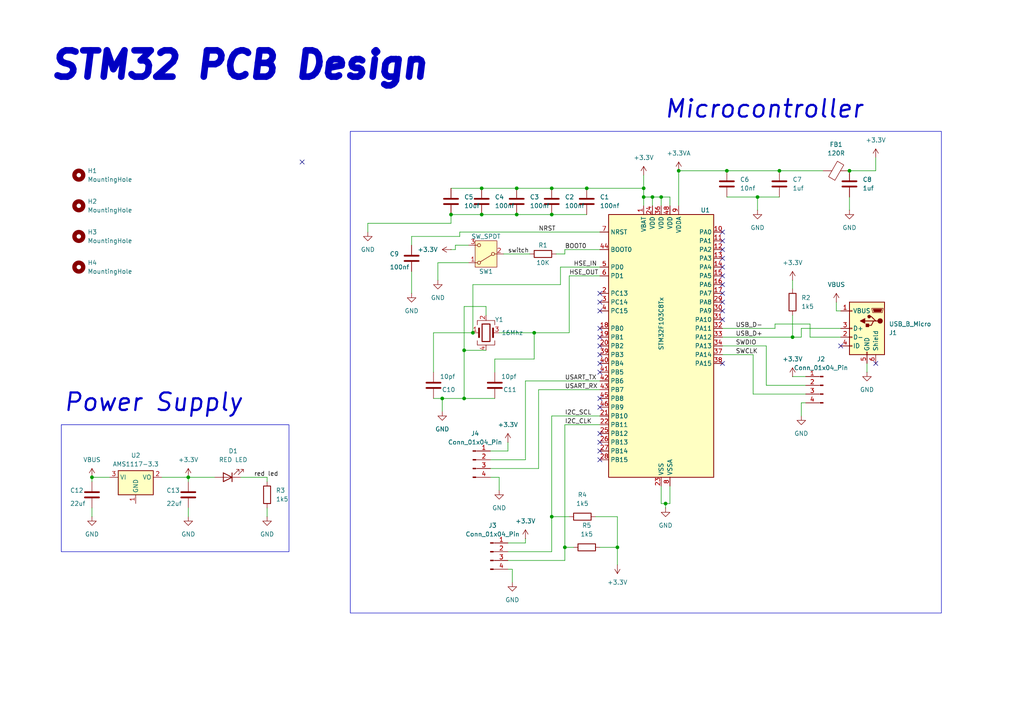
<source format=kicad_sch>
(kicad_sch
	(version 20231120)
	(generator "eeschema")
	(generator_version "8.0")
	(uuid "f8f7006c-74a3-4531-8da1-344826d3132f")
	(paper "A4")
	(title_block
		(title "Stm32 pcb design ")
		(date "2025-03-01")
		(company "Tarek Benbrahim ")
	)
	(lib_symbols
		(symbol "Connector:Conn_01x04_Pin"
			(pin_names
				(offset 1.016) hide)
			(exclude_from_sim no)
			(in_bom yes)
			(on_board yes)
			(property "Reference" "J"
				(at 0 5.08 0)
				(effects
					(font
						(size 1.27 1.27)
					)
				)
			)
			(property "Value" "Conn_01x04_Pin"
				(at 0 -7.62 0)
				(effects
					(font
						(size 1.27 1.27)
					)
				)
			)
			(property "Footprint" ""
				(at 0 0 0)
				(effects
					(font
						(size 1.27 1.27)
					)
					(hide yes)
				)
			)
			(property "Datasheet" "~"
				(at 0 0 0)
				(effects
					(font
						(size 1.27 1.27)
					)
					(hide yes)
				)
			)
			(property "Description" "Generic connector, single row, 01x04, script generated"
				(at 0 0 0)
				(effects
					(font
						(size 1.27 1.27)
					)
					(hide yes)
				)
			)
			(property "ki_locked" ""
				(at 0 0 0)
				(effects
					(font
						(size 1.27 1.27)
					)
				)
			)
			(property "ki_keywords" "connector"
				(at 0 0 0)
				(effects
					(font
						(size 1.27 1.27)
					)
					(hide yes)
				)
			)
			(property "ki_fp_filters" "Connector*:*_1x??_*"
				(at 0 0 0)
				(effects
					(font
						(size 1.27 1.27)
					)
					(hide yes)
				)
			)
			(symbol "Conn_01x04_Pin_1_1"
				(polyline
					(pts
						(xy 1.27 -5.08) (xy 0.8636 -5.08)
					)
					(stroke
						(width 0.1524)
						(type default)
					)
					(fill
						(type none)
					)
				)
				(polyline
					(pts
						(xy 1.27 -2.54) (xy 0.8636 -2.54)
					)
					(stroke
						(width 0.1524)
						(type default)
					)
					(fill
						(type none)
					)
				)
				(polyline
					(pts
						(xy 1.27 0) (xy 0.8636 0)
					)
					(stroke
						(width 0.1524)
						(type default)
					)
					(fill
						(type none)
					)
				)
				(polyline
					(pts
						(xy 1.27 2.54) (xy 0.8636 2.54)
					)
					(stroke
						(width 0.1524)
						(type default)
					)
					(fill
						(type none)
					)
				)
				(rectangle
					(start 0.8636 -4.953)
					(end 0 -5.207)
					(stroke
						(width 0.1524)
						(type default)
					)
					(fill
						(type outline)
					)
				)
				(rectangle
					(start 0.8636 -2.413)
					(end 0 -2.667)
					(stroke
						(width 0.1524)
						(type default)
					)
					(fill
						(type outline)
					)
				)
				(rectangle
					(start 0.8636 0.127)
					(end 0 -0.127)
					(stroke
						(width 0.1524)
						(type default)
					)
					(fill
						(type outline)
					)
				)
				(rectangle
					(start 0.8636 2.667)
					(end 0 2.413)
					(stroke
						(width 0.1524)
						(type default)
					)
					(fill
						(type outline)
					)
				)
				(pin passive line
					(at 5.08 2.54 180)
					(length 3.81)
					(name "Pin_1"
						(effects
							(font
								(size 1.27 1.27)
							)
						)
					)
					(number "1"
						(effects
							(font
								(size 1.27 1.27)
							)
						)
					)
				)
				(pin passive line
					(at 5.08 0 180)
					(length 3.81)
					(name "Pin_2"
						(effects
							(font
								(size 1.27 1.27)
							)
						)
					)
					(number "2"
						(effects
							(font
								(size 1.27 1.27)
							)
						)
					)
				)
				(pin passive line
					(at 5.08 -2.54 180)
					(length 3.81)
					(name "Pin_3"
						(effects
							(font
								(size 1.27 1.27)
							)
						)
					)
					(number "3"
						(effects
							(font
								(size 1.27 1.27)
							)
						)
					)
				)
				(pin passive line
					(at 5.08 -5.08 180)
					(length 3.81)
					(name "Pin_4"
						(effects
							(font
								(size 1.27 1.27)
							)
						)
					)
					(number "4"
						(effects
							(font
								(size 1.27 1.27)
							)
						)
					)
				)
			)
		)
		(symbol "Connector:USB_B_Micro"
			(pin_names
				(offset 1.016)
			)
			(exclude_from_sim no)
			(in_bom yes)
			(on_board yes)
			(property "Reference" "J"
				(at -5.08 11.43 0)
				(effects
					(font
						(size 1.27 1.27)
					)
					(justify left)
				)
			)
			(property "Value" "USB_B_Micro"
				(at -5.08 8.89 0)
				(effects
					(font
						(size 1.27 1.27)
					)
					(justify left)
				)
			)
			(property "Footprint" ""
				(at 3.81 -1.27 0)
				(effects
					(font
						(size 1.27 1.27)
					)
					(hide yes)
				)
			)
			(property "Datasheet" "~"
				(at 3.81 -1.27 0)
				(effects
					(font
						(size 1.27 1.27)
					)
					(hide yes)
				)
			)
			(property "Description" "USB Micro Type B connector"
				(at 0 0 0)
				(effects
					(font
						(size 1.27 1.27)
					)
					(hide yes)
				)
			)
			(property "ki_keywords" "connector USB micro"
				(at 0 0 0)
				(effects
					(font
						(size 1.27 1.27)
					)
					(hide yes)
				)
			)
			(property "ki_fp_filters" "USB*"
				(at 0 0 0)
				(effects
					(font
						(size 1.27 1.27)
					)
					(hide yes)
				)
			)
			(symbol "USB_B_Micro_0_1"
				(rectangle
					(start -5.08 -7.62)
					(end 5.08 7.62)
					(stroke
						(width 0.254)
						(type default)
					)
					(fill
						(type background)
					)
				)
				(circle
					(center -3.81 2.159)
					(radius 0.635)
					(stroke
						(width 0.254)
						(type default)
					)
					(fill
						(type outline)
					)
				)
				(circle
					(center -0.635 3.429)
					(radius 0.381)
					(stroke
						(width 0.254)
						(type default)
					)
					(fill
						(type outline)
					)
				)
				(rectangle
					(start -0.127 -7.62)
					(end 0.127 -6.858)
					(stroke
						(width 0)
						(type default)
					)
					(fill
						(type none)
					)
				)
				(polyline
					(pts
						(xy -1.905 2.159) (xy 0.635 2.159)
					)
					(stroke
						(width 0.254)
						(type default)
					)
					(fill
						(type none)
					)
				)
				(polyline
					(pts
						(xy -3.175 2.159) (xy -2.54 2.159) (xy -1.27 3.429) (xy -0.635 3.429)
					)
					(stroke
						(width 0.254)
						(type default)
					)
					(fill
						(type none)
					)
				)
				(polyline
					(pts
						(xy -2.54 2.159) (xy -1.905 2.159) (xy -1.27 0.889) (xy 0 0.889)
					)
					(stroke
						(width 0.254)
						(type default)
					)
					(fill
						(type none)
					)
				)
				(polyline
					(pts
						(xy 0.635 2.794) (xy 0.635 1.524) (xy 1.905 2.159) (xy 0.635 2.794)
					)
					(stroke
						(width 0.254)
						(type default)
					)
					(fill
						(type outline)
					)
				)
				(polyline
					(pts
						(xy -4.318 5.588) (xy -1.778 5.588) (xy -2.032 4.826) (xy -4.064 4.826) (xy -4.318 5.588)
					)
					(stroke
						(width 0)
						(type default)
					)
					(fill
						(type outline)
					)
				)
				(polyline
					(pts
						(xy -4.699 5.842) (xy -4.699 5.588) (xy -4.445 4.826) (xy -4.445 4.572) (xy -1.651 4.572) (xy -1.651 4.826)
						(xy -1.397 5.588) (xy -1.397 5.842) (xy -4.699 5.842)
					)
					(stroke
						(width 0)
						(type default)
					)
					(fill
						(type none)
					)
				)
				(rectangle
					(start 0.254 1.27)
					(end -0.508 0.508)
					(stroke
						(width 0.254)
						(type default)
					)
					(fill
						(type outline)
					)
				)
				(rectangle
					(start 5.08 -5.207)
					(end 4.318 -4.953)
					(stroke
						(width 0)
						(type default)
					)
					(fill
						(type none)
					)
				)
				(rectangle
					(start 5.08 -2.667)
					(end 4.318 -2.413)
					(stroke
						(width 0)
						(type default)
					)
					(fill
						(type none)
					)
				)
				(rectangle
					(start 5.08 -0.127)
					(end 4.318 0.127)
					(stroke
						(width 0)
						(type default)
					)
					(fill
						(type none)
					)
				)
				(rectangle
					(start 5.08 4.953)
					(end 4.318 5.207)
					(stroke
						(width 0)
						(type default)
					)
					(fill
						(type none)
					)
				)
			)
			(symbol "USB_B_Micro_1_1"
				(pin power_out line
					(at 7.62 5.08 180)
					(length 2.54)
					(name "VBUS"
						(effects
							(font
								(size 1.27 1.27)
							)
						)
					)
					(number "1"
						(effects
							(font
								(size 1.27 1.27)
							)
						)
					)
				)
				(pin bidirectional line
					(at 7.62 -2.54 180)
					(length 2.54)
					(name "D-"
						(effects
							(font
								(size 1.27 1.27)
							)
						)
					)
					(number "2"
						(effects
							(font
								(size 1.27 1.27)
							)
						)
					)
				)
				(pin bidirectional line
					(at 7.62 0 180)
					(length 2.54)
					(name "D+"
						(effects
							(font
								(size 1.27 1.27)
							)
						)
					)
					(number "3"
						(effects
							(font
								(size 1.27 1.27)
							)
						)
					)
				)
				(pin passive line
					(at 7.62 -5.08 180)
					(length 2.54)
					(name "ID"
						(effects
							(font
								(size 1.27 1.27)
							)
						)
					)
					(number "4"
						(effects
							(font
								(size 1.27 1.27)
							)
						)
					)
				)
				(pin power_out line
					(at 0 -10.16 90)
					(length 2.54)
					(name "GND"
						(effects
							(font
								(size 1.27 1.27)
							)
						)
					)
					(number "5"
						(effects
							(font
								(size 1.27 1.27)
							)
						)
					)
				)
				(pin passive line
					(at -2.54 -10.16 90)
					(length 2.54)
					(name "Shield"
						(effects
							(font
								(size 1.27 1.27)
							)
						)
					)
					(number "6"
						(effects
							(font
								(size 1.27 1.27)
							)
						)
					)
				)
			)
		)
		(symbol "Device:C"
			(pin_numbers hide)
			(pin_names
				(offset 0.254)
			)
			(exclude_from_sim no)
			(in_bom yes)
			(on_board yes)
			(property "Reference" "C"
				(at 0.635 2.54 0)
				(effects
					(font
						(size 1.27 1.27)
					)
					(justify left)
				)
			)
			(property "Value" "C"
				(at 0.635 -2.54 0)
				(effects
					(font
						(size 1.27 1.27)
					)
					(justify left)
				)
			)
			(property "Footprint" ""
				(at 0.9652 -3.81 0)
				(effects
					(font
						(size 1.27 1.27)
					)
					(hide yes)
				)
			)
			(property "Datasheet" "~"
				(at 0 0 0)
				(effects
					(font
						(size 1.27 1.27)
					)
					(hide yes)
				)
			)
			(property "Description" "Unpolarized capacitor"
				(at 0 0 0)
				(effects
					(font
						(size 1.27 1.27)
					)
					(hide yes)
				)
			)
			(property "ki_keywords" "cap capacitor"
				(at 0 0 0)
				(effects
					(font
						(size 1.27 1.27)
					)
					(hide yes)
				)
			)
			(property "ki_fp_filters" "C_*"
				(at 0 0 0)
				(effects
					(font
						(size 1.27 1.27)
					)
					(hide yes)
				)
			)
			(symbol "C_0_1"
				(polyline
					(pts
						(xy -2.032 -0.762) (xy 2.032 -0.762)
					)
					(stroke
						(width 0.508)
						(type default)
					)
					(fill
						(type none)
					)
				)
				(polyline
					(pts
						(xy -2.032 0.762) (xy 2.032 0.762)
					)
					(stroke
						(width 0.508)
						(type default)
					)
					(fill
						(type none)
					)
				)
			)
			(symbol "C_1_1"
				(pin passive line
					(at 0 3.81 270)
					(length 2.794)
					(name "~"
						(effects
							(font
								(size 1.27 1.27)
							)
						)
					)
					(number "1"
						(effects
							(font
								(size 1.27 1.27)
							)
						)
					)
				)
				(pin passive line
					(at 0 -3.81 90)
					(length 2.794)
					(name "~"
						(effects
							(font
								(size 1.27 1.27)
							)
						)
					)
					(number "2"
						(effects
							(font
								(size 1.27 1.27)
							)
						)
					)
				)
			)
		)
		(symbol "Device:Crystal_GND24"
			(pin_names
				(offset 1.016) hide)
			(exclude_from_sim no)
			(in_bom yes)
			(on_board yes)
			(property "Reference" "Y"
				(at 3.175 5.08 0)
				(effects
					(font
						(size 1.27 1.27)
					)
					(justify left)
				)
			)
			(property "Value" "Crystal_GND24"
				(at 3.175 3.175 0)
				(effects
					(font
						(size 1.27 1.27)
					)
					(justify left)
				)
			)
			(property "Footprint" ""
				(at 0 0 0)
				(effects
					(font
						(size 1.27 1.27)
					)
					(hide yes)
				)
			)
			(property "Datasheet" "~"
				(at 0 0 0)
				(effects
					(font
						(size 1.27 1.27)
					)
					(hide yes)
				)
			)
			(property "Description" "Four pin crystal, GND on pins 2 and 4"
				(at 0 0 0)
				(effects
					(font
						(size 1.27 1.27)
					)
					(hide yes)
				)
			)
			(property "ki_keywords" "quartz ceramic resonator oscillator"
				(at 0 0 0)
				(effects
					(font
						(size 1.27 1.27)
					)
					(hide yes)
				)
			)
			(property "ki_fp_filters" "Crystal*"
				(at 0 0 0)
				(effects
					(font
						(size 1.27 1.27)
					)
					(hide yes)
				)
			)
			(symbol "Crystal_GND24_0_1"
				(rectangle
					(start -1.143 2.54)
					(end 1.143 -2.54)
					(stroke
						(width 0.3048)
						(type default)
					)
					(fill
						(type none)
					)
				)
				(polyline
					(pts
						(xy -2.54 0) (xy -2.032 0)
					)
					(stroke
						(width 0)
						(type default)
					)
					(fill
						(type none)
					)
				)
				(polyline
					(pts
						(xy -2.032 -1.27) (xy -2.032 1.27)
					)
					(stroke
						(width 0.508)
						(type default)
					)
					(fill
						(type none)
					)
				)
				(polyline
					(pts
						(xy 0 -3.81) (xy 0 -3.556)
					)
					(stroke
						(width 0)
						(type default)
					)
					(fill
						(type none)
					)
				)
				(polyline
					(pts
						(xy 0 3.556) (xy 0 3.81)
					)
					(stroke
						(width 0)
						(type default)
					)
					(fill
						(type none)
					)
				)
				(polyline
					(pts
						(xy 2.032 -1.27) (xy 2.032 1.27)
					)
					(stroke
						(width 0.508)
						(type default)
					)
					(fill
						(type none)
					)
				)
				(polyline
					(pts
						(xy 2.032 0) (xy 2.54 0)
					)
					(stroke
						(width 0)
						(type default)
					)
					(fill
						(type none)
					)
				)
				(polyline
					(pts
						(xy -2.54 -2.286) (xy -2.54 -3.556) (xy 2.54 -3.556) (xy 2.54 -2.286)
					)
					(stroke
						(width 0)
						(type default)
					)
					(fill
						(type none)
					)
				)
				(polyline
					(pts
						(xy -2.54 2.286) (xy -2.54 3.556) (xy 2.54 3.556) (xy 2.54 2.286)
					)
					(stroke
						(width 0)
						(type default)
					)
					(fill
						(type none)
					)
				)
			)
			(symbol "Crystal_GND24_1_1"
				(pin passive line
					(at -3.81 0 0)
					(length 1.27)
					(name "1"
						(effects
							(font
								(size 1.27 1.27)
							)
						)
					)
					(number "1"
						(effects
							(font
								(size 1.27 1.27)
							)
						)
					)
				)
				(pin passive line
					(at 0 5.08 270)
					(length 1.27)
					(name "2"
						(effects
							(font
								(size 1.27 1.27)
							)
						)
					)
					(number "2"
						(effects
							(font
								(size 1.27 1.27)
							)
						)
					)
				)
				(pin passive line
					(at 3.81 0 180)
					(length 1.27)
					(name "3"
						(effects
							(font
								(size 1.27 1.27)
							)
						)
					)
					(number "3"
						(effects
							(font
								(size 1.27 1.27)
							)
						)
					)
				)
				(pin passive line
					(at 0 -5.08 90)
					(length 1.27)
					(name "4"
						(effects
							(font
								(size 1.27 1.27)
							)
						)
					)
					(number "4"
						(effects
							(font
								(size 1.27 1.27)
							)
						)
					)
				)
			)
		)
		(symbol "Device:FerriteBead"
			(pin_numbers hide)
			(pin_names
				(offset 0)
			)
			(exclude_from_sim no)
			(in_bom yes)
			(on_board yes)
			(property "Reference" "FB"
				(at -3.81 0.635 90)
				(effects
					(font
						(size 1.27 1.27)
					)
				)
			)
			(property "Value" "FerriteBead"
				(at 3.81 0 90)
				(effects
					(font
						(size 1.27 1.27)
					)
				)
			)
			(property "Footprint" ""
				(at -1.778 0 90)
				(effects
					(font
						(size 1.27 1.27)
					)
					(hide yes)
				)
			)
			(property "Datasheet" "~"
				(at 0 0 0)
				(effects
					(font
						(size 1.27 1.27)
					)
					(hide yes)
				)
			)
			(property "Description" "Ferrite bead"
				(at 0 0 0)
				(effects
					(font
						(size 1.27 1.27)
					)
					(hide yes)
				)
			)
			(property "ki_keywords" "L ferrite bead inductor filter"
				(at 0 0 0)
				(effects
					(font
						(size 1.27 1.27)
					)
					(hide yes)
				)
			)
			(property "ki_fp_filters" "Inductor_* L_* *Ferrite*"
				(at 0 0 0)
				(effects
					(font
						(size 1.27 1.27)
					)
					(hide yes)
				)
			)
			(symbol "FerriteBead_0_1"
				(polyline
					(pts
						(xy 0 -1.27) (xy 0 -1.2192)
					)
					(stroke
						(width 0)
						(type default)
					)
					(fill
						(type none)
					)
				)
				(polyline
					(pts
						(xy 0 1.27) (xy 0 1.2954)
					)
					(stroke
						(width 0)
						(type default)
					)
					(fill
						(type none)
					)
				)
				(polyline
					(pts
						(xy -2.7686 0.4064) (xy -1.7018 2.2606) (xy 2.7686 -0.3048) (xy 1.6764 -2.159) (xy -2.7686 0.4064)
					)
					(stroke
						(width 0)
						(type default)
					)
					(fill
						(type none)
					)
				)
			)
			(symbol "FerriteBead_1_1"
				(pin passive line
					(at 0 3.81 270)
					(length 2.54)
					(name "~"
						(effects
							(font
								(size 1.27 1.27)
							)
						)
					)
					(number "1"
						(effects
							(font
								(size 1.27 1.27)
							)
						)
					)
				)
				(pin passive line
					(at 0 -3.81 90)
					(length 2.54)
					(name "~"
						(effects
							(font
								(size 1.27 1.27)
							)
						)
					)
					(number "2"
						(effects
							(font
								(size 1.27 1.27)
							)
						)
					)
				)
			)
		)
		(symbol "Device:LED"
			(pin_numbers hide)
			(pin_names
				(offset 1.016) hide)
			(exclude_from_sim no)
			(in_bom yes)
			(on_board yes)
			(property "Reference" "D"
				(at 0 2.54 0)
				(effects
					(font
						(size 1.27 1.27)
					)
				)
			)
			(property "Value" "LED"
				(at 0 -2.54 0)
				(effects
					(font
						(size 1.27 1.27)
					)
				)
			)
			(property "Footprint" ""
				(at 0 0 0)
				(effects
					(font
						(size 1.27 1.27)
					)
					(hide yes)
				)
			)
			(property "Datasheet" "~"
				(at 0 0 0)
				(effects
					(font
						(size 1.27 1.27)
					)
					(hide yes)
				)
			)
			(property "Description" "Light emitting diode"
				(at 0 0 0)
				(effects
					(font
						(size 1.27 1.27)
					)
					(hide yes)
				)
			)
			(property "ki_keywords" "LED diode"
				(at 0 0 0)
				(effects
					(font
						(size 1.27 1.27)
					)
					(hide yes)
				)
			)
			(property "ki_fp_filters" "LED* LED_SMD:* LED_THT:*"
				(at 0 0 0)
				(effects
					(font
						(size 1.27 1.27)
					)
					(hide yes)
				)
			)
			(symbol "LED_0_1"
				(polyline
					(pts
						(xy -1.27 -1.27) (xy -1.27 1.27)
					)
					(stroke
						(width 0.254)
						(type default)
					)
					(fill
						(type none)
					)
				)
				(polyline
					(pts
						(xy -1.27 0) (xy 1.27 0)
					)
					(stroke
						(width 0)
						(type default)
					)
					(fill
						(type none)
					)
				)
				(polyline
					(pts
						(xy 1.27 -1.27) (xy 1.27 1.27) (xy -1.27 0) (xy 1.27 -1.27)
					)
					(stroke
						(width 0.254)
						(type default)
					)
					(fill
						(type none)
					)
				)
				(polyline
					(pts
						(xy -3.048 -0.762) (xy -4.572 -2.286) (xy -3.81 -2.286) (xy -4.572 -2.286) (xy -4.572 -1.524)
					)
					(stroke
						(width 0)
						(type default)
					)
					(fill
						(type none)
					)
				)
				(polyline
					(pts
						(xy -1.778 -0.762) (xy -3.302 -2.286) (xy -2.54 -2.286) (xy -3.302 -2.286) (xy -3.302 -1.524)
					)
					(stroke
						(width 0)
						(type default)
					)
					(fill
						(type none)
					)
				)
			)
			(symbol "LED_1_1"
				(pin passive line
					(at -3.81 0 0)
					(length 2.54)
					(name "K"
						(effects
							(font
								(size 1.27 1.27)
							)
						)
					)
					(number "1"
						(effects
							(font
								(size 1.27 1.27)
							)
						)
					)
				)
				(pin passive line
					(at 3.81 0 180)
					(length 2.54)
					(name "A"
						(effects
							(font
								(size 1.27 1.27)
							)
						)
					)
					(number "2"
						(effects
							(font
								(size 1.27 1.27)
							)
						)
					)
				)
			)
		)
		(symbol "Device:R"
			(pin_numbers hide)
			(pin_names
				(offset 0)
			)
			(exclude_from_sim no)
			(in_bom yes)
			(on_board yes)
			(property "Reference" "R"
				(at 2.032 0 90)
				(effects
					(font
						(size 1.27 1.27)
					)
				)
			)
			(property "Value" "R"
				(at 0 0 90)
				(effects
					(font
						(size 1.27 1.27)
					)
				)
			)
			(property "Footprint" ""
				(at -1.778 0 90)
				(effects
					(font
						(size 1.27 1.27)
					)
					(hide yes)
				)
			)
			(property "Datasheet" "~"
				(at 0 0 0)
				(effects
					(font
						(size 1.27 1.27)
					)
					(hide yes)
				)
			)
			(property "Description" "Resistor"
				(at 0 0 0)
				(effects
					(font
						(size 1.27 1.27)
					)
					(hide yes)
				)
			)
			(property "ki_keywords" "R res resistor"
				(at 0 0 0)
				(effects
					(font
						(size 1.27 1.27)
					)
					(hide yes)
				)
			)
			(property "ki_fp_filters" "R_*"
				(at 0 0 0)
				(effects
					(font
						(size 1.27 1.27)
					)
					(hide yes)
				)
			)
			(symbol "R_0_1"
				(rectangle
					(start -1.016 -2.54)
					(end 1.016 2.54)
					(stroke
						(width 0.254)
						(type default)
					)
					(fill
						(type none)
					)
				)
			)
			(symbol "R_1_1"
				(pin passive line
					(at 0 3.81 270)
					(length 1.27)
					(name "~"
						(effects
							(font
								(size 1.27 1.27)
							)
						)
					)
					(number "1"
						(effects
							(font
								(size 1.27 1.27)
							)
						)
					)
				)
				(pin passive line
					(at 0 -3.81 90)
					(length 1.27)
					(name "~"
						(effects
							(font
								(size 1.27 1.27)
							)
						)
					)
					(number "2"
						(effects
							(font
								(size 1.27 1.27)
							)
						)
					)
				)
			)
		)
		(symbol "MCU_ST_STM32F1:STM32F103C8Tx"
			(exclude_from_sim no)
			(in_bom yes)
			(on_board yes)
			(property "Reference" "U"
				(at -15.24 39.37 0)
				(effects
					(font
						(size 1.27 1.27)
					)
					(justify left)
				)
			)
			(property "Value" "STM32F103C8Tx"
				(at 7.62 39.37 0)
				(effects
					(font
						(size 1.27 1.27)
					)
					(justify left)
				)
			)
			(property "Footprint" "Package_QFP:LQFP-48_7x7mm_P0.5mm"
				(at -15.24 -38.1 0)
				(effects
					(font
						(size 1.27 1.27)
					)
					(justify right)
					(hide yes)
				)
			)
			(property "Datasheet" "https://www.st.com/resource/en/datasheet/stm32f103c8.pdf"
				(at 0 0 0)
				(effects
					(font
						(size 1.27 1.27)
					)
					(hide yes)
				)
			)
			(property "Description" "STMicroelectronics Arm Cortex-M3 MCU, 64KB flash, 20KB RAM, 72 MHz, 2.0-3.6V, 37 GPIO, LQFP48"
				(at 0 0 0)
				(effects
					(font
						(size 1.27 1.27)
					)
					(hide yes)
				)
			)
			(property "ki_keywords" "Arm Cortex-M3 STM32F1 STM32F103"
				(at 0 0 0)
				(effects
					(font
						(size 1.27 1.27)
					)
					(hide yes)
				)
			)
			(property "ki_fp_filters" "LQFP*7x7mm*P0.5mm*"
				(at 0 0 0)
				(effects
					(font
						(size 1.27 1.27)
					)
					(hide yes)
				)
			)
			(symbol "STM32F103C8Tx_0_1"
				(rectangle
					(start -15.24 -38.1)
					(end 15.24 38.1)
					(stroke
						(width 0.254)
						(type default)
					)
					(fill
						(type background)
					)
				)
			)
			(symbol "STM32F103C8Tx_1_1"
				(pin power_in line
					(at -5.08 40.64 270)
					(length 2.54)
					(name "VBAT"
						(effects
							(font
								(size 1.27 1.27)
							)
						)
					)
					(number "1"
						(effects
							(font
								(size 1.27 1.27)
							)
						)
					)
				)
				(pin bidirectional line
					(at 17.78 33.02 180)
					(length 2.54)
					(name "PA0"
						(effects
							(font
								(size 1.27 1.27)
							)
						)
					)
					(number "10"
						(effects
							(font
								(size 1.27 1.27)
							)
						)
					)
					(alternate "ADC1_IN0" bidirectional line)
					(alternate "ADC2_IN0" bidirectional line)
					(alternate "SYS_WKUP" bidirectional line)
					(alternate "TIM2_CH1" bidirectional line)
					(alternate "TIM2_ETR" bidirectional line)
					(alternate "USART2_CTS" bidirectional line)
				)
				(pin bidirectional line
					(at 17.78 30.48 180)
					(length 2.54)
					(name "PA1"
						(effects
							(font
								(size 1.27 1.27)
							)
						)
					)
					(number "11"
						(effects
							(font
								(size 1.27 1.27)
							)
						)
					)
					(alternate "ADC1_IN1" bidirectional line)
					(alternate "ADC2_IN1" bidirectional line)
					(alternate "TIM2_CH2" bidirectional line)
					(alternate "USART2_RTS" bidirectional line)
				)
				(pin bidirectional line
					(at 17.78 27.94 180)
					(length 2.54)
					(name "PA2"
						(effects
							(font
								(size 1.27 1.27)
							)
						)
					)
					(number "12"
						(effects
							(font
								(size 1.27 1.27)
							)
						)
					)
					(alternate "ADC1_IN2" bidirectional line)
					(alternate "ADC2_IN2" bidirectional line)
					(alternate "TIM2_CH3" bidirectional line)
					(alternate "USART2_TX" bidirectional line)
				)
				(pin bidirectional line
					(at 17.78 25.4 180)
					(length 2.54)
					(name "PA3"
						(effects
							(font
								(size 1.27 1.27)
							)
						)
					)
					(number "13"
						(effects
							(font
								(size 1.27 1.27)
							)
						)
					)
					(alternate "ADC1_IN3" bidirectional line)
					(alternate "ADC2_IN3" bidirectional line)
					(alternate "TIM2_CH4" bidirectional line)
					(alternate "USART2_RX" bidirectional line)
				)
				(pin bidirectional line
					(at 17.78 22.86 180)
					(length 2.54)
					(name "PA4"
						(effects
							(font
								(size 1.27 1.27)
							)
						)
					)
					(number "14"
						(effects
							(font
								(size 1.27 1.27)
							)
						)
					)
					(alternate "ADC1_IN4" bidirectional line)
					(alternate "ADC2_IN4" bidirectional line)
					(alternate "SPI1_NSS" bidirectional line)
					(alternate "USART2_CK" bidirectional line)
				)
				(pin bidirectional line
					(at 17.78 20.32 180)
					(length 2.54)
					(name "PA5"
						(effects
							(font
								(size 1.27 1.27)
							)
						)
					)
					(number "15"
						(effects
							(font
								(size 1.27 1.27)
							)
						)
					)
					(alternate "ADC1_IN5" bidirectional line)
					(alternate "ADC2_IN5" bidirectional line)
					(alternate "SPI1_SCK" bidirectional line)
				)
				(pin bidirectional line
					(at 17.78 17.78 180)
					(length 2.54)
					(name "PA6"
						(effects
							(font
								(size 1.27 1.27)
							)
						)
					)
					(number "16"
						(effects
							(font
								(size 1.27 1.27)
							)
						)
					)
					(alternate "ADC1_IN6" bidirectional line)
					(alternate "ADC2_IN6" bidirectional line)
					(alternate "SPI1_MISO" bidirectional line)
					(alternate "TIM1_BKIN" bidirectional line)
					(alternate "TIM3_CH1" bidirectional line)
				)
				(pin bidirectional line
					(at 17.78 15.24 180)
					(length 2.54)
					(name "PA7"
						(effects
							(font
								(size 1.27 1.27)
							)
						)
					)
					(number "17"
						(effects
							(font
								(size 1.27 1.27)
							)
						)
					)
					(alternate "ADC1_IN7" bidirectional line)
					(alternate "ADC2_IN7" bidirectional line)
					(alternate "SPI1_MOSI" bidirectional line)
					(alternate "TIM1_CH1N" bidirectional line)
					(alternate "TIM3_CH2" bidirectional line)
				)
				(pin bidirectional line
					(at -17.78 5.08 0)
					(length 2.54)
					(name "PB0"
						(effects
							(font
								(size 1.27 1.27)
							)
						)
					)
					(number "18"
						(effects
							(font
								(size 1.27 1.27)
							)
						)
					)
					(alternate "ADC1_IN8" bidirectional line)
					(alternate "ADC2_IN8" bidirectional line)
					(alternate "TIM1_CH2N" bidirectional line)
					(alternate "TIM3_CH3" bidirectional line)
				)
				(pin bidirectional line
					(at -17.78 2.54 0)
					(length 2.54)
					(name "PB1"
						(effects
							(font
								(size 1.27 1.27)
							)
						)
					)
					(number "19"
						(effects
							(font
								(size 1.27 1.27)
							)
						)
					)
					(alternate "ADC1_IN9" bidirectional line)
					(alternate "ADC2_IN9" bidirectional line)
					(alternate "TIM1_CH3N" bidirectional line)
					(alternate "TIM3_CH4" bidirectional line)
				)
				(pin bidirectional line
					(at -17.78 15.24 0)
					(length 2.54)
					(name "PC13"
						(effects
							(font
								(size 1.27 1.27)
							)
						)
					)
					(number "2"
						(effects
							(font
								(size 1.27 1.27)
							)
						)
					)
					(alternate "RTC_OUT" bidirectional line)
					(alternate "RTC_TAMPER" bidirectional line)
				)
				(pin bidirectional line
					(at -17.78 0 0)
					(length 2.54)
					(name "PB2"
						(effects
							(font
								(size 1.27 1.27)
							)
						)
					)
					(number "20"
						(effects
							(font
								(size 1.27 1.27)
							)
						)
					)
				)
				(pin bidirectional line
					(at -17.78 -20.32 0)
					(length 2.54)
					(name "PB10"
						(effects
							(font
								(size 1.27 1.27)
							)
						)
					)
					(number "21"
						(effects
							(font
								(size 1.27 1.27)
							)
						)
					)
					(alternate "I2C2_SCL" bidirectional line)
					(alternate "TIM2_CH3" bidirectional line)
					(alternate "USART3_TX" bidirectional line)
				)
				(pin bidirectional line
					(at -17.78 -22.86 0)
					(length 2.54)
					(name "PB11"
						(effects
							(font
								(size 1.27 1.27)
							)
						)
					)
					(number "22"
						(effects
							(font
								(size 1.27 1.27)
							)
						)
					)
					(alternate "ADC1_EXTI11" bidirectional line)
					(alternate "ADC2_EXTI11" bidirectional line)
					(alternate "I2C2_SDA" bidirectional line)
					(alternate "TIM2_CH4" bidirectional line)
					(alternate "USART3_RX" bidirectional line)
				)
				(pin power_in line
					(at 0 -40.64 90)
					(length 2.54)
					(name "VSS"
						(effects
							(font
								(size 1.27 1.27)
							)
						)
					)
					(number "23"
						(effects
							(font
								(size 1.27 1.27)
							)
						)
					)
				)
				(pin power_in line
					(at -2.54 40.64 270)
					(length 2.54)
					(name "VDD"
						(effects
							(font
								(size 1.27 1.27)
							)
						)
					)
					(number "24"
						(effects
							(font
								(size 1.27 1.27)
							)
						)
					)
				)
				(pin bidirectional line
					(at -17.78 -25.4 0)
					(length 2.54)
					(name "PB12"
						(effects
							(font
								(size 1.27 1.27)
							)
						)
					)
					(number "25"
						(effects
							(font
								(size 1.27 1.27)
							)
						)
					)
					(alternate "I2C2_SMBA" bidirectional line)
					(alternate "SPI2_NSS" bidirectional line)
					(alternate "TIM1_BKIN" bidirectional line)
					(alternate "USART3_CK" bidirectional line)
				)
				(pin bidirectional line
					(at -17.78 -27.94 0)
					(length 2.54)
					(name "PB13"
						(effects
							(font
								(size 1.27 1.27)
							)
						)
					)
					(number "26"
						(effects
							(font
								(size 1.27 1.27)
							)
						)
					)
					(alternate "SPI2_SCK" bidirectional line)
					(alternate "TIM1_CH1N" bidirectional line)
					(alternate "USART3_CTS" bidirectional line)
				)
				(pin bidirectional line
					(at -17.78 -30.48 0)
					(length 2.54)
					(name "PB14"
						(effects
							(font
								(size 1.27 1.27)
							)
						)
					)
					(number "27"
						(effects
							(font
								(size 1.27 1.27)
							)
						)
					)
					(alternate "SPI2_MISO" bidirectional line)
					(alternate "TIM1_CH2N" bidirectional line)
					(alternate "USART3_RTS" bidirectional line)
				)
				(pin bidirectional line
					(at -17.78 -33.02 0)
					(length 2.54)
					(name "PB15"
						(effects
							(font
								(size 1.27 1.27)
							)
						)
					)
					(number "28"
						(effects
							(font
								(size 1.27 1.27)
							)
						)
					)
					(alternate "ADC1_EXTI15" bidirectional line)
					(alternate "ADC2_EXTI15" bidirectional line)
					(alternate "SPI2_MOSI" bidirectional line)
					(alternate "TIM1_CH3N" bidirectional line)
				)
				(pin bidirectional line
					(at 17.78 12.7 180)
					(length 2.54)
					(name "PA8"
						(effects
							(font
								(size 1.27 1.27)
							)
						)
					)
					(number "29"
						(effects
							(font
								(size 1.27 1.27)
							)
						)
					)
					(alternate "RCC_MCO" bidirectional line)
					(alternate "TIM1_CH1" bidirectional line)
					(alternate "USART1_CK" bidirectional line)
				)
				(pin bidirectional line
					(at -17.78 12.7 0)
					(length 2.54)
					(name "PC14"
						(effects
							(font
								(size 1.27 1.27)
							)
						)
					)
					(number "3"
						(effects
							(font
								(size 1.27 1.27)
							)
						)
					)
					(alternate "RCC_OSC32_IN" bidirectional line)
				)
				(pin bidirectional line
					(at 17.78 10.16 180)
					(length 2.54)
					(name "PA9"
						(effects
							(font
								(size 1.27 1.27)
							)
						)
					)
					(number "30"
						(effects
							(font
								(size 1.27 1.27)
							)
						)
					)
					(alternate "TIM1_CH2" bidirectional line)
					(alternate "USART1_TX" bidirectional line)
				)
				(pin bidirectional line
					(at 17.78 7.62 180)
					(length 2.54)
					(name "PA10"
						(effects
							(font
								(size 1.27 1.27)
							)
						)
					)
					(number "31"
						(effects
							(font
								(size 1.27 1.27)
							)
						)
					)
					(alternate "TIM1_CH3" bidirectional line)
					(alternate "USART1_RX" bidirectional line)
				)
				(pin bidirectional line
					(at 17.78 5.08 180)
					(length 2.54)
					(name "PA11"
						(effects
							(font
								(size 1.27 1.27)
							)
						)
					)
					(number "32"
						(effects
							(font
								(size 1.27 1.27)
							)
						)
					)
					(alternate "ADC1_EXTI11" bidirectional line)
					(alternate "ADC2_EXTI11" bidirectional line)
					(alternate "CAN_RX" bidirectional line)
					(alternate "TIM1_CH4" bidirectional line)
					(alternate "USART1_CTS" bidirectional line)
					(alternate "USB_DM" bidirectional line)
				)
				(pin bidirectional line
					(at 17.78 2.54 180)
					(length 2.54)
					(name "PA12"
						(effects
							(font
								(size 1.27 1.27)
							)
						)
					)
					(number "33"
						(effects
							(font
								(size 1.27 1.27)
							)
						)
					)
					(alternate "CAN_TX" bidirectional line)
					(alternate "TIM1_ETR" bidirectional line)
					(alternate "USART1_RTS" bidirectional line)
					(alternate "USB_DP" bidirectional line)
				)
				(pin bidirectional line
					(at 17.78 0 180)
					(length 2.54)
					(name "PA13"
						(effects
							(font
								(size 1.27 1.27)
							)
						)
					)
					(number "34"
						(effects
							(font
								(size 1.27 1.27)
							)
						)
					)
					(alternate "SYS_JTMS-SWDIO" bidirectional line)
				)
				(pin passive line
					(at 0 -40.64 90)
					(length 2.54) hide
					(name "VSS"
						(effects
							(font
								(size 1.27 1.27)
							)
						)
					)
					(number "35"
						(effects
							(font
								(size 1.27 1.27)
							)
						)
					)
				)
				(pin power_in line
					(at 0 40.64 270)
					(length 2.54)
					(name "VDD"
						(effects
							(font
								(size 1.27 1.27)
							)
						)
					)
					(number "36"
						(effects
							(font
								(size 1.27 1.27)
							)
						)
					)
				)
				(pin bidirectional line
					(at 17.78 -2.54 180)
					(length 2.54)
					(name "PA14"
						(effects
							(font
								(size 1.27 1.27)
							)
						)
					)
					(number "37"
						(effects
							(font
								(size 1.27 1.27)
							)
						)
					)
					(alternate "SYS_JTCK-SWCLK" bidirectional line)
				)
				(pin bidirectional line
					(at 17.78 -5.08 180)
					(length 2.54)
					(name "PA15"
						(effects
							(font
								(size 1.27 1.27)
							)
						)
					)
					(number "38"
						(effects
							(font
								(size 1.27 1.27)
							)
						)
					)
					(alternate "ADC1_EXTI15" bidirectional line)
					(alternate "ADC2_EXTI15" bidirectional line)
					(alternate "SPI1_NSS" bidirectional line)
					(alternate "SYS_JTDI" bidirectional line)
					(alternate "TIM2_CH1" bidirectional line)
					(alternate "TIM2_ETR" bidirectional line)
				)
				(pin bidirectional line
					(at -17.78 -2.54 0)
					(length 2.54)
					(name "PB3"
						(effects
							(font
								(size 1.27 1.27)
							)
						)
					)
					(number "39"
						(effects
							(font
								(size 1.27 1.27)
							)
						)
					)
					(alternate "SPI1_SCK" bidirectional line)
					(alternate "SYS_JTDO-TRACESWO" bidirectional line)
					(alternate "TIM2_CH2" bidirectional line)
				)
				(pin bidirectional line
					(at -17.78 10.16 0)
					(length 2.54)
					(name "PC15"
						(effects
							(font
								(size 1.27 1.27)
							)
						)
					)
					(number "4"
						(effects
							(font
								(size 1.27 1.27)
							)
						)
					)
					(alternate "ADC1_EXTI15" bidirectional line)
					(alternate "ADC2_EXTI15" bidirectional line)
					(alternate "RCC_OSC32_OUT" bidirectional line)
				)
				(pin bidirectional line
					(at -17.78 -5.08 0)
					(length 2.54)
					(name "PB4"
						(effects
							(font
								(size 1.27 1.27)
							)
						)
					)
					(number "40"
						(effects
							(font
								(size 1.27 1.27)
							)
						)
					)
					(alternate "SPI1_MISO" bidirectional line)
					(alternate "SYS_NJTRST" bidirectional line)
					(alternate "TIM3_CH1" bidirectional line)
				)
				(pin bidirectional line
					(at -17.78 -7.62 0)
					(length 2.54)
					(name "PB5"
						(effects
							(font
								(size 1.27 1.27)
							)
						)
					)
					(number "41"
						(effects
							(font
								(size 1.27 1.27)
							)
						)
					)
					(alternate "I2C1_SMBA" bidirectional line)
					(alternate "SPI1_MOSI" bidirectional line)
					(alternate "TIM3_CH2" bidirectional line)
				)
				(pin bidirectional line
					(at -17.78 -10.16 0)
					(length 2.54)
					(name "PB6"
						(effects
							(font
								(size 1.27 1.27)
							)
						)
					)
					(number "42"
						(effects
							(font
								(size 1.27 1.27)
							)
						)
					)
					(alternate "I2C1_SCL" bidirectional line)
					(alternate "TIM4_CH1" bidirectional line)
					(alternate "USART1_TX" bidirectional line)
				)
				(pin bidirectional line
					(at -17.78 -12.7 0)
					(length 2.54)
					(name "PB7"
						(effects
							(font
								(size 1.27 1.27)
							)
						)
					)
					(number "43"
						(effects
							(font
								(size 1.27 1.27)
							)
						)
					)
					(alternate "I2C1_SDA" bidirectional line)
					(alternate "TIM4_CH2" bidirectional line)
					(alternate "USART1_RX" bidirectional line)
				)
				(pin input line
					(at -17.78 27.94 0)
					(length 2.54)
					(name "BOOT0"
						(effects
							(font
								(size 1.27 1.27)
							)
						)
					)
					(number "44"
						(effects
							(font
								(size 1.27 1.27)
							)
						)
					)
				)
				(pin bidirectional line
					(at -17.78 -15.24 0)
					(length 2.54)
					(name "PB8"
						(effects
							(font
								(size 1.27 1.27)
							)
						)
					)
					(number "45"
						(effects
							(font
								(size 1.27 1.27)
							)
						)
					)
					(alternate "CAN_RX" bidirectional line)
					(alternate "I2C1_SCL" bidirectional line)
					(alternate "TIM4_CH3" bidirectional line)
				)
				(pin bidirectional line
					(at -17.78 -17.78 0)
					(length 2.54)
					(name "PB9"
						(effects
							(font
								(size 1.27 1.27)
							)
						)
					)
					(number "46"
						(effects
							(font
								(size 1.27 1.27)
							)
						)
					)
					(alternate "CAN_TX" bidirectional line)
					(alternate "I2C1_SDA" bidirectional line)
					(alternate "TIM4_CH4" bidirectional line)
				)
				(pin passive line
					(at 0 -40.64 90)
					(length 2.54) hide
					(name "VSS"
						(effects
							(font
								(size 1.27 1.27)
							)
						)
					)
					(number "47"
						(effects
							(font
								(size 1.27 1.27)
							)
						)
					)
				)
				(pin power_in line
					(at 2.54 40.64 270)
					(length 2.54)
					(name "VDD"
						(effects
							(font
								(size 1.27 1.27)
							)
						)
					)
					(number "48"
						(effects
							(font
								(size 1.27 1.27)
							)
						)
					)
				)
				(pin bidirectional line
					(at -17.78 22.86 0)
					(length 2.54)
					(name "PD0"
						(effects
							(font
								(size 1.27 1.27)
							)
						)
					)
					(number "5"
						(effects
							(font
								(size 1.27 1.27)
							)
						)
					)
					(alternate "RCC_OSC_IN" bidirectional line)
				)
				(pin bidirectional line
					(at -17.78 20.32 0)
					(length 2.54)
					(name "PD1"
						(effects
							(font
								(size 1.27 1.27)
							)
						)
					)
					(number "6"
						(effects
							(font
								(size 1.27 1.27)
							)
						)
					)
					(alternate "RCC_OSC_OUT" bidirectional line)
				)
				(pin input line
					(at -17.78 33.02 0)
					(length 2.54)
					(name "NRST"
						(effects
							(font
								(size 1.27 1.27)
							)
						)
					)
					(number "7"
						(effects
							(font
								(size 1.27 1.27)
							)
						)
					)
				)
				(pin power_in line
					(at 2.54 -40.64 90)
					(length 2.54)
					(name "VSSA"
						(effects
							(font
								(size 1.27 1.27)
							)
						)
					)
					(number "8"
						(effects
							(font
								(size 1.27 1.27)
							)
						)
					)
				)
				(pin power_in line
					(at 5.08 40.64 270)
					(length 2.54)
					(name "VDDA"
						(effects
							(font
								(size 1.27 1.27)
							)
						)
					)
					(number "9"
						(effects
							(font
								(size 1.27 1.27)
							)
						)
					)
				)
			)
		)
		(symbol "Mechanical:MountingHole"
			(pin_names
				(offset 1.016)
			)
			(exclude_from_sim yes)
			(in_bom no)
			(on_board yes)
			(property "Reference" "H"
				(at 0 5.08 0)
				(effects
					(font
						(size 1.27 1.27)
					)
				)
			)
			(property "Value" "MountingHole"
				(at 0 3.175 0)
				(effects
					(font
						(size 1.27 1.27)
					)
				)
			)
			(property "Footprint" ""
				(at 0 0 0)
				(effects
					(font
						(size 1.27 1.27)
					)
					(hide yes)
				)
			)
			(property "Datasheet" "~"
				(at 0 0 0)
				(effects
					(font
						(size 1.27 1.27)
					)
					(hide yes)
				)
			)
			(property "Description" "Mounting Hole without connection"
				(at 0 0 0)
				(effects
					(font
						(size 1.27 1.27)
					)
					(hide yes)
				)
			)
			(property "ki_keywords" "mounting hole"
				(at 0 0 0)
				(effects
					(font
						(size 1.27 1.27)
					)
					(hide yes)
				)
			)
			(property "ki_fp_filters" "MountingHole*"
				(at 0 0 0)
				(effects
					(font
						(size 1.27 1.27)
					)
					(hide yes)
				)
			)
			(symbol "MountingHole_0_1"
				(circle
					(center 0 0)
					(radius 1.27)
					(stroke
						(width 1.27)
						(type default)
					)
					(fill
						(type none)
					)
				)
			)
		)
		(symbol "Regulator_Linear:AMS1117-3.3"
			(exclude_from_sim no)
			(in_bom yes)
			(on_board yes)
			(property "Reference" "U"
				(at -3.81 3.175 0)
				(effects
					(font
						(size 1.27 1.27)
					)
				)
			)
			(property "Value" "AMS1117-3.3"
				(at 0 3.175 0)
				(effects
					(font
						(size 1.27 1.27)
					)
					(justify left)
				)
			)
			(property "Footprint" "Package_TO_SOT_SMD:SOT-223-3_TabPin2"
				(at 0 5.08 0)
				(effects
					(font
						(size 1.27 1.27)
					)
					(hide yes)
				)
			)
			(property "Datasheet" "http://www.advanced-monolithic.com/pdf/ds1117.pdf"
				(at 2.54 -6.35 0)
				(effects
					(font
						(size 1.27 1.27)
					)
					(hide yes)
				)
			)
			(property "Description" "1A Low Dropout regulator, positive, 3.3V fixed output, SOT-223"
				(at 0 0 0)
				(effects
					(font
						(size 1.27 1.27)
					)
					(hide yes)
				)
			)
			(property "ki_keywords" "linear regulator ldo fixed positive"
				(at 0 0 0)
				(effects
					(font
						(size 1.27 1.27)
					)
					(hide yes)
				)
			)
			(property "ki_fp_filters" "SOT?223*TabPin2*"
				(at 0 0 0)
				(effects
					(font
						(size 1.27 1.27)
					)
					(hide yes)
				)
			)
			(symbol "AMS1117-3.3_0_1"
				(rectangle
					(start -5.08 -5.08)
					(end 5.08 1.905)
					(stroke
						(width 0.254)
						(type default)
					)
					(fill
						(type background)
					)
				)
			)
			(symbol "AMS1117-3.3_1_1"
				(pin power_in line
					(at 0 -7.62 90)
					(length 2.54)
					(name "GND"
						(effects
							(font
								(size 1.27 1.27)
							)
						)
					)
					(number "1"
						(effects
							(font
								(size 1.27 1.27)
							)
						)
					)
				)
				(pin power_out line
					(at 7.62 0 180)
					(length 2.54)
					(name "VO"
						(effects
							(font
								(size 1.27 1.27)
							)
						)
					)
					(number "2"
						(effects
							(font
								(size 1.27 1.27)
							)
						)
					)
				)
				(pin power_in line
					(at -7.62 0 0)
					(length 2.54)
					(name "VI"
						(effects
							(font
								(size 1.27 1.27)
							)
						)
					)
					(number "3"
						(effects
							(font
								(size 1.27 1.27)
							)
						)
					)
				)
			)
		)
		(symbol "Switch:SW_SPDT"
			(pin_names
				(offset 0) hide)
			(exclude_from_sim no)
			(in_bom yes)
			(on_board yes)
			(property "Reference" "SW"
				(at 0 5.08 0)
				(effects
					(font
						(size 1.27 1.27)
					)
				)
			)
			(property "Value" "SW_SPDT"
				(at 0 -5.08 0)
				(effects
					(font
						(size 1.27 1.27)
					)
				)
			)
			(property "Footprint" ""
				(at 0 0 0)
				(effects
					(font
						(size 1.27 1.27)
					)
					(hide yes)
				)
			)
			(property "Datasheet" "~"
				(at 0 -7.62 0)
				(effects
					(font
						(size 1.27 1.27)
					)
					(hide yes)
				)
			)
			(property "Description" "Switch, single pole double throw"
				(at 0 0 0)
				(effects
					(font
						(size 1.27 1.27)
					)
					(hide yes)
				)
			)
			(property "ki_keywords" "switch single-pole double-throw spdt ON-ON"
				(at 0 0 0)
				(effects
					(font
						(size 1.27 1.27)
					)
					(hide yes)
				)
			)
			(symbol "SW_SPDT_0_1"
				(circle
					(center -2.032 0)
					(radius 0.4572)
					(stroke
						(width 0)
						(type default)
					)
					(fill
						(type none)
					)
				)
				(polyline
					(pts
						(xy -1.651 0.254) (xy 1.651 2.286)
					)
					(stroke
						(width 0)
						(type default)
					)
					(fill
						(type none)
					)
				)
				(circle
					(center 2.032 -2.54)
					(radius 0.4572)
					(stroke
						(width 0)
						(type default)
					)
					(fill
						(type none)
					)
				)
				(circle
					(center 2.032 2.54)
					(radius 0.4572)
					(stroke
						(width 0)
						(type default)
					)
					(fill
						(type none)
					)
				)
			)
			(symbol "SW_SPDT_1_1"
				(rectangle
					(start -3.175 3.81)
					(end 3.175 -3.81)
					(stroke
						(width 0)
						(type default)
					)
					(fill
						(type background)
					)
				)
				(pin passive line
					(at 5.08 2.54 180)
					(length 2.54)
					(name "A"
						(effects
							(font
								(size 1.27 1.27)
							)
						)
					)
					(number "1"
						(effects
							(font
								(size 1.27 1.27)
							)
						)
					)
				)
				(pin passive line
					(at -5.08 0 0)
					(length 2.54)
					(name "B"
						(effects
							(font
								(size 1.27 1.27)
							)
						)
					)
					(number "2"
						(effects
							(font
								(size 1.27 1.27)
							)
						)
					)
				)
				(pin passive line
					(at 5.08 -2.54 180)
					(length 2.54)
					(name "C"
						(effects
							(font
								(size 1.27 1.27)
							)
						)
					)
					(number "3"
						(effects
							(font
								(size 1.27 1.27)
							)
						)
					)
				)
			)
		)
		(symbol "power:+3.3V"
			(power)
			(pin_numbers hide)
			(pin_names
				(offset 0) hide)
			(exclude_from_sim no)
			(in_bom yes)
			(on_board yes)
			(property "Reference" "#PWR"
				(at 0 -3.81 0)
				(effects
					(font
						(size 1.27 1.27)
					)
					(hide yes)
				)
			)
			(property "Value" "+3.3V"
				(at 0 3.556 0)
				(effects
					(font
						(size 1.27 1.27)
					)
				)
			)
			(property "Footprint" ""
				(at 0 0 0)
				(effects
					(font
						(size 1.27 1.27)
					)
					(hide yes)
				)
			)
			(property "Datasheet" ""
				(at 0 0 0)
				(effects
					(font
						(size 1.27 1.27)
					)
					(hide yes)
				)
			)
			(property "Description" "Power symbol creates a global label with name \"+3.3V\""
				(at 0 0 0)
				(effects
					(font
						(size 1.27 1.27)
					)
					(hide yes)
				)
			)
			(property "ki_keywords" "global power"
				(at 0 0 0)
				(effects
					(font
						(size 1.27 1.27)
					)
					(hide yes)
				)
			)
			(symbol "+3.3V_0_1"
				(polyline
					(pts
						(xy -0.762 1.27) (xy 0 2.54)
					)
					(stroke
						(width 0)
						(type default)
					)
					(fill
						(type none)
					)
				)
				(polyline
					(pts
						(xy 0 0) (xy 0 2.54)
					)
					(stroke
						(width 0)
						(type default)
					)
					(fill
						(type none)
					)
				)
				(polyline
					(pts
						(xy 0 2.54) (xy 0.762 1.27)
					)
					(stroke
						(width 0)
						(type default)
					)
					(fill
						(type none)
					)
				)
			)
			(symbol "+3.3V_1_1"
				(pin power_in line
					(at 0 0 90)
					(length 0)
					(name "~"
						(effects
							(font
								(size 1.27 1.27)
							)
						)
					)
					(number "1"
						(effects
							(font
								(size 1.27 1.27)
							)
						)
					)
				)
			)
		)
		(symbol "power:+3.3VA"
			(power)
			(pin_numbers hide)
			(pin_names
				(offset 0) hide)
			(exclude_from_sim no)
			(in_bom yes)
			(on_board yes)
			(property "Reference" "#PWR"
				(at 0 -3.81 0)
				(effects
					(font
						(size 1.27 1.27)
					)
					(hide yes)
				)
			)
			(property "Value" "+3.3VA"
				(at 0 3.556 0)
				(effects
					(font
						(size 1.27 1.27)
					)
				)
			)
			(property "Footprint" ""
				(at 0 0 0)
				(effects
					(font
						(size 1.27 1.27)
					)
					(hide yes)
				)
			)
			(property "Datasheet" ""
				(at 0 0 0)
				(effects
					(font
						(size 1.27 1.27)
					)
					(hide yes)
				)
			)
			(property "Description" "Power symbol creates a global label with name \"+3.3VA\""
				(at 0 0 0)
				(effects
					(font
						(size 1.27 1.27)
					)
					(hide yes)
				)
			)
			(property "ki_keywords" "global power"
				(at 0 0 0)
				(effects
					(font
						(size 1.27 1.27)
					)
					(hide yes)
				)
			)
			(symbol "+3.3VA_0_1"
				(polyline
					(pts
						(xy -0.762 1.27) (xy 0 2.54)
					)
					(stroke
						(width 0)
						(type default)
					)
					(fill
						(type none)
					)
				)
				(polyline
					(pts
						(xy 0 0) (xy 0 2.54)
					)
					(stroke
						(width 0)
						(type default)
					)
					(fill
						(type none)
					)
				)
				(polyline
					(pts
						(xy 0 2.54) (xy 0.762 1.27)
					)
					(stroke
						(width 0)
						(type default)
					)
					(fill
						(type none)
					)
				)
			)
			(symbol "+3.3VA_1_1"
				(pin power_in line
					(at 0 0 90)
					(length 0)
					(name "~"
						(effects
							(font
								(size 1.27 1.27)
							)
						)
					)
					(number "1"
						(effects
							(font
								(size 1.27 1.27)
							)
						)
					)
				)
			)
		)
		(symbol "power:GND"
			(power)
			(pin_numbers hide)
			(pin_names
				(offset 0) hide)
			(exclude_from_sim no)
			(in_bom yes)
			(on_board yes)
			(property "Reference" "#PWR"
				(at 0 -6.35 0)
				(effects
					(font
						(size 1.27 1.27)
					)
					(hide yes)
				)
			)
			(property "Value" "GND"
				(at 0 -3.81 0)
				(effects
					(font
						(size 1.27 1.27)
					)
				)
			)
			(property "Footprint" ""
				(at 0 0 0)
				(effects
					(font
						(size 1.27 1.27)
					)
					(hide yes)
				)
			)
			(property "Datasheet" ""
				(at 0 0 0)
				(effects
					(font
						(size 1.27 1.27)
					)
					(hide yes)
				)
			)
			(property "Description" "Power symbol creates a global label with name \"GND\" , ground"
				(at 0 0 0)
				(effects
					(font
						(size 1.27 1.27)
					)
					(hide yes)
				)
			)
			(property "ki_keywords" "global power"
				(at 0 0 0)
				(effects
					(font
						(size 1.27 1.27)
					)
					(hide yes)
				)
			)
			(symbol "GND_0_1"
				(polyline
					(pts
						(xy 0 0) (xy 0 -1.27) (xy 1.27 -1.27) (xy 0 -2.54) (xy -1.27 -1.27) (xy 0 -1.27)
					)
					(stroke
						(width 0)
						(type default)
					)
					(fill
						(type none)
					)
				)
			)
			(symbol "GND_1_1"
				(pin power_in line
					(at 0 0 270)
					(length 0)
					(name "~"
						(effects
							(font
								(size 1.27 1.27)
							)
						)
					)
					(number "1"
						(effects
							(font
								(size 1.27 1.27)
							)
						)
					)
				)
			)
		)
		(symbol "power:VBUS"
			(power)
			(pin_numbers hide)
			(pin_names
				(offset 0) hide)
			(exclude_from_sim no)
			(in_bom yes)
			(on_board yes)
			(property "Reference" "#PWR"
				(at 0 -3.81 0)
				(effects
					(font
						(size 1.27 1.27)
					)
					(hide yes)
				)
			)
			(property "Value" "VBUS"
				(at 0 3.556 0)
				(effects
					(font
						(size 1.27 1.27)
					)
				)
			)
			(property "Footprint" ""
				(at 0 0 0)
				(effects
					(font
						(size 1.27 1.27)
					)
					(hide yes)
				)
			)
			(property "Datasheet" ""
				(at 0 0 0)
				(effects
					(font
						(size 1.27 1.27)
					)
					(hide yes)
				)
			)
			(property "Description" "Power symbol creates a global label with name \"VBUS\""
				(at 0 0 0)
				(effects
					(font
						(size 1.27 1.27)
					)
					(hide yes)
				)
			)
			(property "ki_keywords" "global power"
				(at 0 0 0)
				(effects
					(font
						(size 1.27 1.27)
					)
					(hide yes)
				)
			)
			(symbol "VBUS_0_1"
				(polyline
					(pts
						(xy -0.762 1.27) (xy 0 2.54)
					)
					(stroke
						(width 0)
						(type default)
					)
					(fill
						(type none)
					)
				)
				(polyline
					(pts
						(xy 0 0) (xy 0 2.54)
					)
					(stroke
						(width 0)
						(type default)
					)
					(fill
						(type none)
					)
				)
				(polyline
					(pts
						(xy 0 2.54) (xy 0.762 1.27)
					)
					(stroke
						(width 0)
						(type default)
					)
					(fill
						(type none)
					)
				)
			)
			(symbol "VBUS_1_1"
				(pin power_in line
					(at 0 0 90)
					(length 0)
					(name "~"
						(effects
							(font
								(size 1.27 1.27)
							)
						)
					)
					(number "1"
						(effects
							(font
								(size 1.27 1.27)
							)
						)
					)
				)
			)
		)
	)
	(junction
		(at 130.81 62.23)
		(diameter 0)
		(color 0 0 0 0)
		(uuid "014d7c30-f79b-4991-bb47-ece196022c15")
	)
	(junction
		(at 26.67 138.43)
		(diameter 0)
		(color 0 0 0 0)
		(uuid "12bb87ef-66ab-4bda-b34d-c6047ab1120f")
	)
	(junction
		(at 210.82 49.53)
		(diameter 0)
		(color 0 0 0 0)
		(uuid "179958e3-892b-44a6-8d92-1704f418f95f")
	)
	(junction
		(at 137.16 96.52)
		(diameter 0)
		(color 0 0 0 0)
		(uuid "279cb8ac-9eac-42a9-9729-ade23ccc62d2")
	)
	(junction
		(at 186.69 54.61)
		(diameter 0)
		(color 0 0 0 0)
		(uuid "2b68c10f-c299-413b-a7a9-42f63bbabdee")
	)
	(junction
		(at 160.02 54.61)
		(diameter 0)
		(color 0 0 0 0)
		(uuid "2d09c63a-9f58-47a8-a144-017c05d77809")
	)
	(junction
		(at 191.77 57.15)
		(diameter 0)
		(color 0 0 0 0)
		(uuid "30b031fd-76e2-4dc4-bd87-a51bfe9f3304")
	)
	(junction
		(at 186.69 57.15)
		(diameter 0)
		(color 0 0 0 0)
		(uuid "465f51a3-bd0a-4417-9606-f6dbf27babaf")
	)
	(junction
		(at 149.86 62.23)
		(diameter 0)
		(color 0 0 0 0)
		(uuid "520c4529-9943-449c-bccb-9a18e214161c")
	)
	(junction
		(at 139.7 62.23)
		(diameter 0)
		(color 0 0 0 0)
		(uuid "5503e227-8881-4afa-b435-162211374745")
	)
	(junction
		(at 219.71 57.15)
		(diameter 0)
		(color 0 0 0 0)
		(uuid "5d5063f9-0f3b-4f7f-a299-01651f81f183")
	)
	(junction
		(at 128.27 115.57)
		(diameter 0)
		(color 0 0 0 0)
		(uuid "62f77487-8aed-4a5c-97e2-5ae7cfe86d4e")
	)
	(junction
		(at 189.23 57.15)
		(diameter 0)
		(color 0 0 0 0)
		(uuid "6a2a9d16-a5c4-45f3-a8b4-c6ccabf00e68")
	)
	(junction
		(at 154.94 96.52)
		(diameter 0)
		(color 0 0 0 0)
		(uuid "6acec710-146a-402d-b66e-16253bc8b89f")
	)
	(junction
		(at 163.83 158.75)
		(diameter 0)
		(color 0 0 0 0)
		(uuid "6f10254c-caf8-4fae-b56b-2c4c7a4b6e8f")
	)
	(junction
		(at 229.87 97.79)
		(diameter 0)
		(color 0 0 0 0)
		(uuid "725bee5f-1523-42cb-a3c2-59b52ae25cfd")
	)
	(junction
		(at 160.02 62.23)
		(diameter 0)
		(color 0 0 0 0)
		(uuid "725fe378-6bbd-489b-8dfb-9c4e210809be")
	)
	(junction
		(at 149.86 54.61)
		(diameter 0)
		(color 0 0 0 0)
		(uuid "8215f9f7-040e-4d9a-b245-914da4df5418")
	)
	(junction
		(at 134.62 115.57)
		(diameter 0)
		(color 0 0 0 0)
		(uuid "9a54b9b8-2939-4bbe-a015-abfca9a2ca2d")
	)
	(junction
		(at 54.61 138.43)
		(diameter 0)
		(color 0 0 0 0)
		(uuid "aee4872f-c206-4e34-abc5-0910e1de839f")
	)
	(junction
		(at 179.07 158.75)
		(diameter 0)
		(color 0 0 0 0)
		(uuid "bbf139e6-e881-412e-a6fe-bf2ad3a60935")
	)
	(junction
		(at 134.62 101.6)
		(diameter 0)
		(color 0 0 0 0)
		(uuid "c11ec33c-518d-4474-9ee5-3a325c22364a")
	)
	(junction
		(at 160.02 149.86)
		(diameter 0)
		(color 0 0 0 0)
		(uuid "c42c754f-d839-406e-a217-42f8af628631")
	)
	(junction
		(at 196.85 49.53)
		(diameter 0)
		(color 0 0 0 0)
		(uuid "cb7a1b12-45dc-4152-90fa-dbe1de047525")
	)
	(junction
		(at 170.18 54.61)
		(diameter 0)
		(color 0 0 0 0)
		(uuid "cc8aac31-e24c-4ff5-98e5-9fea23c8f7e4")
	)
	(junction
		(at 246.38 49.53)
		(diameter 0)
		(color 0 0 0 0)
		(uuid "e8b883e3-6b26-4893-a6e4-328609476112")
	)
	(junction
		(at 139.7 54.61)
		(diameter 0)
		(color 0 0 0 0)
		(uuid "e8be9ec9-ae97-4af0-a3fe-4122dc47e77e")
	)
	(junction
		(at 226.06 49.53)
		(diameter 0)
		(color 0 0 0 0)
		(uuid "efa2e2f2-41b0-4b1b-b00c-9907cf2483a3")
	)
	(junction
		(at 193.04 146.05)
		(diameter 0)
		(color 0 0 0 0)
		(uuid "f889b7e5-fc47-4267-8e4a-94bfffe3cedc")
	)
	(no_connect
		(at 209.55 82.55)
		(uuid "03df90ff-c9fa-4460-91ec-6b2d95d81e26")
	)
	(no_connect
		(at 209.55 69.85)
		(uuid "046a70c4-22d3-40fc-a7ea-2446852b897f")
	)
	(no_connect
		(at 209.55 85.09)
		(uuid "0630c3b1-4c79-4ca9-b8e6-2595ee768d82")
	)
	(no_connect
		(at 173.99 115.57)
		(uuid "098609d5-594c-42f9-a572-6d76d72c63b7")
	)
	(no_connect
		(at 173.99 97.79)
		(uuid "11bcd700-b958-48c0-a0cd-fefd5d296411")
	)
	(no_connect
		(at 209.55 105.41)
		(uuid "166ba486-1024-4cec-83e7-756947095640")
	)
	(no_connect
		(at 209.55 80.01)
		(uuid "17e25c8a-7afa-4dc2-9caa-9233e881a2fc")
	)
	(no_connect
		(at 173.99 125.73)
		(uuid "1835b871-128e-4442-b9d3-b4963569f7e0")
	)
	(no_connect
		(at 243.84 100.33)
		(uuid "190f6f6c-67ca-4c13-a90c-ef0c1a62151f")
	)
	(no_connect
		(at 254 105.41)
		(uuid "29c183f8-04ce-495c-8662-54277a8ef52d")
	)
	(no_connect
		(at 209.55 87.63)
		(uuid "3023d071-8782-4b7f-824d-66361757a4d3")
	)
	(no_connect
		(at 209.55 74.93)
		(uuid "36920877-82b2-4380-9c82-13e4a1bfc883")
	)
	(no_connect
		(at 209.55 77.47)
		(uuid "3e1809d7-6ed2-4c80-b9df-5f8c53c993cb")
	)
	(no_connect
		(at 173.99 100.33)
		(uuid "4af0d57a-6aa8-41a1-941f-d0805a4643e3")
	)
	(no_connect
		(at 173.99 85.09)
		(uuid "5849731d-01c1-42a0-9a8c-b054bc51d0fc")
	)
	(no_connect
		(at 173.99 105.41)
		(uuid "5d882d39-bc5e-4266-a7d3-765f258c1d73")
	)
	(no_connect
		(at 173.99 102.87)
		(uuid "671715dd-6318-4278-96d4-83f27dee7c16")
	)
	(no_connect
		(at 209.55 67.31)
		(uuid "7a4cbe6d-90af-4261-91f2-4b73f1579462")
	)
	(no_connect
		(at 209.55 92.71)
		(uuid "7ca103ce-774f-4e68-bc03-5a210434fa87")
	)
	(no_connect
		(at 173.99 130.81)
		(uuid "ae8a5dff-2b2d-4694-a51d-711e66725b98")
	)
	(no_connect
		(at 87.63 46.99)
		(uuid "c467d429-b082-4029-a6f0-8c2c22dc57aa")
	)
	(no_connect
		(at 173.99 90.17)
		(uuid "c6d02830-ef39-4b54-a6ae-3183a0fbb61a")
	)
	(no_connect
		(at 173.99 95.25)
		(uuid "d3d71853-b8a2-41b2-9803-30cbbb3efe7e")
	)
	(no_connect
		(at 173.99 87.63)
		(uuid "d501de36-2029-4cf7-8815-9b8355e40b71")
	)
	(no_connect
		(at 173.99 128.27)
		(uuid "da32ae0c-bded-4084-a203-b62a88e73c4c")
	)
	(no_connect
		(at 173.99 107.95)
		(uuid "e695476a-40e9-4b97-bf5d-52a41a12fecf")
	)
	(no_connect
		(at 209.55 90.17)
		(uuid "ecffc282-440c-49c7-940f-96755d52e51c")
	)
	(no_connect
		(at 209.55 72.39)
		(uuid "f3cc15a2-0ae1-4862-9014-3847b9c31e5c")
	)
	(no_connect
		(at 173.99 133.35)
		(uuid "fc5a0cf6-0ed8-400b-be35-5ad1caa77f14")
	)
	(no_connect
		(at 173.99 118.11)
		(uuid "fe28d4b7-a571-4406-8cb1-dfe5b782a7e5")
	)
	(wire
		(pts
			(xy 165.1 80.01) (xy 173.99 80.01)
		)
		(stroke
			(width 0)
			(type default)
		)
		(uuid "02633289-5c9f-4690-921d-26feab8b67fa")
	)
	(wire
		(pts
			(xy 194.31 57.15) (xy 191.77 57.15)
		)
		(stroke
			(width 0)
			(type default)
		)
		(uuid "06ab30e0-7bff-4dfc-9b6f-58403bdf1e59")
	)
	(wire
		(pts
			(xy 160.02 62.23) (xy 170.18 62.23)
		)
		(stroke
			(width 0)
			(type default)
		)
		(uuid "074b52e2-f30a-4d30-ad80-f832b008cbe7")
	)
	(wire
		(pts
			(xy 193.04 147.32) (xy 193.04 146.05)
		)
		(stroke
			(width 0)
			(type default)
		)
		(uuid "096829f6-af90-4416-80f4-6c2f8fec149e")
	)
	(wire
		(pts
			(xy 194.31 140.97) (xy 194.31 146.05)
		)
		(stroke
			(width 0)
			(type default)
		)
		(uuid "0d2ae853-fd02-450b-9f2a-b9564395c8e0")
	)
	(wire
		(pts
			(xy 210.82 57.15) (xy 219.71 57.15)
		)
		(stroke
			(width 0)
			(type default)
		)
		(uuid "0e2da1d0-6ee4-4295-8b92-cfb9129e1f99")
	)
	(wire
		(pts
			(xy 156.21 113.03) (xy 173.99 113.03)
		)
		(stroke
			(width 0)
			(type default)
		)
		(uuid "0e78d7cb-ff89-43a5-9675-681eed74111a")
	)
	(wire
		(pts
			(xy 234.95 93.98) (xy 224.79 93.98)
		)
		(stroke
			(width 0)
			(type default)
		)
		(uuid "0eabd470-2b28-4c47-b32f-31139bd33007")
	)
	(wire
		(pts
			(xy 234.95 97.79) (xy 234.95 93.98)
		)
		(stroke
			(width 0)
			(type default)
		)
		(uuid "0eaf93fe-50ba-40ad-b207-8e49b4c97ef6")
	)
	(wire
		(pts
			(xy 54.61 138.43) (xy 62.23 138.43)
		)
		(stroke
			(width 0)
			(type default)
		)
		(uuid "0fb498d2-9bf1-4c0b-a72f-75c4ca7035f8")
	)
	(wire
		(pts
			(xy 140.97 101.6) (xy 134.62 101.6)
		)
		(stroke
			(width 0)
			(type default)
		)
		(uuid "115ae0d4-2b9e-4617-a2ee-cdefdf45ff3d")
	)
	(wire
		(pts
			(xy 219.71 57.15) (xy 219.71 60.96)
		)
		(stroke
			(width 0)
			(type default)
		)
		(uuid "115c1af4-d01e-456c-a27e-5535f14b6fc3")
	)
	(wire
		(pts
			(xy 189.23 59.69) (xy 189.23 57.15)
		)
		(stroke
			(width 0)
			(type default)
		)
		(uuid "135b730e-1536-46a2-9793-4801787a2543")
	)
	(wire
		(pts
			(xy 142.24 135.89) (xy 156.21 135.89)
		)
		(stroke
			(width 0)
			(type default)
		)
		(uuid "171a53fc-ff47-497d-b609-08fa290c1aca")
	)
	(wire
		(pts
			(xy 125.73 96.52) (xy 125.73 107.95)
		)
		(stroke
			(width 0)
			(type default)
		)
		(uuid "175ad4b8-eb62-4575-9420-4ee743b7e231")
	)
	(wire
		(pts
			(xy 77.47 138.43) (xy 77.47 139.7)
		)
		(stroke
			(width 0)
			(type default)
		)
		(uuid "18545390-a23e-4a49-9947-6adbd9760cd4")
	)
	(wire
		(pts
			(xy 133.35 68.58) (xy 133.35 67.31)
		)
		(stroke
			(width 0)
			(type default)
		)
		(uuid "1ddb245d-7af5-49a9-a5d3-3394ce90aca4")
	)
	(wire
		(pts
			(xy 189.23 57.15) (xy 186.69 57.15)
		)
		(stroke
			(width 0)
			(type default)
		)
		(uuid "20640cf6-1779-491a-acb7-1b24d64bacd3")
	)
	(wire
		(pts
			(xy 246.38 57.15) (xy 246.38 60.96)
		)
		(stroke
			(width 0)
			(type default)
		)
		(uuid "20910bff-33b2-4ca2-a01e-911a4efbe17b")
	)
	(wire
		(pts
			(xy 234.95 97.79) (xy 243.84 97.79)
		)
		(stroke
			(width 0)
			(type default)
		)
		(uuid "20d6a958-c57d-42fd-b752-c06ae7a25e41")
	)
	(wire
		(pts
			(xy 196.85 49.53) (xy 196.85 59.69)
		)
		(stroke
			(width 0)
			(type default)
		)
		(uuid "21c5559a-484f-4f1f-bbc3-db7b07a3eaab")
	)
	(wire
		(pts
			(xy 163.83 123.19) (xy 173.99 123.19)
		)
		(stroke
			(width 0)
			(type default)
		)
		(uuid "23381048-8045-4b56-b227-d609fbf15750")
	)
	(wire
		(pts
			(xy 170.18 54.61) (xy 186.69 54.61)
		)
		(stroke
			(width 0)
			(type default)
		)
		(uuid "233f55a8-d448-4247-9c1a-10e9d17301fc")
	)
	(wire
		(pts
			(xy 128.27 115.57) (xy 128.27 119.38)
		)
		(stroke
			(width 0)
			(type default)
		)
		(uuid "27471a0e-188d-4786-aa89-d8ab741bd8fa")
	)
	(wire
		(pts
			(xy 132.08 72.39) (xy 130.81 72.39)
		)
		(stroke
			(width 0)
			(type default)
		)
		(uuid "281fc7c9-95ab-4eab-9c2f-6fd4fb5ca07e")
	)
	(wire
		(pts
			(xy 179.07 158.75) (xy 179.07 163.83)
		)
		(stroke
			(width 0)
			(type default)
		)
		(uuid "2c24875d-2bff-42dd-adee-aa407941e0d2")
	)
	(wire
		(pts
			(xy 147.32 160.02) (xy 160.02 160.02)
		)
		(stroke
			(width 0)
			(type default)
		)
		(uuid "2c951555-345c-4d43-b5b3-25f5d88bb74f")
	)
	(wire
		(pts
			(xy 229.87 97.79) (xy 232.41 97.79)
		)
		(stroke
			(width 0)
			(type default)
		)
		(uuid "2cd98322-3664-414d-9bd5-359b972cde60")
	)
	(wire
		(pts
			(xy 173.99 158.75) (xy 179.07 158.75)
		)
		(stroke
			(width 0)
			(type default)
		)
		(uuid "2e4f9601-e08b-4c9b-9698-c3f326434200")
	)
	(wire
		(pts
			(xy 186.69 54.61) (xy 186.69 57.15)
		)
		(stroke
			(width 0)
			(type default)
		)
		(uuid "31021ec7-d095-4c47-8c6e-f422a18a29d4")
	)
	(wire
		(pts
			(xy 46.99 138.43) (xy 54.61 138.43)
		)
		(stroke
			(width 0)
			(type default)
		)
		(uuid "313348c0-8f3f-4d61-968d-f0e1ab315738")
	)
	(wire
		(pts
			(xy 210.82 49.53) (xy 226.06 49.53)
		)
		(stroke
			(width 0)
			(type default)
		)
		(uuid "33132d04-68a0-42dc-9a11-5e6d2e7135aa")
	)
	(wire
		(pts
			(xy 209.55 100.33) (xy 222.25 100.33)
		)
		(stroke
			(width 0)
			(type default)
		)
		(uuid "3a40ef08-082c-4868-b9cb-1e2d6c19805c")
	)
	(wire
		(pts
			(xy 160.02 149.86) (xy 165.1 149.86)
		)
		(stroke
			(width 0)
			(type default)
		)
		(uuid "3b3d1f00-9712-43cf-b0f7-0a5c26965adb")
	)
	(wire
		(pts
			(xy 154.94 104.14) (xy 154.94 96.52)
		)
		(stroke
			(width 0)
			(type default)
		)
		(uuid "445dda9e-c630-48ac-919b-14994c6fbb7a")
	)
	(wire
		(pts
			(xy 54.61 147.32) (xy 54.61 149.86)
		)
		(stroke
			(width 0)
			(type default)
		)
		(uuid "49a2d1b7-bc7d-462e-b0a4-9408aee612f1")
	)
	(wire
		(pts
			(xy 209.55 95.25) (xy 224.79 95.25)
		)
		(stroke
			(width 0)
			(type default)
		)
		(uuid "4b28b3ec-634c-42fc-a77c-132350e5e9d0")
	)
	(wire
		(pts
			(xy 149.86 54.61) (xy 160.02 54.61)
		)
		(stroke
			(width 0)
			(type default)
		)
		(uuid "4c7c9b8d-8c46-41df-ab49-a8c224fd62ec")
	)
	(wire
		(pts
			(xy 26.67 139.7) (xy 26.67 138.43)
		)
		(stroke
			(width 0)
			(type default)
		)
		(uuid "4dac6d7b-5181-4b0a-b4ba-d51c00dd30f5")
	)
	(wire
		(pts
			(xy 134.62 88.9) (xy 134.62 101.6)
		)
		(stroke
			(width 0)
			(type default)
		)
		(uuid "4ebbf1a4-fd11-4f64-a9d1-567ddbf83786")
	)
	(wire
		(pts
			(xy 139.7 62.23) (xy 149.86 62.23)
		)
		(stroke
			(width 0)
			(type default)
		)
		(uuid "50502ea9-10d5-48c2-bdc6-71d42f93040b")
	)
	(wire
		(pts
			(xy 147.32 157.48) (xy 152.4 157.48)
		)
		(stroke
			(width 0)
			(type default)
		)
		(uuid "522d5f6d-88da-4499-a7c5-495d4fb14adc")
	)
	(wire
		(pts
			(xy 144.78 138.43) (xy 142.24 138.43)
		)
		(stroke
			(width 0)
			(type default)
		)
		(uuid "54b70fae-8cc0-4923-8072-32aa1ad70277")
	)
	(wire
		(pts
			(xy 149.86 62.23) (xy 160.02 62.23)
		)
		(stroke
			(width 0)
			(type default)
		)
		(uuid "5769d3b3-1b24-4d03-8c29-8aff0f304c78")
	)
	(wire
		(pts
			(xy 156.21 135.89) (xy 156.21 113.03)
		)
		(stroke
			(width 0)
			(type default)
		)
		(uuid "5b93cd49-d5ea-46cb-bdd0-45946b27d249")
	)
	(wire
		(pts
			(xy 233.68 114.3) (xy 218.44 114.3)
		)
		(stroke
			(width 0)
			(type default)
		)
		(uuid "5ba79856-6820-45eb-9da8-fe7dc8282b0a")
	)
	(wire
		(pts
			(xy 179.07 149.86) (xy 179.07 158.75)
		)
		(stroke
			(width 0)
			(type default)
		)
		(uuid "5c096eea-07d3-4ecb-9297-695528b6ca1d")
	)
	(wire
		(pts
			(xy 194.31 59.69) (xy 194.31 57.15)
		)
		(stroke
			(width 0)
			(type default)
		)
		(uuid "5da2d784-718f-489a-8e06-8235b45becff")
	)
	(wire
		(pts
			(xy 142.24 133.35) (xy 152.4 133.35)
		)
		(stroke
			(width 0)
			(type default)
		)
		(uuid "600deefc-8ef5-4ecd-9a41-79836587a1c7")
	)
	(wire
		(pts
			(xy 232.41 116.84) (xy 232.41 120.65)
		)
		(stroke
			(width 0)
			(type default)
		)
		(uuid "61329cf0-9d5f-4609-9268-c54bba9c0655")
	)
	(wire
		(pts
			(xy 254 45.72) (xy 254 49.53)
		)
		(stroke
			(width 0)
			(type default)
		)
		(uuid "614caba1-65e1-4b96-8315-19271c47a232")
	)
	(wire
		(pts
			(xy 139.7 54.61) (xy 149.86 54.61)
		)
		(stroke
			(width 0)
			(type default)
		)
		(uuid "65b3dc56-801c-4d2a-b806-6adf15b830af")
	)
	(wire
		(pts
			(xy 140.97 88.9) (xy 140.97 91.44)
		)
		(stroke
			(width 0)
			(type default)
		)
		(uuid "671cb8f6-2c07-434b-951a-8d4d62b5156e")
	)
	(wire
		(pts
			(xy 143.51 104.14) (xy 154.94 104.14)
		)
		(stroke
			(width 0)
			(type default)
		)
		(uuid "6852ee7e-1cf3-465b-aa2f-e7d040598f71")
	)
	(wire
		(pts
			(xy 219.71 57.15) (xy 226.06 57.15)
		)
		(stroke
			(width 0)
			(type default)
		)
		(uuid "6c06fe1e-8c18-4715-994f-cfadbb6b307c")
	)
	(wire
		(pts
			(xy 147.32 162.56) (xy 163.83 162.56)
		)
		(stroke
			(width 0)
			(type default)
		)
		(uuid "6d87669c-35db-4f34-a72a-636c602742f2")
	)
	(wire
		(pts
			(xy 144.78 96.52) (xy 154.94 96.52)
		)
		(stroke
			(width 0)
			(type default)
		)
		(uuid "6e9a2e41-58dc-4b3b-8c39-eb6a2b406ec8")
	)
	(wire
		(pts
			(xy 172.72 149.86) (xy 179.07 149.86)
		)
		(stroke
			(width 0)
			(type default)
		)
		(uuid "6ec24b10-6aaf-4b5f-ac89-1fa76ab0e164")
	)
	(wire
		(pts
			(xy 229.87 81.28) (xy 229.87 83.82)
		)
		(stroke
			(width 0)
			(type default)
		)
		(uuid "70259458-919a-4bf5-970c-cb8c7c72f9ea")
	)
	(wire
		(pts
			(xy 69.85 138.43) (xy 77.47 138.43)
		)
		(stroke
			(width 0)
			(type default)
		)
		(uuid "71262150-46e1-432d-b1e1-714219ffaa3e")
	)
	(wire
		(pts
			(xy 222.25 111.76) (xy 222.25 100.33)
		)
		(stroke
			(width 0)
			(type default)
		)
		(uuid "71d45254-963f-42b0-bed4-185574eadb92")
	)
	(wire
		(pts
			(xy 162.56 82.55) (xy 162.56 77.47)
		)
		(stroke
			(width 0)
			(type default)
		)
		(uuid "72fdb96c-d35f-437f-a450-ee0c1fa2a601")
	)
	(wire
		(pts
			(xy 146.05 73.66) (xy 153.67 73.66)
		)
		(stroke
			(width 0)
			(type default)
		)
		(uuid "74691eb9-c5cf-4089-930c-72b64d98e8fb")
	)
	(wire
		(pts
			(xy 144.78 138.43) (xy 144.78 142.24)
		)
		(stroke
			(width 0)
			(type default)
		)
		(uuid "772b675f-cd50-4711-b8d9-ad526f2925ce")
	)
	(wire
		(pts
			(xy 165.1 96.52) (xy 165.1 80.01)
		)
		(stroke
			(width 0)
			(type default)
		)
		(uuid "785efc47-4468-4dce-9a1e-411e1339e637")
	)
	(wire
		(pts
			(xy 134.62 101.6) (xy 134.62 115.57)
		)
		(stroke
			(width 0)
			(type default)
		)
		(uuid "7909913c-7f9a-4791-8f57-dcb65964034c")
	)
	(wire
		(pts
			(xy 218.44 114.3) (xy 218.44 102.87)
		)
		(stroke
			(width 0)
			(type default)
		)
		(uuid "7a18a26d-6ee3-4ab9-9516-440107137512")
	)
	(wire
		(pts
			(xy 191.77 57.15) (xy 189.23 57.15)
		)
		(stroke
			(width 0)
			(type default)
		)
		(uuid "7deb5549-d980-491d-a092-c2944c898635")
	)
	(wire
		(pts
			(xy 229.87 109.22) (xy 233.68 109.22)
		)
		(stroke
			(width 0)
			(type default)
		)
		(uuid "7dff5054-8b02-4e08-be15-054d96b22404")
	)
	(wire
		(pts
			(xy 226.06 49.53) (xy 238.76 49.53)
		)
		(stroke
			(width 0)
			(type default)
		)
		(uuid "7e6361ee-8243-423a-a22d-a513a273ca22")
	)
	(wire
		(pts
			(xy 254 49.53) (xy 246.38 49.53)
		)
		(stroke
			(width 0)
			(type default)
		)
		(uuid "850d02e0-eede-4833-bce5-10ef00014316")
	)
	(wire
		(pts
			(xy 130.81 62.23) (xy 139.7 62.23)
		)
		(stroke
			(width 0)
			(type default)
		)
		(uuid "86b48b49-23dd-4dfa-95ac-28fa8e33cb80")
	)
	(wire
		(pts
			(xy 143.51 107.95) (xy 143.51 104.14)
		)
		(stroke
			(width 0)
			(type default)
		)
		(uuid "88b3644b-056b-475c-97c9-2440e1fd152d")
	)
	(wire
		(pts
			(xy 106.68 64.77) (xy 106.68 67.31)
		)
		(stroke
			(width 0)
			(type default)
		)
		(uuid "8a964086-547d-4d6f-9432-5037f7836856")
	)
	(wire
		(pts
			(xy 77.47 147.32) (xy 77.47 149.86)
		)
		(stroke
			(width 0)
			(type default)
		)
		(uuid "8d3d13f8-fb1d-48f8-8a6b-9fe1cf3ac692")
	)
	(wire
		(pts
			(xy 163.83 158.75) (xy 166.37 158.75)
		)
		(stroke
			(width 0)
			(type default)
		)
		(uuid "8f9770a5-1833-4382-945a-98610c59736c")
	)
	(wire
		(pts
			(xy 160.02 149.86) (xy 160.02 160.02)
		)
		(stroke
			(width 0)
			(type default)
		)
		(uuid "90606c5c-0538-403d-a4de-39230a32c3dd")
	)
	(wire
		(pts
			(xy 142.24 130.81) (xy 147.32 130.81)
		)
		(stroke
			(width 0)
			(type default)
		)
		(uuid "9239c629-dcc0-43a7-8a4b-1cd67fa9a0fe")
	)
	(wire
		(pts
			(xy 148.59 165.1) (xy 148.59 168.91)
		)
		(stroke
			(width 0)
			(type default)
		)
		(uuid "9801a94c-b232-452c-a4c4-cec2746ebd3c")
	)
	(wire
		(pts
			(xy 161.29 73.66) (xy 163.83 73.66)
		)
		(stroke
			(width 0)
			(type default)
		)
		(uuid "98e9e93f-39c6-49f9-b15a-88aed296d867")
	)
	(wire
		(pts
			(xy 128.27 115.57) (xy 134.62 115.57)
		)
		(stroke
			(width 0)
			(type default)
		)
		(uuid "9bb83ae1-2b6f-4306-8483-6ca51107d227")
	)
	(wire
		(pts
			(xy 196.85 49.53) (xy 210.82 49.53)
		)
		(stroke
			(width 0)
			(type default)
		)
		(uuid "9ce3036a-c02f-46de-b8ad-cddf8fbaf8d8")
	)
	(wire
		(pts
			(xy 242.57 90.17) (xy 242.57 87.63)
		)
		(stroke
			(width 0)
			(type default)
		)
		(uuid "9f099f83-3f62-419a-b3f9-8e0e31006ab9")
	)
	(wire
		(pts
			(xy 106.68 64.77) (xy 130.81 64.77)
		)
		(stroke
			(width 0)
			(type default)
		)
		(uuid "a1071ceb-8b27-4911-92b1-cd311af2e656")
	)
	(wire
		(pts
			(xy 154.94 96.52) (xy 165.1 96.52)
		)
		(stroke
			(width 0)
			(type default)
		)
		(uuid "a11cabd2-1934-47b6-bcee-9f0c4bf3ed45")
	)
	(wire
		(pts
			(xy 243.84 95.25) (xy 232.41 95.25)
		)
		(stroke
			(width 0)
			(type default)
		)
		(uuid "a515d450-953a-4ecc-9214-e067d0658e60")
	)
	(wire
		(pts
			(xy 229.87 91.44) (xy 229.87 97.79)
		)
		(stroke
			(width 0)
			(type default)
		)
		(uuid "aa684d25-72cd-4b66-9f26-1097216f9552")
	)
	(wire
		(pts
			(xy 209.55 97.79) (xy 229.87 97.79)
		)
		(stroke
			(width 0)
			(type default)
		)
		(uuid "ac238e81-0315-4c04-9c53-ce3cc2936352")
	)
	(wire
		(pts
			(xy 243.84 90.17) (xy 242.57 90.17)
		)
		(stroke
			(width 0)
			(type default)
		)
		(uuid "ac72a1a7-bd0c-40a6-8032-6f29a260b4ac")
	)
	(wire
		(pts
			(xy 133.35 67.31) (xy 173.99 67.31)
		)
		(stroke
			(width 0)
			(type default)
		)
		(uuid "b0e0d612-53e6-481b-b2b3-9032c8ad33c8")
	)
	(wire
		(pts
			(xy 54.61 138.43) (xy 54.61 139.7)
		)
		(stroke
			(width 0)
			(type default)
		)
		(uuid "b19426b7-5afe-42ec-9c93-f77b4a6734c6")
	)
	(wire
		(pts
			(xy 160.02 149.86) (xy 160.02 120.65)
		)
		(stroke
			(width 0)
			(type default)
		)
		(uuid "baaad5b3-b3a2-4cc3-9649-c7daf3e1a594")
	)
	(wire
		(pts
			(xy 191.77 140.97) (xy 191.77 146.05)
		)
		(stroke
			(width 0)
			(type default)
		)
		(uuid "be230b9e-4073-430a-865e-baeb15070ab9")
	)
	(wire
		(pts
			(xy 132.08 71.12) (xy 132.08 72.39)
		)
		(stroke
			(width 0)
			(type default)
		)
		(uuid "bec12f96-4813-477c-9611-e1c1d71b04c3")
	)
	(wire
		(pts
			(xy 232.41 95.25) (xy 232.41 97.79)
		)
		(stroke
			(width 0)
			(type default)
		)
		(uuid "bfbc9cca-25cc-4171-ac30-67892dab05c4")
	)
	(wire
		(pts
			(xy 160.02 120.65) (xy 173.99 120.65)
		)
		(stroke
			(width 0)
			(type default)
		)
		(uuid "c0903cca-a651-4f46-b7a1-eafb70d7b580")
	)
	(wire
		(pts
			(xy 147.32 130.81) (xy 147.32 128.27)
		)
		(stroke
			(width 0)
			(type default)
		)
		(uuid "c149eb56-c1f7-4ba2-9abc-69d6bf4ed153")
	)
	(wire
		(pts
			(xy 26.67 147.32) (xy 26.67 149.86)
		)
		(stroke
			(width 0)
			(type default)
		)
		(uuid "c53aec08-ef94-4333-b53e-607a5c7dee1b")
	)
	(wire
		(pts
			(xy 119.38 85.09) (xy 119.38 78.74)
		)
		(stroke
			(width 0)
			(type default)
		)
		(uuid "c6568b85-184b-4c99-9629-154e32000342")
	)
	(wire
		(pts
			(xy 127 76.2) (xy 135.89 76.2)
		)
		(stroke
			(width 0)
			(type default)
		)
		(uuid "c6800cc3-1b9a-419f-ab2e-13b55c589b26")
	)
	(wire
		(pts
			(xy 251.46 105.41) (xy 251.46 107.95)
		)
		(stroke
			(width 0)
			(type default)
		)
		(uuid "c909fa3f-07c1-4acc-b32c-a85d55f11af0")
	)
	(wire
		(pts
			(xy 162.56 77.47) (xy 173.99 77.47)
		)
		(stroke
			(width 0)
			(type default)
		)
		(uuid "ca158596-6ef9-4198-ae64-b1c772c614c5")
	)
	(wire
		(pts
			(xy 194.31 146.05) (xy 193.04 146.05)
		)
		(stroke
			(width 0)
			(type default)
		)
		(uuid "cbca7ba2-edc4-45e0-9a41-86dcc0a3b323")
	)
	(wire
		(pts
			(xy 163.83 158.75) (xy 163.83 123.19)
		)
		(stroke
			(width 0)
			(type default)
		)
		(uuid "cbf2dcb8-f7cc-4aad-b294-d56b13abd361")
	)
	(wire
		(pts
			(xy 125.73 115.57) (xy 128.27 115.57)
		)
		(stroke
			(width 0)
			(type default)
		)
		(uuid "ce820872-98a3-4a7d-8a1d-bbe704f5864f")
	)
	(wire
		(pts
			(xy 130.81 64.77) (xy 130.81 62.23)
		)
		(stroke
			(width 0)
			(type default)
		)
		(uuid "cff71eb8-990e-459e-932c-1d5c8811b9de")
	)
	(wire
		(pts
			(xy 132.08 71.12) (xy 135.89 71.12)
		)
		(stroke
			(width 0)
			(type default)
		)
		(uuid "d10a6601-10d5-49be-a15d-9fa8db35d28d")
	)
	(wire
		(pts
			(xy 125.73 96.52) (xy 137.16 96.52)
		)
		(stroke
			(width 0)
			(type default)
		)
		(uuid "d1f22268-2ee0-4db9-86c9-a6b88a3d3b66")
	)
	(wire
		(pts
			(xy 233.68 116.84) (xy 232.41 116.84)
		)
		(stroke
			(width 0)
			(type default)
		)
		(uuid "d2619668-aef7-4af7-8704-d2a24f1b861a")
	)
	(wire
		(pts
			(xy 130.81 54.61) (xy 139.7 54.61)
		)
		(stroke
			(width 0)
			(type default)
		)
		(uuid "d324bac5-0476-4b36-be39-22cd30ca7383")
	)
	(wire
		(pts
			(xy 119.38 68.58) (xy 119.38 71.12)
		)
		(stroke
			(width 0)
			(type default)
		)
		(uuid "d44785f0-77c9-4cff-ad0f-6869958ca6c1")
	)
	(wire
		(pts
			(xy 137.16 82.55) (xy 162.56 82.55)
		)
		(stroke
			(width 0)
			(type default)
		)
		(uuid "d928b088-950c-40fb-b812-692f8850b8ac")
	)
	(wire
		(pts
			(xy 147.32 165.1) (xy 148.59 165.1)
		)
		(stroke
			(width 0)
			(type default)
		)
		(uuid "d9d200f9-9884-4925-9b5c-e3fc88d2603e")
	)
	(wire
		(pts
			(xy 191.77 146.05) (xy 193.04 146.05)
		)
		(stroke
			(width 0)
			(type default)
		)
		(uuid "db5b1bdf-96b8-4cc1-91a3-442396d97423")
	)
	(wire
		(pts
			(xy 26.67 138.43) (xy 31.75 138.43)
		)
		(stroke
			(width 0)
			(type default)
		)
		(uuid "deaeb3ff-e612-4e2f-b85d-3851207dbfcd")
	)
	(wire
		(pts
			(xy 134.62 88.9) (xy 140.97 88.9)
		)
		(stroke
			(width 0)
			(type default)
		)
		(uuid "e387ef3d-5178-4427-8e2b-0a10bd801fee")
	)
	(wire
		(pts
			(xy 233.68 111.76) (xy 222.25 111.76)
		)
		(stroke
			(width 0)
			(type default)
		)
		(uuid "e38902ec-fe99-4cbe-bde6-c90832051cc7")
	)
	(wire
		(pts
			(xy 224.79 93.98) (xy 224.79 95.25)
		)
		(stroke
			(width 0)
			(type default)
		)
		(uuid "e3d40a26-2a37-441d-a0b9-761d6dd2206d")
	)
	(wire
		(pts
			(xy 186.69 57.15) (xy 186.69 59.69)
		)
		(stroke
			(width 0)
			(type default)
		)
		(uuid "e85884ab-b4ea-4ee1-8d16-07183344636c")
	)
	(wire
		(pts
			(xy 119.38 68.58) (xy 133.35 68.58)
		)
		(stroke
			(width 0)
			(type default)
		)
		(uuid "e9b502cd-76b6-43cd-a2c5-d8f5aee26b63")
	)
	(wire
		(pts
			(xy 163.83 72.39) (xy 173.99 72.39)
		)
		(stroke
			(width 0)
			(type default)
		)
		(uuid "ec9f45a6-b53b-4e98-b3d2-0fdc6bc2956c")
	)
	(wire
		(pts
			(xy 137.16 96.52) (xy 137.16 82.55)
		)
		(stroke
			(width 0)
			(type default)
		)
		(uuid "ed44f7bb-21cd-44ee-b94f-de9a613c8bec")
	)
	(wire
		(pts
			(xy 127 76.2) (xy 127 81.28)
		)
		(stroke
			(width 0)
			(type default)
		)
		(uuid "f17b9ef8-0d17-42c4-b855-c84990c54484")
	)
	(wire
		(pts
			(xy 163.83 73.66) (xy 163.83 72.39)
		)
		(stroke
			(width 0)
			(type default)
		)
		(uuid "f1ca8b73-3044-493a-8fdb-b3af5d18a21d")
	)
	(wire
		(pts
			(xy 160.02 54.61) (xy 170.18 54.61)
		)
		(stroke
			(width 0)
			(type default)
		)
		(uuid "f1d9ef58-5ee3-43b1-9813-a172aeb01680")
	)
	(wire
		(pts
			(xy 152.4 157.48) (xy 152.4 156.21)
		)
		(stroke
			(width 0)
			(type default)
		)
		(uuid "f3cccb13-6f75-426b-bd46-22207be415f3")
	)
	(wire
		(pts
			(xy 152.4 133.35) (xy 152.4 110.49)
		)
		(stroke
			(width 0)
			(type default)
		)
		(uuid "f53681e6-d445-4c7f-af55-9224bcf760ea")
	)
	(wire
		(pts
			(xy 134.62 115.57) (xy 143.51 115.57)
		)
		(stroke
			(width 0)
			(type default)
		)
		(uuid "f67dd91a-e2b8-4cc8-88d8-58e18f280140")
	)
	(wire
		(pts
			(xy 186.69 50.8) (xy 186.69 54.61)
		)
		(stroke
			(width 0)
			(type default)
		)
		(uuid "f6e504d9-189d-4707-bb1a-8c9155143d1f")
	)
	(wire
		(pts
			(xy 163.83 162.56) (xy 163.83 158.75)
		)
		(stroke
			(width 0)
			(type default)
		)
		(uuid "f72ca72a-5dce-4eda-915f-bedbf42c865e")
	)
	(wire
		(pts
			(xy 191.77 59.69) (xy 191.77 57.15)
		)
		(stroke
			(width 0)
			(type default)
		)
		(uuid "f7c0cb8f-35f3-41c3-9459-f87afe4e5896")
	)
	(wire
		(pts
			(xy 152.4 110.49) (xy 173.99 110.49)
		)
		(stroke
			(width 0)
			(type default)
		)
		(uuid "fdbe8b9c-0ca1-4738-8436-70e12b343094")
	)
	(wire
		(pts
			(xy 209.55 102.87) (xy 218.44 102.87)
		)
		(stroke
			(width 0)
			(type default)
		)
		(uuid "fe75beb4-edd5-4b1e-a662-eafb3e441de3")
	)
	(rectangle
		(start 101.6 38.1)
		(end 273.05 177.8)
		(stroke
			(width 0)
			(type default)
		)
		(fill
			(type none)
		)
		(uuid 0c3c150c-af42-4615-9190-f8ac8b299f23)
	)
	(rectangle
		(start 17.78 123.19)
		(end 83.82 160.02)
		(stroke
			(width 0)
			(type default)
		)
		(fill
			(type none)
		)
		(uuid 3d3811eb-cb94-4a79-975c-db1901b46771)
	)
	(text "STM32 PCB Design "
		(exclude_from_sim no)
		(at 72.39 19.05 0)
		(effects
			(font
				(size 7.62 7.62)
				(thickness 2.54)
				(bold yes)
				(italic yes)
			)
		)
		(uuid "2e586ced-03a4-45fe-8ed3-c474f0e4b0d9")
	)
	(text "Power Supply\n"
		(exclude_from_sim no)
		(at 44.45 116.84 0)
		(effects
			(font
				(size 5.08 5.08)
				(thickness 0.635)
				(italic yes)
			)
		)
		(uuid "681192ca-84ca-4885-9f75-d67c1d11e4f4")
	)
	(text "Microcontroller "
		(exclude_from_sim no)
		(at 223.52 31.75 0)
		(effects
			(font
				(size 5.08 5.08)
				(thickness 0.635)
				(italic yes)
			)
		)
		(uuid "f1ae58f9-c317-445b-ac02-59ddf95e5e27")
	)
	(label "I2C_CLK"
		(at 163.83 123.19 0)
		(fields_autoplaced yes)
		(effects
			(font
				(size 1.27 1.27)
			)
			(justify left bottom)
		)
		(uuid "2486802c-8825-4f37-9dbd-5edff6ee4be2")
	)
	(label "NRST"
		(at 156.21 67.31 0)
		(fields_autoplaced yes)
		(effects
			(font
				(size 1.27 1.27)
			)
			(justify left bottom)
		)
		(uuid "39ae2486-bd4f-4673-ab8c-9b00342c17c0")
	)
	(label "BOOT0"
		(at 163.83 72.39 0)
		(fields_autoplaced yes)
		(effects
			(font
				(size 1.27 1.27)
			)
			(justify left bottom)
		)
		(uuid "57dcbf8c-181f-4a62-a696-ff7dd9ce3896")
	)
	(label "red led"
		(at 73.66 138.43 0)
		(fields_autoplaced yes)
		(effects
			(font
				(size 1.27 1.27)
			)
			(justify left bottom)
		)
		(uuid "5916a477-6879-4938-8c4f-772839422e8b")
	)
	(label "I2C_SCL"
		(at 163.83 120.65 0)
		(fields_autoplaced yes)
		(effects
			(font
				(size 1.27 1.27)
			)
			(justify left bottom)
		)
		(uuid "66e32515-7b25-41c8-a8c4-3f7504ccd3af")
	)
	(label "USART_TX"
		(at 163.83 110.49 0)
		(fields_autoplaced yes)
		(effects
			(font
				(size 1.27 1.27)
			)
			(justify left bottom)
		)
		(uuid "73623ee8-c385-4182-b9dc-00d03ffb7783")
	)
	(label "USART_RX"
		(at 163.83 113.03 0)
		(fields_autoplaced yes)
		(effects
			(font
				(size 1.27 1.27)
			)
			(justify left bottom)
		)
		(uuid "75e06e14-f6e4-47e3-9178-989d03902f9b")
	)
	(label "SWCLK"
		(at 213.36 102.87 0)
		(fields_autoplaced yes)
		(effects
			(font
				(size 1.27 1.27)
			)
			(justify left bottom)
		)
		(uuid "9e57cf6e-8812-4cf9-9584-d07ab2fffe00")
	)
	(label "SWDIO"
		(at 213.36 100.33 0)
		(fields_autoplaced yes)
		(effects
			(font
				(size 1.27 1.27)
			)
			(justify left bottom)
		)
		(uuid "a1f12462-9171-45e2-912a-4750b7e68435")
	)
	(label "switch"
		(at 147.32 73.66 0)
		(fields_autoplaced yes)
		(effects
			(font
				(size 1.27 1.27)
			)
			(justify left bottom)
		)
		(uuid "ab4e638a-e039-4cfb-b5cb-50ed878a601d")
	)
	(label "USB_D-"
		(at 213.36 95.25 0)
		(fields_autoplaced yes)
		(effects
			(font
				(size 1.27 1.27)
			)
			(justify left bottom)
		)
		(uuid "afa2c750-cf8b-46a9-b025-f4dbfdb2b248")
	)
	(label "HSE_OUT"
		(at 165.1 80.01 0)
		(fields_autoplaced yes)
		(effects
			(font
				(size 1.27 1.27)
			)
			(justify left bottom)
		)
		(uuid "b6d4ab54-f863-4f97-a8fc-c67f5a097889")
	)
	(label "HSE_IN"
		(at 166.37 77.47 0)
		(fields_autoplaced yes)
		(effects
			(font
				(size 1.27 1.27)
			)
			(justify left bottom)
		)
		(uuid "c2b4d898-d73d-46a9-929a-031cdfdb0988")
	)
	(label "USB_D+"
		(at 213.36 97.79 0)
		(fields_autoplaced yes)
		(effects
			(font
				(size 1.27 1.27)
			)
			(justify left bottom)
		)
		(uuid "db05c541-2d4c-45cd-95a9-9bd163944f1a")
	)
	(symbol
		(lib_id "power:GND")
		(at 246.38 60.96 0)
		(unit 1)
		(exclude_from_sim no)
		(in_bom yes)
		(on_board yes)
		(dnp no)
		(fields_autoplaced yes)
		(uuid "058e0717-7cbf-4422-ab69-765ed6368c01")
		(property "Reference" "#PWR06"
			(at 246.38 67.31 0)
			(effects
				(font
					(size 1.27 1.27)
				)
				(hide yes)
			)
		)
		(property "Value" "GND"
			(at 246.38 66.04 0)
			(effects
				(font
					(size 1.27 1.27)
				)
			)
		)
		(property "Footprint" ""
			(at 246.38 60.96 0)
			(effects
				(font
					(size 1.27 1.27)
				)
				(hide yes)
			)
		)
		(property "Datasheet" ""
			(at 246.38 60.96 0)
			(effects
				(font
					(size 1.27 1.27)
				)
				(hide yes)
			)
		)
		(property "Description" "Power symbol creates a global label with name \"GND\" , ground"
			(at 246.38 60.96 0)
			(effects
				(font
					(size 1.27 1.27)
				)
				(hide yes)
			)
		)
		(pin "1"
			(uuid "7b455d6b-81a3-4d1c-89f3-0c00e33b0255")
		)
		(instances
			(project "stm32"
				(path "/f8f7006c-74a3-4531-8da1-344826d3132f"
					(reference "#PWR06")
					(unit 1)
				)
			)
		)
	)
	(symbol
		(lib_id "Device:C")
		(at 54.61 143.51 0)
		(unit 1)
		(exclude_from_sim no)
		(in_bom yes)
		(on_board yes)
		(dnp no)
		(uuid "05c112e0-b112-4d1d-a81f-e5904bcf6964")
		(property "Reference" "C13"
			(at 48.26 142.24 0)
			(effects
				(font
					(size 1.27 1.27)
				)
				(justify left)
			)
		)
		(property "Value" "22uf"
			(at 48.26 146.05 0)
			(effects
				(font
					(size 1.27 1.27)
				)
				(justify left)
			)
		)
		(property "Footprint" "Capacitor_SMD:C_0805_2012Metric"
			(at 55.5752 147.32 0)
			(effects
				(font
					(size 1.27 1.27)
				)
				(hide yes)
			)
		)
		(property "Datasheet" "~"
			(at 54.61 143.51 0)
			(effects
				(font
					(size 1.27 1.27)
				)
				(hide yes)
			)
		)
		(property "Description" "Unpolarized capacitor"
			(at 54.61 143.51 0)
			(effects
				(font
					(size 1.27 1.27)
				)
				(hide yes)
			)
		)
		(pin "1"
			(uuid "018a575d-c7ee-448a-a36c-1d426bdfeb8e")
		)
		(pin "2"
			(uuid "712bdec1-8a62-4889-9496-8954a0b4aa9a")
		)
		(instances
			(project "stm32"
				(path "/f8f7006c-74a3-4531-8da1-344826d3132f"
					(reference "C13")
					(unit 1)
				)
			)
		)
	)
	(symbol
		(lib_id "power:GND")
		(at 54.61 149.86 0)
		(unit 1)
		(exclude_from_sim no)
		(in_bom yes)
		(on_board yes)
		(dnp no)
		(fields_autoplaced yes)
		(uuid "06b67b55-56d5-4bde-bee3-7333506623e9")
		(property "Reference" "#PWR018"
			(at 54.61 156.21 0)
			(effects
				(font
					(size 1.27 1.27)
				)
				(hide yes)
			)
		)
		(property "Value" "GND"
			(at 54.61 154.94 0)
			(effects
				(font
					(size 1.27 1.27)
				)
			)
		)
		(property "Footprint" ""
			(at 54.61 149.86 0)
			(effects
				(font
					(size 1.27 1.27)
				)
				(hide yes)
			)
		)
		(property "Datasheet" ""
			(at 54.61 149.86 0)
			(effects
				(font
					(size 1.27 1.27)
				)
				(hide yes)
			)
		)
		(property "Description" "Power symbol creates a global label with name \"GND\" , ground"
			(at 54.61 149.86 0)
			(effects
				(font
					(size 1.27 1.27)
				)
				(hide yes)
			)
		)
		(pin "1"
			(uuid "ab8bfb74-ec2e-4637-b00a-49f58e2dbe09")
		)
		(instances
			(project "stm32"
				(path "/f8f7006c-74a3-4531-8da1-344826d3132f"
					(reference "#PWR018")
					(unit 1)
				)
			)
		)
	)
	(symbol
		(lib_id "Device:C")
		(at 170.18 58.42 0)
		(unit 1)
		(exclude_from_sim no)
		(in_bom yes)
		(on_board yes)
		(dnp no)
		(fields_autoplaced yes)
		(uuid "143f3f05-c446-455e-9de8-9cc473d00c3d")
		(property "Reference" "C1"
			(at 173.99 57.1499 0)
			(effects
				(font
					(size 1.27 1.27)
				)
				(justify left)
			)
		)
		(property "Value" "100nf"
			(at 173.99 59.6899 0)
			(effects
				(font
					(size 1.27 1.27)
				)
				(justify left)
			)
		)
		(property "Footprint" "Capacitor_SMD:C_0402_1005Metric"
			(at 171.1452 62.23 0)
			(effects
				(font
					(size 1.27 1.27)
				)
				(hide yes)
			)
		)
		(property "Datasheet" "~"
			(at 170.18 58.42 0)
			(effects
				(font
					(size 1.27 1.27)
				)
				(hide yes)
			)
		)
		(property "Description" "Unpolarized capacitor"
			(at 170.18 58.42 0)
			(effects
				(font
					(size 1.27 1.27)
				)
				(hide yes)
			)
		)
		(pin "1"
			(uuid "db3b7702-622f-4055-9804-a10efd2b398a")
		)
		(pin "2"
			(uuid "43508df8-c241-4c18-b52c-37057a7b0544")
		)
		(instances
			(project ""
				(path "/f8f7006c-74a3-4531-8da1-344826d3132f"
					(reference "C1")
					(unit 1)
				)
			)
		)
	)
	(symbol
		(lib_id "power:GND")
		(at 128.27 119.38 0)
		(unit 1)
		(exclude_from_sim no)
		(in_bom yes)
		(on_board yes)
		(dnp no)
		(fields_autoplaced yes)
		(uuid "1575412e-f1e0-440e-95e5-08fad34fb3b6")
		(property "Reference" "#PWR011"
			(at 128.27 125.73 0)
			(effects
				(font
					(size 1.27 1.27)
				)
				(hide yes)
			)
		)
		(property "Value" "GND"
			(at 128.27 124.46 0)
			(effects
				(font
					(size 1.27 1.27)
				)
			)
		)
		(property "Footprint" ""
			(at 128.27 119.38 0)
			(effects
				(font
					(size 1.27 1.27)
				)
				(hide yes)
			)
		)
		(property "Datasheet" ""
			(at 128.27 119.38 0)
			(effects
				(font
					(size 1.27 1.27)
				)
				(hide yes)
			)
		)
		(property "Description" "Power symbol creates a global label with name \"GND\" , ground"
			(at 128.27 119.38 0)
			(effects
				(font
					(size 1.27 1.27)
				)
				(hide yes)
			)
		)
		(pin "1"
			(uuid "7b68b894-fb30-42ca-a0d1-98467c8664f9")
		)
		(instances
			(project "stm32"
				(path "/f8f7006c-74a3-4531-8da1-344826d3132f"
					(reference "#PWR011")
					(unit 1)
				)
			)
		)
	)
	(symbol
		(lib_id "Connector:Conn_01x04_Pin")
		(at 238.76 111.76 0)
		(mirror y)
		(unit 1)
		(exclude_from_sim no)
		(in_bom yes)
		(on_board yes)
		(dnp no)
		(uuid "1e7f9e92-d71b-485b-bc62-59d72270ce67")
		(property "Reference" "J2"
			(at 238.125 104.14 0)
			(effects
				(font
					(size 1.27 1.27)
				)
			)
		)
		(property "Value" "Conn_01x04_Pin"
			(at 238.125 106.68 0)
			(effects
				(font
					(size 1.27 1.27)
				)
			)
		)
		(property "Footprint" "Connector_PinSocket_2.54mm:PinSocket_1x04_P2.54mm_Vertical"
			(at 238.76 111.76 0)
			(effects
				(font
					(size 1.27 1.27)
				)
				(hide yes)
			)
		)
		(property "Datasheet" "~"
			(at 238.76 111.76 0)
			(effects
				(font
					(size 1.27 1.27)
				)
				(hide yes)
			)
		)
		(property "Description" "Generic connector, single row, 01x04, script generated"
			(at 238.76 111.76 0)
			(effects
				(font
					(size 1.27 1.27)
				)
				(hide yes)
			)
		)
		(pin "1"
			(uuid "0e314fc0-a59e-444f-9eb4-47163f00c8cf")
		)
		(pin "2"
			(uuid "93474cae-aad6-42dc-961a-607b16fdf814")
		)
		(pin "4"
			(uuid "4425db54-5208-44c7-ae14-0292e8e2b402")
		)
		(pin "3"
			(uuid "c784d12d-e4da-4587-90c5-08283d5b4617")
		)
		(instances
			(project ""
				(path "/f8f7006c-74a3-4531-8da1-344826d3132f"
					(reference "J2")
					(unit 1)
				)
			)
		)
	)
	(symbol
		(lib_id "power:+3.3V")
		(at 130.81 72.39 90)
		(unit 1)
		(exclude_from_sim no)
		(in_bom yes)
		(on_board yes)
		(dnp no)
		(fields_autoplaced yes)
		(uuid "26ade920-d415-4e59-a24f-293b0155a418")
		(property "Reference" "#PWR010"
			(at 134.62 72.39 0)
			(effects
				(font
					(size 1.27 1.27)
				)
				(hide yes)
			)
		)
		(property "Value" "+3.3V"
			(at 127 72.3899 90)
			(effects
				(font
					(size 1.27 1.27)
				)
				(justify left)
			)
		)
		(property "Footprint" ""
			(at 130.81 72.39 0)
			(effects
				(font
					(size 1.27 1.27)
				)
				(hide yes)
			)
		)
		(property "Datasheet" ""
			(at 130.81 72.39 0)
			(effects
				(font
					(size 1.27 1.27)
				)
				(hide yes)
			)
		)
		(property "Description" "Power symbol creates a global label with name \"+3.3V\""
			(at 130.81 72.39 0)
			(effects
				(font
					(size 1.27 1.27)
				)
				(hide yes)
			)
		)
		(pin "1"
			(uuid "af42e472-8837-45ff-b411-e93ce4e3e91a")
		)
		(instances
			(project "stm32"
				(path "/f8f7006c-74a3-4531-8da1-344826d3132f"
					(reference "#PWR010")
					(unit 1)
				)
			)
		)
	)
	(symbol
		(lib_id "power:GND")
		(at 106.68 67.31 0)
		(unit 1)
		(exclude_from_sim no)
		(in_bom yes)
		(on_board yes)
		(dnp no)
		(fields_autoplaced yes)
		(uuid "272f3193-025a-43be-a1c8-64f82ebab4cc")
		(property "Reference" "#PWR03"
			(at 106.68 73.66 0)
			(effects
				(font
					(size 1.27 1.27)
				)
				(hide yes)
			)
		)
		(property "Value" "GND"
			(at 106.68 72.39 0)
			(effects
				(font
					(size 1.27 1.27)
				)
			)
		)
		(property "Footprint" ""
			(at 106.68 67.31 0)
			(effects
				(font
					(size 1.27 1.27)
				)
				(hide yes)
			)
		)
		(property "Datasheet" ""
			(at 106.68 67.31 0)
			(effects
				(font
					(size 1.27 1.27)
				)
				(hide yes)
			)
		)
		(property "Description" "Power symbol creates a global label with name \"GND\" , ground"
			(at 106.68 67.31 0)
			(effects
				(font
					(size 1.27 1.27)
				)
				(hide yes)
			)
		)
		(pin "1"
			(uuid "d565268c-ed41-44eb-9c10-f6d4b46b4c2b")
		)
		(instances
			(project "stm32"
				(path "/f8f7006c-74a3-4531-8da1-344826d3132f"
					(reference "#PWR03")
					(unit 1)
				)
			)
		)
	)
	(symbol
		(lib_id "Device:C")
		(at 139.7 58.42 0)
		(unit 1)
		(exclude_from_sim no)
		(in_bom yes)
		(on_board yes)
		(dnp no)
		(fields_autoplaced yes)
		(uuid "28dfb88a-b856-41dc-979b-cbcc0cc5bc0c")
		(property "Reference" "C4"
			(at 143.51 57.1499 0)
			(effects
				(font
					(size 1.27 1.27)
				)
				(justify left)
			)
		)
		(property "Value" "100nf"
			(at 143.51 59.6899 0)
			(effects
				(font
					(size 1.27 1.27)
				)
				(justify left)
			)
		)
		(property "Footprint" "Capacitor_SMD:C_0402_1005Metric"
			(at 140.6652 62.23 0)
			(effects
				(font
					(size 1.27 1.27)
				)
				(hide yes)
			)
		)
		(property "Datasheet" "~"
			(at 139.7 58.42 0)
			(effects
				(font
					(size 1.27 1.27)
				)
				(hide yes)
			)
		)
		(property "Description" "Unpolarized capacitor"
			(at 139.7 58.42 0)
			(effects
				(font
					(size 1.27 1.27)
				)
				(hide yes)
			)
		)
		(pin "1"
			(uuid "63d3fa31-9290-48e2-a0b8-7d1a5f843c2b")
		)
		(pin "2"
			(uuid "a9f4c598-5b08-4e5b-86a0-d06cb73b4582")
		)
		(instances
			(project "stm32"
				(path "/f8f7006c-74a3-4531-8da1-344826d3132f"
					(reference "C4")
					(unit 1)
				)
			)
		)
	)
	(symbol
		(lib_id "power:+3.3V")
		(at 254 45.72 0)
		(unit 1)
		(exclude_from_sim no)
		(in_bom yes)
		(on_board yes)
		(dnp no)
		(fields_autoplaced yes)
		(uuid "29d55f0a-f439-49b6-8fcd-599df3f7eda1")
		(property "Reference" "#PWR05"
			(at 254 49.53 0)
			(effects
				(font
					(size 1.27 1.27)
				)
				(hide yes)
			)
		)
		(property "Value" "+3.3V"
			(at 254 40.64 0)
			(effects
				(font
					(size 1.27 1.27)
				)
			)
		)
		(property "Footprint" ""
			(at 254 45.72 0)
			(effects
				(font
					(size 1.27 1.27)
				)
				(hide yes)
			)
		)
		(property "Datasheet" ""
			(at 254 45.72 0)
			(effects
				(font
					(size 1.27 1.27)
				)
				(hide yes)
			)
		)
		(property "Description" "Power symbol creates a global label with name \"+3.3V\""
			(at 254 45.72 0)
			(effects
				(font
					(size 1.27 1.27)
				)
				(hide yes)
			)
		)
		(pin "1"
			(uuid "27e00d1e-1e20-4b76-b838-97633e29697f")
		)
		(instances
			(project "stm32"
				(path "/f8f7006c-74a3-4531-8da1-344826d3132f"
					(reference "#PWR05")
					(unit 1)
				)
			)
		)
	)
	(symbol
		(lib_id "Device:LED")
		(at 66.04 138.43 180)
		(unit 1)
		(exclude_from_sim no)
		(in_bom yes)
		(on_board yes)
		(dnp no)
		(fields_autoplaced yes)
		(uuid "32dda375-119c-4ed9-b196-063b9f841913")
		(property "Reference" "D1"
			(at 67.6275 130.81 0)
			(effects
				(font
					(size 1.27 1.27)
				)
			)
		)
		(property "Value" "RED LED"
			(at 67.6275 133.35 0)
			(effects
				(font
					(size 1.27 1.27)
				)
			)
		)
		(property "Footprint" "LED_SMD:LED_0201_0603Metric"
			(at 66.04 138.43 0)
			(effects
				(font
					(size 1.27 1.27)
				)
				(hide yes)
			)
		)
		(property "Datasheet" "~"
			(at 66.04 138.43 0)
			(effects
				(font
					(size 1.27 1.27)
				)
				(hide yes)
			)
		)
		(property "Description" "Light emitting diode"
			(at 66.04 138.43 0)
			(effects
				(font
					(size 1.27 1.27)
				)
				(hide yes)
			)
		)
		(pin "1"
			(uuid "d5ba6180-7a25-46eb-88e1-3df438bcc342")
		)
		(pin "2"
			(uuid "752d61de-bb7b-4dc1-a554-a84f934c9d13")
		)
		(instances
			(project ""
				(path "/f8f7006c-74a3-4531-8da1-344826d3132f"
					(reference "D1")
					(unit 1)
				)
			)
		)
	)
	(symbol
		(lib_id "Device:C")
		(at 246.38 53.34 180)
		(unit 1)
		(exclude_from_sim no)
		(in_bom yes)
		(on_board yes)
		(dnp no)
		(fields_autoplaced yes)
		(uuid "3587da80-da69-4327-9847-029c60b5d97f")
		(property "Reference" "C8"
			(at 250.19 52.0699 0)
			(effects
				(font
					(size 1.27 1.27)
				)
				(justify right)
			)
		)
		(property "Value" "1uf"
			(at 250.19 54.6099 0)
			(effects
				(font
					(size 1.27 1.27)
				)
				(justify right)
			)
		)
		(property "Footprint" "Capacitor_SMD:C_0201_0603Metric"
			(at 245.4148 49.53 0)
			(effects
				(font
					(size 1.27 1.27)
				)
				(hide yes)
			)
		)
		(property "Datasheet" "~"
			(at 246.38 53.34 0)
			(effects
				(font
					(size 1.27 1.27)
				)
				(hide yes)
			)
		)
		(property "Description" "Unpolarized capacitor"
			(at 246.38 53.34 0)
			(effects
				(font
					(size 1.27 1.27)
				)
				(hide yes)
			)
		)
		(pin "1"
			(uuid "2ab2303c-2e98-4158-9253-173478182e25")
		)
		(pin "2"
			(uuid "08189226-cb1a-404f-b462-244e10a9ecda")
		)
		(instances
			(project "stm32"
				(path "/f8f7006c-74a3-4531-8da1-344826d3132f"
					(reference "C8")
					(unit 1)
				)
			)
		)
	)
	(symbol
		(lib_id "Device:Crystal_GND24")
		(at 140.97 96.52 0)
		(unit 1)
		(exclude_from_sim no)
		(in_bom yes)
		(on_board yes)
		(dnp no)
		(uuid "36a3e176-99e4-44a7-b20f-f5ce643efb07")
		(property "Reference" "Y1"
			(at 144.78 92.71 0)
			(effects
				(font
					(size 1.27 1.27)
				)
			)
		)
		(property "Value" "16Mhz"
			(at 148.59 96.52 0)
			(effects
				(font
					(size 1.27 1.27)
				)
			)
		)
		(property "Footprint" "Crystal:Crystal_SMD_3225-4Pin_3.2x2.5mm"
			(at 140.97 96.52 0)
			(effects
				(font
					(size 1.27 1.27)
				)
				(hide yes)
			)
		)
		(property "Datasheet" "~"
			(at 140.97 96.52 0)
			(effects
				(font
					(size 1.27 1.27)
				)
				(hide yes)
			)
		)
		(property "Description" "Four pin crystal, GND on pins 2 and 4"
			(at 140.97 96.52 0)
			(effects
				(font
					(size 1.27 1.27)
				)
				(hide yes)
			)
		)
		(pin "2"
			(uuid "ad26fbb4-91a4-4e86-aea8-928a40fe919b")
		)
		(pin "4"
			(uuid "18f0ef51-0e9e-4ec6-9132-e8408849f1e6")
		)
		(pin "3"
			(uuid "f795acc0-e61f-4a87-bc44-416aa483e6b3")
		)
		(pin "1"
			(uuid "4e78363d-5462-45a6-8ae3-6b1cb1a79622")
		)
		(instances
			(project ""
				(path "/f8f7006c-74a3-4531-8da1-344826d3132f"
					(reference "Y1")
					(unit 1)
				)
			)
		)
	)
	(symbol
		(lib_id "power:+3.3V")
		(at 179.07 163.83 180)
		(unit 1)
		(exclude_from_sim no)
		(in_bom yes)
		(on_board yes)
		(dnp no)
		(fields_autoplaced yes)
		(uuid "3e18dd0d-ccb8-4bbd-a1a2-a9bfdb366f2f")
		(property "Reference" "#PWR026"
			(at 179.07 160.02 0)
			(effects
				(font
					(size 1.27 1.27)
				)
				(hide yes)
			)
		)
		(property "Value" "+3.3V"
			(at 179.07 168.91 0)
			(effects
				(font
					(size 1.27 1.27)
				)
			)
		)
		(property "Footprint" ""
			(at 179.07 163.83 0)
			(effects
				(font
					(size 1.27 1.27)
				)
				(hide yes)
			)
		)
		(property "Datasheet" ""
			(at 179.07 163.83 0)
			(effects
				(font
					(size 1.27 1.27)
				)
				(hide yes)
			)
		)
		(property "Description" "Power symbol creates a global label with name \"+3.3V\""
			(at 179.07 163.83 0)
			(effects
				(font
					(size 1.27 1.27)
				)
				(hide yes)
			)
		)
		(pin "1"
			(uuid "39b82d8a-987d-450c-a3c1-86b90ca58c0c")
		)
		(instances
			(project "stm32"
				(path "/f8f7006c-74a3-4531-8da1-344826d3132f"
					(reference "#PWR026")
					(unit 1)
				)
			)
		)
	)
	(symbol
		(lib_id "power:GND")
		(at 148.59 168.91 0)
		(unit 1)
		(exclude_from_sim no)
		(in_bom yes)
		(on_board yes)
		(dnp no)
		(fields_autoplaced yes)
		(uuid "41faecda-4c42-45c6-89a1-25a0b554acff")
		(property "Reference" "#PWR024"
			(at 148.59 175.26 0)
			(effects
				(font
					(size 1.27 1.27)
				)
				(hide yes)
			)
		)
		(property "Value" "GND"
			(at 148.59 173.99 0)
			(effects
				(font
					(size 1.27 1.27)
				)
			)
		)
		(property "Footprint" ""
			(at 148.59 168.91 0)
			(effects
				(font
					(size 1.27 1.27)
				)
				(hide yes)
			)
		)
		(property "Datasheet" ""
			(at 148.59 168.91 0)
			(effects
				(font
					(size 1.27 1.27)
				)
				(hide yes)
			)
		)
		(property "Description" "Power symbol creates a global label with name \"GND\" , ground"
			(at 148.59 168.91 0)
			(effects
				(font
					(size 1.27 1.27)
				)
				(hide yes)
			)
		)
		(pin "1"
			(uuid "4bcf601f-7291-4c37-9a81-ca80a8de344a")
		)
		(instances
			(project "stm32"
				(path "/f8f7006c-74a3-4531-8da1-344826d3132f"
					(reference "#PWR024")
					(unit 1)
				)
			)
		)
	)
	(symbol
		(lib_id "power:GND")
		(at 127 81.28 0)
		(unit 1)
		(exclude_from_sim no)
		(in_bom yes)
		(on_board yes)
		(dnp no)
		(fields_autoplaced yes)
		(uuid "4351556b-a3e6-45ca-a339-afdc41f40970")
		(property "Reference" "#PWR09"
			(at 127 87.63 0)
			(effects
				(font
					(size 1.27 1.27)
				)
				(hide yes)
			)
		)
		(property "Value" "GND"
			(at 127 86.36 0)
			(effects
				(font
					(size 1.27 1.27)
				)
			)
		)
		(property "Footprint" ""
			(at 127 81.28 0)
			(effects
				(font
					(size 1.27 1.27)
				)
				(hide yes)
			)
		)
		(property "Datasheet" ""
			(at 127 81.28 0)
			(effects
				(font
					(size 1.27 1.27)
				)
				(hide yes)
			)
		)
		(property "Description" "Power symbol creates a global label with name \"GND\" , ground"
			(at 127 81.28 0)
			(effects
				(font
					(size 1.27 1.27)
				)
				(hide yes)
			)
		)
		(pin "1"
			(uuid "c60358d8-3c0b-479c-bb66-b352e9ef38d6")
		)
		(instances
			(project "stm32"
				(path "/f8f7006c-74a3-4531-8da1-344826d3132f"
					(reference "#PWR09")
					(unit 1)
				)
			)
		)
	)
	(symbol
		(lib_id "Device:R")
		(at 229.87 87.63 0)
		(unit 1)
		(exclude_from_sim no)
		(in_bom yes)
		(on_board yes)
		(dnp no)
		(fields_autoplaced yes)
		(uuid "46868ab7-c8f7-4a70-82e5-0e6995aa5f5c")
		(property "Reference" "R2"
			(at 232.41 86.3599 0)
			(effects
				(font
					(size 1.27 1.27)
				)
				(justify left)
			)
		)
		(property "Value" "1k5"
			(at 232.41 88.8999 0)
			(effects
				(font
					(size 1.27 1.27)
				)
				(justify left)
			)
		)
		(property "Footprint" "Resistor_SMD:R_0805_2012Metric"
			(at 228.092 87.63 90)
			(effects
				(font
					(size 1.27 1.27)
				)
				(hide yes)
			)
		)
		(property "Datasheet" "~"
			(at 229.87 87.63 0)
			(effects
				(font
					(size 1.27 1.27)
				)
				(hide yes)
			)
		)
		(property "Description" "Resistor"
			(at 229.87 87.63 0)
			(effects
				(font
					(size 1.27 1.27)
				)
				(hide yes)
			)
		)
		(pin "1"
			(uuid "7d92064b-a928-43e4-bc4d-95e8904f8550")
		)
		(pin "2"
			(uuid "4345ddd3-32af-4290-9f63-bdd12b0c5cfe")
		)
		(instances
			(project ""
				(path "/f8f7006c-74a3-4531-8da1-344826d3132f"
					(reference "R2")
					(unit 1)
				)
			)
		)
	)
	(symbol
		(lib_id "Device:C")
		(at 119.38 74.93 0)
		(unit 1)
		(exclude_from_sim no)
		(in_bom yes)
		(on_board yes)
		(dnp no)
		(uuid "47ce8011-ca75-42d3-a526-7ce98e62e83e")
		(property "Reference" "C9"
			(at 113.03 73.66 0)
			(effects
				(font
					(size 1.27 1.27)
				)
				(justify left)
			)
		)
		(property "Value" "100nf"
			(at 113.03 77.47 0)
			(effects
				(font
					(size 1.27 1.27)
				)
				(justify left)
			)
		)
		(property "Footprint" "Capacitor_SMD:C_0603_1608Metric"
			(at 120.3452 78.74 0)
			(effects
				(font
					(size 1.27 1.27)
				)
				(hide yes)
			)
		)
		(property "Datasheet" "~"
			(at 119.38 74.93 0)
			(effects
				(font
					(size 1.27 1.27)
				)
				(hide yes)
			)
		)
		(property "Description" "Unpolarized capacitor"
			(at 119.38 74.93 0)
			(effects
				(font
					(size 1.27 1.27)
				)
				(hide yes)
			)
		)
		(pin "1"
			(uuid "78bd2613-3ef3-4043-a087-92f1415a9328")
		)
		(pin "2"
			(uuid "af168c4f-f498-49bd-830a-659aa79e850e")
		)
		(instances
			(project "stm32"
				(path "/f8f7006c-74a3-4531-8da1-344826d3132f"
					(reference "C9")
					(unit 1)
				)
			)
		)
	)
	(symbol
		(lib_id "power:+3.3V")
		(at 152.4 156.21 0)
		(unit 1)
		(exclude_from_sim no)
		(in_bom yes)
		(on_board yes)
		(dnp no)
		(fields_autoplaced yes)
		(uuid "48363eb9-7c2f-4bd3-bff2-6b24e3d29984")
		(property "Reference" "#PWR023"
			(at 152.4 160.02 0)
			(effects
				(font
					(size 1.27 1.27)
				)
				(hide yes)
			)
		)
		(property "Value" "+3.3V"
			(at 152.4 151.13 0)
			(effects
				(font
					(size 1.27 1.27)
				)
			)
		)
		(property "Footprint" ""
			(at 152.4 156.21 0)
			(effects
				(font
					(size 1.27 1.27)
				)
				(hide yes)
			)
		)
		(property "Datasheet" ""
			(at 152.4 156.21 0)
			(effects
				(font
					(size 1.27 1.27)
				)
				(hide yes)
			)
		)
		(property "Description" "Power symbol creates a global label with name \"+3.3V\""
			(at 152.4 156.21 0)
			(effects
				(font
					(size 1.27 1.27)
				)
				(hide yes)
			)
		)
		(pin "1"
			(uuid "dd5d2744-ad96-4d1d-8203-7c037c3ae484")
		)
		(instances
			(project "stm32"
				(path "/f8f7006c-74a3-4531-8da1-344826d3132f"
					(reference "#PWR023")
					(unit 1)
				)
			)
		)
	)
	(symbol
		(lib_id "Device:C")
		(at 143.51 111.76 180)
		(unit 1)
		(exclude_from_sim no)
		(in_bom yes)
		(on_board yes)
		(dnp no)
		(uuid "49059236-241c-4fc0-949c-b09dc01a4f48")
		(property "Reference" "C11"
			(at 149.86 113.03 0)
			(effects
				(font
					(size 1.27 1.27)
				)
				(justify left)
			)
		)
		(property "Value" "10pf"
			(at 149.86 109.22 0)
			(effects
				(font
					(size 1.27 1.27)
				)
				(justify left)
			)
		)
		(property "Footprint" "Capacitor_SMD:C_0805_2012Metric"
			(at 142.5448 107.95 0)
			(effects
				(font
					(size 1.27 1.27)
				)
				(hide yes)
			)
		)
		(property "Datasheet" "~"
			(at 143.51 111.76 0)
			(effects
				(font
					(size 1.27 1.27)
				)
				(hide yes)
			)
		)
		(property "Description" "Unpolarized capacitor"
			(at 143.51 111.76 0)
			(effects
				(font
					(size 1.27 1.27)
				)
				(hide yes)
			)
		)
		(pin "1"
			(uuid "a9ef9fba-dbe6-48a3-84bb-13a80e1cf884")
		)
		(pin "2"
			(uuid "705b99b7-4303-4d62-b420-dc2a8ea6202b")
		)
		(instances
			(project "stm32"
				(path "/f8f7006c-74a3-4531-8da1-344826d3132f"
					(reference "C11")
					(unit 1)
				)
			)
		)
	)
	(symbol
		(lib_id "power:+3.3V")
		(at 229.87 81.28 0)
		(unit 1)
		(exclude_from_sim no)
		(in_bom yes)
		(on_board yes)
		(dnp no)
		(fields_autoplaced yes)
		(uuid "4cbfc16e-4775-4795-90d6-0d1070fd620e")
		(property "Reference" "#PWR013"
			(at 229.87 85.09 0)
			(effects
				(font
					(size 1.27 1.27)
				)
				(hide yes)
			)
		)
		(property "Value" "+3.3V"
			(at 229.87 76.2 0)
			(effects
				(font
					(size 1.27 1.27)
				)
			)
		)
		(property "Footprint" ""
			(at 229.87 81.28 0)
			(effects
				(font
					(size 1.27 1.27)
				)
				(hide yes)
			)
		)
		(property "Datasheet" ""
			(at 229.87 81.28 0)
			(effects
				(font
					(size 1.27 1.27)
				)
				(hide yes)
			)
		)
		(property "Description" "Power symbol creates a global label with name \"+3.3V\""
			(at 229.87 81.28 0)
			(effects
				(font
					(size 1.27 1.27)
				)
				(hide yes)
			)
		)
		(pin "1"
			(uuid "61221040-6912-4b3f-8de6-d23494d78fc0")
		)
		(instances
			(project "stm32"
				(path "/f8f7006c-74a3-4531-8da1-344826d3132f"
					(reference "#PWR013")
					(unit 1)
				)
			)
		)
	)
	(symbol
		(lib_id "Device:C")
		(at 149.86 58.42 0)
		(unit 1)
		(exclude_from_sim no)
		(in_bom yes)
		(on_board yes)
		(dnp no)
		(fields_autoplaced yes)
		(uuid "4f2710d3-80f0-4b2a-ac6b-1a2899f452b2")
		(property "Reference" "C3"
			(at 153.67 57.1499 0)
			(effects
				(font
					(size 1.27 1.27)
				)
				(justify left)
			)
		)
		(property "Value" "100nf"
			(at 153.67 59.6899 0)
			(effects
				(font
					(size 1.27 1.27)
				)
				(justify left)
			)
		)
		(property "Footprint" "Capacitor_SMD:C_0402_1005Metric"
			(at 150.8252 62.23 0)
			(effects
				(font
					(size 1.27 1.27)
				)
				(hide yes)
			)
		)
		(property "Datasheet" "~"
			(at 149.86 58.42 0)
			(effects
				(font
					(size 1.27 1.27)
				)
				(hide yes)
			)
		)
		(property "Description" "Unpolarized capacitor"
			(at 149.86 58.42 0)
			(effects
				(font
					(size 1.27 1.27)
				)
				(hide yes)
			)
		)
		(pin "1"
			(uuid "1290bb19-a373-4644-b472-a23f6c0230b3")
		)
		(pin "2"
			(uuid "b6594be9-1393-43cc-b37d-a58f94164da7")
		)
		(instances
			(project "stm32"
				(path "/f8f7006c-74a3-4531-8da1-344826d3132f"
					(reference "C3")
					(unit 1)
				)
			)
		)
	)
	(symbol
		(lib_id "Device:C")
		(at 210.82 53.34 180)
		(unit 1)
		(exclude_from_sim no)
		(in_bom yes)
		(on_board yes)
		(dnp no)
		(fields_autoplaced yes)
		(uuid "5225612f-ae9c-40fe-bd2d-c996ce786f92")
		(property "Reference" "C6"
			(at 214.63 52.0699 0)
			(effects
				(font
					(size 1.27 1.27)
				)
				(justify right)
			)
		)
		(property "Value" "10nf"
			(at 214.63 54.6099 0)
			(effects
				(font
					(size 1.27 1.27)
				)
				(justify right)
			)
		)
		(property "Footprint" "Capacitor_SMD:C_0402_1005Metric"
			(at 209.8548 49.53 0)
			(effects
				(font
					(size 1.27 1.27)
				)
				(hide yes)
			)
		)
		(property "Datasheet" "~"
			(at 210.82 53.34 0)
			(effects
				(font
					(size 1.27 1.27)
				)
				(hide yes)
			)
		)
		(property "Description" "Unpolarized capacitor"
			(at 210.82 53.34 0)
			(effects
				(font
					(size 1.27 1.27)
				)
				(hide yes)
			)
		)
		(pin "1"
			(uuid "2784ae05-621b-4de3-88ba-933f99dfe57c")
		)
		(pin "2"
			(uuid "7a19c69b-f905-4441-9091-c88f96121a0c")
		)
		(instances
			(project "stm32"
				(path "/f8f7006c-74a3-4531-8da1-344826d3132f"
					(reference "C6")
					(unit 1)
				)
			)
		)
	)
	(symbol
		(lib_id "Switch:SW_SPDT")
		(at 140.97 73.66 180)
		(unit 1)
		(exclude_from_sim no)
		(in_bom yes)
		(on_board yes)
		(dnp no)
		(uuid "5360dfd5-25f6-441b-aca7-c2e16b66aaee")
		(property "Reference" "SW1"
			(at 140.97 78.74 0)
			(effects
				(font
					(size 1.27 1.27)
				)
			)
		)
		(property "Value" "SW_SPDT"
			(at 140.97 68.58 0)
			(effects
				(font
					(size 1.27 1.27)
				)
			)
		)
		(property "Footprint" "Button_Switch_SMD:SW_SPDT_PCM12"
			(at 140.97 73.66 0)
			(effects
				(font
					(size 1.27 1.27)
				)
				(hide yes)
			)
		)
		(property "Datasheet" "~"
			(at 140.97 66.04 0)
			(effects
				(font
					(size 1.27 1.27)
				)
				(hide yes)
			)
		)
		(property "Description" "Switch, single pole double throw"
			(at 140.97 73.66 0)
			(effects
				(font
					(size 1.27 1.27)
				)
				(hide yes)
			)
		)
		(pin "3"
			(uuid "f4944171-e10e-4354-93b9-78c926cf7651")
		)
		(pin "1"
			(uuid "5a678b5b-22d0-4f2f-a5af-f4ae5c9c95f3")
		)
		(pin "2"
			(uuid "2c875670-bfc5-41fb-8419-4ea9f319719e")
		)
		(instances
			(project ""
				(path "/f8f7006c-74a3-4531-8da1-344826d3132f"
					(reference "SW1")
					(unit 1)
				)
			)
		)
	)
	(symbol
		(lib_id "Device:C")
		(at 125.73 111.76 180)
		(unit 1)
		(exclude_from_sim no)
		(in_bom yes)
		(on_board yes)
		(dnp no)
		(uuid "53ee613a-73eb-481e-ade6-387e799950e6")
		(property "Reference" "C10"
			(at 132.08 113.03 0)
			(effects
				(font
					(size 1.27 1.27)
				)
				(justify left)
			)
		)
		(property "Value" "10pf"
			(at 132.08 109.22 0)
			(effects
				(font
					(size 1.27 1.27)
				)
				(justify left)
			)
		)
		(property "Footprint" "Capacitor_SMD:C_0805_2012Metric"
			(at 124.7648 107.95 0)
			(effects
				(font
					(size 1.27 1.27)
				)
				(hide yes)
			)
		)
		(property "Datasheet" "~"
			(at 125.73 111.76 0)
			(effects
				(font
					(size 1.27 1.27)
				)
				(hide yes)
			)
		)
		(property "Description" "Unpolarized capacitor"
			(at 125.73 111.76 0)
			(effects
				(font
					(size 1.27 1.27)
				)
				(hide yes)
			)
		)
		(pin "1"
			(uuid "30ec5e36-30c9-490c-b38a-f16e9c39b138")
		)
		(pin "2"
			(uuid "cc85e41e-8038-40dc-b1bb-384ccce97c10")
		)
		(instances
			(project "stm32"
				(path "/f8f7006c-74a3-4531-8da1-344826d3132f"
					(reference "C10")
					(unit 1)
				)
			)
		)
	)
	(symbol
		(lib_id "Device:C")
		(at 226.06 53.34 180)
		(unit 1)
		(exclude_from_sim no)
		(in_bom yes)
		(on_board yes)
		(dnp no)
		(fields_autoplaced yes)
		(uuid "5438d004-f4da-4d15-86fc-96ba6c4e5903")
		(property "Reference" "C7"
			(at 229.87 52.0699 0)
			(effects
				(font
					(size 1.27 1.27)
				)
				(justify right)
			)
		)
		(property "Value" "1uf"
			(at 229.87 54.6099 0)
			(effects
				(font
					(size 1.27 1.27)
				)
				(justify right)
			)
		)
		(property "Footprint" "Capacitor_SMD:C_0201_0603Metric"
			(at 225.0948 49.53 0)
			(effects
				(font
					(size 1.27 1.27)
				)
				(hide yes)
			)
		)
		(property "Datasheet" "~"
			(at 226.06 53.34 0)
			(effects
				(font
					(size 1.27 1.27)
				)
				(hide yes)
			)
		)
		(property "Description" "Unpolarized capacitor"
			(at 226.06 53.34 0)
			(effects
				(font
					(size 1.27 1.27)
				)
				(hide yes)
			)
		)
		(pin "1"
			(uuid "e52a062c-a926-4ff4-a20f-b61e59040ec8")
		)
		(pin "2"
			(uuid "f1adc355-aeb1-4267-a59d-264bfdfd7af3")
		)
		(instances
			(project "stm32"
				(path "/f8f7006c-74a3-4531-8da1-344826d3132f"
					(reference "C7")
					(unit 1)
				)
			)
		)
	)
	(symbol
		(lib_id "Mechanical:MountingHole")
		(at 22.86 77.47 0)
		(unit 1)
		(exclude_from_sim yes)
		(in_bom no)
		(on_board yes)
		(dnp no)
		(fields_autoplaced yes)
		(uuid "5d47d074-6faa-4868-b0d8-1f521f374fd0")
		(property "Reference" "H4"
			(at 25.4 76.1999 0)
			(effects
				(font
					(size 1.27 1.27)
				)
				(justify left)
			)
		)
		(property "Value" "MountingHole"
			(at 25.4 78.7399 0)
			(effects
				(font
					(size 1.27 1.27)
				)
				(justify left)
			)
		)
		(property "Footprint" "MountingHole:MountingHole_2.1mm"
			(at 22.86 77.47 0)
			(effects
				(font
					(size 1.27 1.27)
				)
				(hide yes)
			)
		)
		(property "Datasheet" "~"
			(at 22.86 77.47 0)
			(effects
				(font
					(size 1.27 1.27)
				)
				(hide yes)
			)
		)
		(property "Description" "Mounting Hole without connection"
			(at 22.86 77.47 0)
			(effects
				(font
					(size 1.27 1.27)
				)
				(hide yes)
			)
		)
		(instances
			(project "stm32"
				(path "/f8f7006c-74a3-4531-8da1-344826d3132f"
					(reference "H4")
					(unit 1)
				)
			)
		)
	)
	(symbol
		(lib_id "MCU_ST_STM32F1:STM32F103C8Tx")
		(at 191.77 100.33 0)
		(unit 1)
		(exclude_from_sim no)
		(in_bom yes)
		(on_board yes)
		(dnp no)
		(uuid "62953709-13c3-4fb4-ab35-70c2da3a9707")
		(property "Reference" "U1"
			(at 203.2 60.96 0)
			(effects
				(font
					(size 1.27 1.27)
				)
				(justify left)
			)
		)
		(property "Value" "STM32F103C8Tx"
			(at 191.77 101.6 90)
			(effects
				(font
					(size 1.27 1.27)
				)
				(justify left)
			)
		)
		(property "Footprint" "Package_QFP:LQFP-48_7x7mm_P0.5mm"
			(at 176.53 138.43 0)
			(effects
				(font
					(size 1.27 1.27)
				)
				(justify right)
				(hide yes)
			)
		)
		(property "Datasheet" "https://www.st.com/resource/en/datasheet/stm32f103c8.pdf"
			(at 191.77 100.33 0)
			(effects
				(font
					(size 1.27 1.27)
				)
				(hide yes)
			)
		)
		(property "Description" "STMicroelectronics Arm Cortex-M3 MCU, 64KB flash, 20KB RAM, 72 MHz, 2.0-3.6V, 37 GPIO, LQFP48"
			(at 191.77 100.33 0)
			(effects
				(font
					(size 1.27 1.27)
				)
				(hide yes)
			)
		)
		(pin "13"
			(uuid "50508033-5e46-4685-b568-f84c78fb34ab")
		)
		(pin "20"
			(uuid "34d64edc-8018-4386-ab7f-a760f09c8032")
		)
		(pin "14"
			(uuid "7f49ccc2-13e9-43d6-8b51-e1c9f38180f8")
		)
		(pin "17"
			(uuid "405fd21d-f1ee-42fc-9aa6-4e2cd67befe5")
		)
		(pin "12"
			(uuid "c6fa7ab5-daf0-49a6-b68b-6c4e53404df0")
		)
		(pin "10"
			(uuid "d950fedd-c871-4827-8880-b5d8ba99ddf7")
		)
		(pin "11"
			(uuid "f96ce191-8916-4d5c-910a-f05b0e7247a8")
		)
		(pin "15"
			(uuid "b5d147f6-9de6-4d04-9a8d-74683ffec2f9")
		)
		(pin "18"
			(uuid "503144a9-2e46-4686-a89e-b8cf2a2f8ba1")
		)
		(pin "19"
			(uuid "f8035857-c2c5-4613-9dd8-69993bc88f68")
		)
		(pin "1"
			(uuid "d888e808-c34b-4b66-9569-12b0ff279d63")
		)
		(pin "16"
			(uuid "8c3ac7a3-cde0-4d24-952f-44d2e3677d88")
		)
		(pin "2"
			(uuid "c8010a2c-2873-435b-896c-ff8fd619f6e1")
		)
		(pin "4"
			(uuid "9ff022f0-e5d0-445c-b9bc-9bd075ad0daa")
		)
		(pin "41"
			(uuid "2f777dbd-b7ca-4ee8-b035-3b8da9a6c808")
		)
		(pin "6"
			(uuid "4126e327-d5c9-411f-93e5-e6ea4f6f5150")
		)
		(pin "30"
			(uuid "3c9aa3f2-c6db-45c1-8586-547eb992297b")
		)
		(pin "31"
			(uuid "e0cdedf8-3be7-4d41-a82d-d1fda5b014ae")
		)
		(pin "22"
			(uuid "eb4f8ff6-d0ad-4696-8880-dc4f57d033b3")
		)
		(pin "38"
			(uuid "ab177e59-f4fa-4463-917c-9b8e5024366a")
		)
		(pin "42"
			(uuid "294c674c-69ba-4158-bde0-23a57e16ead4")
		)
		(pin "9"
			(uuid "b77abdb6-b96e-4617-b016-95bf858083ae")
		)
		(pin "33"
			(uuid "672d4d94-dc80-462a-aa57-4f2ddd4d942f")
		)
		(pin "36"
			(uuid "e92d0057-70a3-46dc-8ab3-225502d723a9")
		)
		(pin "46"
			(uuid "a72a6acc-d37a-4132-8bd8-6234e33ac495")
		)
		(pin "35"
			(uuid "45d8d78e-6804-4360-bb27-d4c7e13a1f79")
		)
		(pin "27"
			(uuid "125bb3ce-24e3-4d1d-ae43-8e6f617615a8")
		)
		(pin "3"
			(uuid "9ea42692-2150-4a07-829e-56eed969ac48")
		)
		(pin "48"
			(uuid "65027f55-77a0-4794-a8ff-c7f6f96b56b5")
		)
		(pin "24"
			(uuid "3844056c-24b9-4b0c-ae6d-12537cde621f")
		)
		(pin "26"
			(uuid "b5401e67-dc8f-41b1-85e8-bc591d23d0cb")
		)
		(pin "29"
			(uuid "de0eff29-8ac1-4640-b82e-c7b1fa7f2d63")
		)
		(pin "45"
			(uuid "cd7e5346-03f5-4cf1-874e-3b3d07296201")
		)
		(pin "7"
			(uuid "8edd47c8-1c82-451e-b101-91098200dbeb")
		)
		(pin "39"
			(uuid "5198235d-25a0-4531-87e2-7fab5f1814cb")
		)
		(pin "37"
			(uuid "9dea22e8-21bb-40cb-9f4b-97ad2181f57a")
		)
		(pin "44"
			(uuid "82849ba3-86b5-4477-b706-7fe9d818871b")
		)
		(pin "32"
			(uuid "01bf483f-e0c4-41cd-b958-be4e589a6630")
		)
		(pin "40"
			(uuid "4ff6c09a-bdb3-4d0a-b631-3c37597f1bc6")
		)
		(pin "21"
			(uuid "9a1c5b32-1ed3-40f7-8def-916a4a0e2789")
		)
		(pin "43"
			(uuid "f63ab7ee-bbfd-4d5d-92b8-c3e5f52f8e7b")
		)
		(pin "28"
			(uuid "0a161d29-1dca-46ec-bf1d-30a593bcc75c")
		)
		(pin "25"
			(uuid "ab5b67e5-9298-4cbf-af31-451d0ab105b1")
		)
		(pin "47"
			(uuid "d4283a90-eaf3-4724-87f5-4d15a6d917da")
		)
		(pin "5"
			(uuid "b4ae192d-1f9f-481e-8338-15501805a1ce")
		)
		(pin "8"
			(uuid "3037a659-52b9-48b2-9bdd-8fca261115ce")
		)
		(pin "23"
			(uuid "930398f5-c10f-4e87-9b23-44aa43d011c1")
		)
		(pin "34"
			(uuid "502447a0-19e1-4c13-9390-612e33c8cd64")
		)
		(instances
			(project ""
				(path "/f8f7006c-74a3-4531-8da1-344826d3132f"
					(reference "U1")
					(unit 1)
				)
			)
		)
	)
	(symbol
		(lib_id "Mechanical:MountingHole")
		(at 22.86 59.69 0)
		(unit 1)
		(exclude_from_sim yes)
		(in_bom no)
		(on_board yes)
		(dnp no)
		(fields_autoplaced yes)
		(uuid "672b45ed-5270-44a3-bb8d-e465f464ee03")
		(property "Reference" "H2"
			(at 25.4 58.4199 0)
			(effects
				(font
					(size 1.27 1.27)
				)
				(justify left)
			)
		)
		(property "Value" "MountingHole"
			(at 25.4 60.9599 0)
			(effects
				(font
					(size 1.27 1.27)
				)
				(justify left)
			)
		)
		(property "Footprint" "MountingHole:MountingHole_2.1mm"
			(at 22.86 59.69 0)
			(effects
				(font
					(size 1.27 1.27)
				)
				(hide yes)
			)
		)
		(property "Datasheet" "~"
			(at 22.86 59.69 0)
			(effects
				(font
					(size 1.27 1.27)
				)
				(hide yes)
			)
		)
		(property "Description" "Mounting Hole without connection"
			(at 22.86 59.69 0)
			(effects
				(font
					(size 1.27 1.27)
				)
				(hide yes)
			)
		)
		(instances
			(project "stm32"
				(path "/f8f7006c-74a3-4531-8da1-344826d3132f"
					(reference "H2")
					(unit 1)
				)
			)
		)
	)
	(symbol
		(lib_id "Mechanical:MountingHole")
		(at 22.86 50.8 0)
		(unit 1)
		(exclude_from_sim yes)
		(in_bom no)
		(on_board yes)
		(dnp no)
		(fields_autoplaced yes)
		(uuid "67848683-65d5-42fe-aa54-f96b56e71260")
		(property "Reference" "H1"
			(at 25.4 49.5299 0)
			(effects
				(font
					(size 1.27 1.27)
				)
				(justify left)
			)
		)
		(property "Value" "MountingHole"
			(at 25.4 52.0699 0)
			(effects
				(font
					(size 1.27 1.27)
				)
				(justify left)
			)
		)
		(property "Footprint" "MountingHole:MountingHole_2.1mm"
			(at 22.86 50.8 0)
			(effects
				(font
					(size 1.27 1.27)
				)
				(hide yes)
			)
		)
		(property "Datasheet" "~"
			(at 22.86 50.8 0)
			(effects
				(font
					(size 1.27 1.27)
				)
				(hide yes)
			)
		)
		(property "Description" "Mounting Hole without connection"
			(at 22.86 50.8 0)
			(effects
				(font
					(size 1.27 1.27)
				)
				(hide yes)
			)
		)
		(instances
			(project ""
				(path "/f8f7006c-74a3-4531-8da1-344826d3132f"
					(reference "H1")
					(unit 1)
				)
			)
		)
	)
	(symbol
		(lib_id "Device:R")
		(at 77.47 143.51 0)
		(unit 1)
		(exclude_from_sim no)
		(in_bom yes)
		(on_board yes)
		(dnp no)
		(fields_autoplaced yes)
		(uuid "67e63aac-8c71-4831-ac8c-1149fdb83671")
		(property "Reference" "R3"
			(at 80.01 142.2399 0)
			(effects
				(font
					(size 1.27 1.27)
				)
				(justify left)
			)
		)
		(property "Value" "1k5"
			(at 80.01 144.7799 0)
			(effects
				(font
					(size 1.27 1.27)
				)
				(justify left)
			)
		)
		(property "Footprint" "Resistor_SMD:R_0805_2012Metric"
			(at 75.692 143.51 90)
			(effects
				(font
					(size 1.27 1.27)
				)
				(hide yes)
			)
		)
		(property "Datasheet" "~"
			(at 77.47 143.51 0)
			(effects
				(font
					(size 1.27 1.27)
				)
				(hide yes)
			)
		)
		(property "Description" "Resistor"
			(at 77.47 143.51 0)
			(effects
				(font
					(size 1.27 1.27)
				)
				(hide yes)
			)
		)
		(pin "1"
			(uuid "a9b4ed57-c0de-4b19-8d26-9e41cfd8ddb8")
		)
		(pin "2"
			(uuid "e80da6d5-84e1-427a-9292-78140fcc1c4d")
		)
		(instances
			(project "stm32"
				(path "/f8f7006c-74a3-4531-8da1-344826d3132f"
					(reference "R3")
					(unit 1)
				)
			)
		)
	)
	(symbol
		(lib_id "Mechanical:MountingHole")
		(at 22.86 68.58 0)
		(unit 1)
		(exclude_from_sim yes)
		(in_bom no)
		(on_board yes)
		(dnp no)
		(fields_autoplaced yes)
		(uuid "6a43ed16-6f17-41e7-b51c-2d8df7f3dbf3")
		(property "Reference" "H3"
			(at 25.4 67.3099 0)
			(effects
				(font
					(size 1.27 1.27)
				)
				(justify left)
			)
		)
		(property "Value" "MountingHole"
			(at 25.4 69.8499 0)
			(effects
				(font
					(size 1.27 1.27)
				)
				(justify left)
			)
		)
		(property "Footprint" "MountingHole:MountingHole_2.1mm"
			(at 22.86 68.58 0)
			(effects
				(font
					(size 1.27 1.27)
				)
				(hide yes)
			)
		)
		(property "Datasheet" "~"
			(at 22.86 68.58 0)
			(effects
				(font
					(size 1.27 1.27)
				)
				(hide yes)
			)
		)
		(property "Description" "Mounting Hole without connection"
			(at 22.86 68.58 0)
			(effects
				(font
					(size 1.27 1.27)
				)
				(hide yes)
			)
		)
		(instances
			(project "stm32"
				(path "/f8f7006c-74a3-4531-8da1-344826d3132f"
					(reference "H3")
					(unit 1)
				)
			)
		)
	)
	(symbol
		(lib_id "power:+3.3V")
		(at 186.69 50.8 0)
		(unit 1)
		(exclude_from_sim no)
		(in_bom yes)
		(on_board yes)
		(dnp no)
		(fields_autoplaced yes)
		(uuid "6ba36fa7-69ed-48fb-a4ca-b20cb073f4b6")
		(property "Reference" "#PWR02"
			(at 186.69 54.61 0)
			(effects
				(font
					(size 1.27 1.27)
				)
				(hide yes)
			)
		)
		(property "Value" "+3.3V"
			(at 186.69 45.72 0)
			(effects
				(font
					(size 1.27 1.27)
				)
			)
		)
		(property "Footprint" ""
			(at 186.69 50.8 0)
			(effects
				(font
					(size 1.27 1.27)
				)
				(hide yes)
			)
		)
		(property "Datasheet" ""
			(at 186.69 50.8 0)
			(effects
				(font
					(size 1.27 1.27)
				)
				(hide yes)
			)
		)
		(property "Description" "Power symbol creates a global label with name \"+3.3V\""
			(at 186.69 50.8 0)
			(effects
				(font
					(size 1.27 1.27)
				)
				(hide yes)
			)
		)
		(pin "1"
			(uuid "327ba2e8-22f9-4ac7-b468-0b39b9738718")
		)
		(instances
			(project ""
				(path "/f8f7006c-74a3-4531-8da1-344826d3132f"
					(reference "#PWR02")
					(unit 1)
				)
			)
		)
	)
	(symbol
		(lib_id "Connector:Conn_01x04_Pin")
		(at 142.24 160.02 0)
		(unit 1)
		(exclude_from_sim no)
		(in_bom yes)
		(on_board yes)
		(dnp no)
		(uuid "6bac132f-61ec-4e9f-a5c6-d1591f214396")
		(property "Reference" "J3"
			(at 142.875 152.4 0)
			(effects
				(font
					(size 1.27 1.27)
				)
			)
		)
		(property "Value" "Conn_01x04_Pin"
			(at 142.875 154.94 0)
			(effects
				(font
					(size 1.27 1.27)
				)
			)
		)
		(property "Footprint" "Connector_PinSocket_2.54mm:PinSocket_1x04_P2.54mm_Vertical"
			(at 142.24 160.02 0)
			(effects
				(font
					(size 1.27 1.27)
				)
				(hide yes)
			)
		)
		(property "Datasheet" "~"
			(at 142.24 160.02 0)
			(effects
				(font
					(size 1.27 1.27)
				)
				(hide yes)
			)
		)
		(property "Description" "Generic connector, single row, 01x04, script generated"
			(at 142.24 160.02 0)
			(effects
				(font
					(size 1.27 1.27)
				)
				(hide yes)
			)
		)
		(pin "1"
			(uuid "38367fd4-6a3e-4c08-924e-1fa556f56b01")
		)
		(pin "2"
			(uuid "ab5da683-0d34-45c4-a666-80bb0885a21c")
		)
		(pin "4"
			(uuid "4d5fe9dd-2824-4cad-8100-101f74144edd")
		)
		(pin "3"
			(uuid "21339586-576a-4709-b5a1-0202095ab442")
		)
		(instances
			(project "stm32"
				(path "/f8f7006c-74a3-4531-8da1-344826d3132f"
					(reference "J3")
					(unit 1)
				)
			)
		)
	)
	(symbol
		(lib_id "Device:C")
		(at 160.02 58.42 0)
		(unit 1)
		(exclude_from_sim no)
		(in_bom yes)
		(on_board yes)
		(dnp no)
		(fields_autoplaced yes)
		(uuid "793bd63f-be11-4ffa-9201-c10fc47d70cf")
		(property "Reference" "C2"
			(at 163.83 57.1499 0)
			(effects
				(font
					(size 1.27 1.27)
				)
				(justify left)
			)
		)
		(property "Value" "100nf"
			(at 163.83 59.6899 0)
			(effects
				(font
					(size 1.27 1.27)
				)
				(justify left)
			)
		)
		(property "Footprint" "Capacitor_SMD:C_0402_1005Metric"
			(at 160.9852 62.23 0)
			(effects
				(font
					(size 1.27 1.27)
				)
				(hide yes)
			)
		)
		(property "Datasheet" "~"
			(at 160.02 58.42 0)
			(effects
				(font
					(size 1.27 1.27)
				)
				(hide yes)
			)
		)
		(property "Description" "Unpolarized capacitor"
			(at 160.02 58.42 0)
			(effects
				(font
					(size 1.27 1.27)
				)
				(hide yes)
			)
		)
		(pin "1"
			(uuid "79c33fbb-f201-491d-8c06-acd05c9827fb")
		)
		(pin "2"
			(uuid "6db797b1-c86b-4ac2-9342-e039c569b4e5")
		)
		(instances
			(project "stm32"
				(path "/f8f7006c-74a3-4531-8da1-344826d3132f"
					(reference "C2")
					(unit 1)
				)
			)
		)
	)
	(symbol
		(lib_id "Connector:Conn_01x04_Pin")
		(at 137.16 133.35 0)
		(unit 1)
		(exclude_from_sim no)
		(in_bom yes)
		(on_board yes)
		(dnp no)
		(uuid "7aa2367a-c0a0-4fae-b7d8-5d8cf762e716")
		(property "Reference" "J4"
			(at 137.795 125.73 0)
			(effects
				(font
					(size 1.27 1.27)
				)
			)
		)
		(property "Value" "Conn_01x04_Pin"
			(at 137.795 128.27 0)
			(effects
				(font
					(size 1.27 1.27)
				)
			)
		)
		(property "Footprint" "Connector_PinSocket_2.54mm:PinSocket_1x04_P2.54mm_Vertical"
			(at 137.16 133.35 0)
			(effects
				(font
					(size 1.27 1.27)
				)
				(hide yes)
			)
		)
		(property "Datasheet" "~"
			(at 137.16 133.35 0)
			(effects
				(font
					(size 1.27 1.27)
				)
				(hide yes)
			)
		)
		(property "Description" "Generic connector, single row, 01x04, script generated"
			(at 137.16 133.35 0)
			(effects
				(font
					(size 1.27 1.27)
				)
				(hide yes)
			)
		)
		(pin "1"
			(uuid "e1d7d555-5f8b-407f-a676-da53155a4011")
		)
		(pin "2"
			(uuid "ae50c015-ffc1-4d19-a715-d9b9df71424f")
		)
		(pin "4"
			(uuid "58559bf4-23f0-4e5c-a3b2-f61362d959d6")
		)
		(pin "3"
			(uuid "d84582bb-4d18-43dc-867c-eb0d63544695")
		)
		(instances
			(project "stm32"
				(path "/f8f7006c-74a3-4531-8da1-344826d3132f"
					(reference "J4")
					(unit 1)
				)
			)
		)
	)
	(symbol
		(lib_id "Device:R")
		(at 157.48 73.66 90)
		(unit 1)
		(exclude_from_sim no)
		(in_bom yes)
		(on_board yes)
		(dnp no)
		(uuid "838629c8-07af-4c0e-a020-52bc9ef382db")
		(property "Reference" "R1"
			(at 157.48 71.12 90)
			(effects
				(font
					(size 1.27 1.27)
				)
			)
		)
		(property "Value" "10K"
			(at 157.48 76.2 90)
			(effects
				(font
					(size 1.27 1.27)
				)
			)
		)
		(property "Footprint" "Resistor_SMD:R_0805_2012Metric"
			(at 157.48 75.438 90)
			(effects
				(font
					(size 1.27 1.27)
				)
				(hide yes)
			)
		)
		(property "Datasheet" "~"
			(at 157.48 73.66 0)
			(effects
				(font
					(size 1.27 1.27)
				)
				(hide yes)
			)
		)
		(property "Description" "Resistor"
			(at 157.48 73.66 0)
			(effects
				(font
					(size 1.27 1.27)
				)
				(hide yes)
			)
		)
		(pin "1"
			(uuid "5a407451-4cf6-4a99-a069-9319257acd7f")
		)
		(pin "2"
			(uuid "d27cbb55-17e8-4c24-a119-892570c6dd37")
		)
		(instances
			(project ""
				(path "/f8f7006c-74a3-4531-8da1-344826d3132f"
					(reference "R1")
					(unit 1)
				)
			)
		)
	)
	(symbol
		(lib_id "power:VBUS")
		(at 26.67 138.43 0)
		(unit 1)
		(exclude_from_sim no)
		(in_bom yes)
		(on_board yes)
		(dnp no)
		(fields_autoplaced yes)
		(uuid "85468f6f-6e43-411b-bdf8-b35d8589dc48")
		(property "Reference" "#PWR019"
			(at 26.67 142.24 0)
			(effects
				(font
					(size 1.27 1.27)
				)
				(hide yes)
			)
		)
		(property "Value" "VBUS"
			(at 26.67 133.35 0)
			(effects
				(font
					(size 1.27 1.27)
				)
			)
		)
		(property "Footprint" ""
			(at 26.67 138.43 0)
			(effects
				(font
					(size 1.27 1.27)
				)
				(hide yes)
			)
		)
		(property "Datasheet" ""
			(at 26.67 138.43 0)
			(effects
				(font
					(size 1.27 1.27)
				)
				(hide yes)
			)
		)
		(property "Description" "Power symbol creates a global label with name \"VBUS\""
			(at 26.67 138.43 0)
			(effects
				(font
					(size 1.27 1.27)
				)
				(hide yes)
			)
		)
		(pin "1"
			(uuid "15dd5a43-c54d-4397-8770-541720e98540")
		)
		(instances
			(project "stm32"
				(path "/f8f7006c-74a3-4531-8da1-344826d3132f"
					(reference "#PWR019")
					(unit 1)
				)
			)
		)
	)
	(symbol
		(lib_id "power:+3.3V")
		(at 147.32 128.27 0)
		(unit 1)
		(exclude_from_sim no)
		(in_bom yes)
		(on_board yes)
		(dnp no)
		(fields_autoplaced yes)
		(uuid "856bd544-8520-4384-8e96-23ebae936099")
		(property "Reference" "#PWR022"
			(at 147.32 132.08 0)
			(effects
				(font
					(size 1.27 1.27)
				)
				(hide yes)
			)
		)
		(property "Value" "+3.3V"
			(at 147.32 123.19 0)
			(effects
				(font
					(size 1.27 1.27)
				)
			)
		)
		(property "Footprint" ""
			(at 147.32 128.27 0)
			(effects
				(font
					(size 1.27 1.27)
				)
				(hide yes)
			)
		)
		(property "Datasheet" ""
			(at 147.32 128.27 0)
			(effects
				(font
					(size 1.27 1.27)
				)
				(hide yes)
			)
		)
		(property "Description" "Power symbol creates a global label with name \"+3.3V\""
			(at 147.32 128.27 0)
			(effects
				(font
					(size 1.27 1.27)
				)
				(hide yes)
			)
		)
		(pin "1"
			(uuid "0d4ffbc4-3152-43cc-97d5-2f695b499da7")
		)
		(instances
			(project "stm32"
				(path "/f8f7006c-74a3-4531-8da1-344826d3132f"
					(reference "#PWR022")
					(unit 1)
				)
			)
		)
	)
	(symbol
		(lib_id "power:GND")
		(at 26.67 149.86 0)
		(unit 1)
		(exclude_from_sim no)
		(in_bom yes)
		(on_board yes)
		(dnp no)
		(fields_autoplaced yes)
		(uuid "8b287c43-5d54-4914-8bbb-955f1742191a")
		(property "Reference" "#PWR017"
			(at 26.67 156.21 0)
			(effects
				(font
					(size 1.27 1.27)
				)
				(hide yes)
			)
		)
		(property "Value" "GND"
			(at 26.67 154.94 0)
			(effects
				(font
					(size 1.27 1.27)
				)
			)
		)
		(property "Footprint" ""
			(at 26.67 149.86 0)
			(effects
				(font
					(size 1.27 1.27)
				)
				(hide yes)
			)
		)
		(property "Datasheet" ""
			(at 26.67 149.86 0)
			(effects
				(font
					(size 1.27 1.27)
				)
				(hide yes)
			)
		)
		(property "Description" "Power symbol creates a global label with name \"GND\" , ground"
			(at 26.67 149.86 0)
			(effects
				(font
					(size 1.27 1.27)
				)
				(hide yes)
			)
		)
		(pin "1"
			(uuid "384b79e6-bb9a-46af-a988-59ca2d83b827")
		)
		(instances
			(project "stm32"
				(path "/f8f7006c-74a3-4531-8da1-344826d3132f"
					(reference "#PWR017")
					(unit 1)
				)
			)
		)
	)
	(symbol
		(lib_id "power:GND")
		(at 251.46 107.95 0)
		(unit 1)
		(exclude_from_sim no)
		(in_bom yes)
		(on_board yes)
		(dnp no)
		(fields_autoplaced yes)
		(uuid "90108fa5-9f11-442f-9246-64c7c1b0b20e")
		(property "Reference" "#PWR015"
			(at 251.46 114.3 0)
			(effects
				(font
					(size 1.27 1.27)
				)
				(hide yes)
			)
		)
		(property "Value" "GND"
			(at 251.46 113.03 0)
			(effects
				(font
					(size 1.27 1.27)
				)
			)
		)
		(property "Footprint" ""
			(at 251.46 107.95 0)
			(effects
				(font
					(size 1.27 1.27)
				)
				(hide yes)
			)
		)
		(property "Datasheet" ""
			(at 251.46 107.95 0)
			(effects
				(font
					(size 1.27 1.27)
				)
				(hide yes)
			)
		)
		(property "Description" "Power symbol creates a global label with name \"GND\" , ground"
			(at 251.46 107.95 0)
			(effects
				(font
					(size 1.27 1.27)
				)
				(hide yes)
			)
		)
		(pin "1"
			(uuid "d0733b89-0ddf-4888-a9b9-cc2d674f6561")
		)
		(instances
			(project "stm32"
				(path "/f8f7006c-74a3-4531-8da1-344826d3132f"
					(reference "#PWR015")
					(unit 1)
				)
			)
		)
	)
	(symbol
		(lib_id "Connector:USB_B_Micro")
		(at 251.46 95.25 0)
		(mirror y)
		(unit 1)
		(exclude_from_sim no)
		(in_bom yes)
		(on_board yes)
		(dnp no)
		(uuid "9252e3e0-06ea-40b8-8d99-1a95addde96b")
		(property "Reference" "J1"
			(at 257.81 96.5201 0)
			(effects
				(font
					(size 1.27 1.27)
				)
				(justify right)
			)
		)
		(property "Value" "USB_B_Micro"
			(at 257.81 93.9801 0)
			(effects
				(font
					(size 1.27 1.27)
				)
				(justify right)
			)
		)
		(property "Footprint" "Connector_USB:USB_Micro-B_Wuerth_629105150521"
			(at 247.65 96.52 0)
			(effects
				(font
					(size 1.27 1.27)
				)
				(hide yes)
			)
		)
		(property "Datasheet" "~"
			(at 247.65 96.52 0)
			(effects
				(font
					(size 1.27 1.27)
				)
				(hide yes)
			)
		)
		(property "Description" "USB Micro Type B connector"
			(at 251.46 95.25 0)
			(effects
				(font
					(size 1.27 1.27)
				)
				(hide yes)
			)
		)
		(pin "5"
			(uuid "5803b215-71f1-4dd3-aeaa-953685d12478")
		)
		(pin "6"
			(uuid "6f4f83b6-2d6b-4c35-98ea-cfbe6438436a")
		)
		(pin "1"
			(uuid "79bf8fed-96e9-4b3c-a8dc-9278c0959292")
		)
		(pin "2"
			(uuid "ab0d5ba7-41a0-40a0-b813-966e177ba611")
		)
		(pin "3"
			(uuid "0bcb9858-7d04-4aec-8e9c-3f79df766740")
		)
		(pin "4"
			(uuid "ca12d4ba-dae6-4274-ad05-0dd57a0d36e9")
		)
		(instances
			(project ""
				(path "/f8f7006c-74a3-4531-8da1-344826d3132f"
					(reference "J1")
					(unit 1)
				)
			)
		)
	)
	(symbol
		(lib_id "power:GND")
		(at 219.71 60.96 0)
		(unit 1)
		(exclude_from_sim no)
		(in_bom yes)
		(on_board yes)
		(dnp no)
		(fields_autoplaced yes)
		(uuid "a7126051-d3ca-4f9e-a174-1f6fe98dfe48")
		(property "Reference" "#PWR07"
			(at 219.71 67.31 0)
			(effects
				(font
					(size 1.27 1.27)
				)
				(hide yes)
			)
		)
		(property "Value" "GND"
			(at 219.71 66.04 0)
			(effects
				(font
					(size 1.27 1.27)
				)
			)
		)
		(property "Footprint" ""
			(at 219.71 60.96 0)
			(effects
				(font
					(size 1.27 1.27)
				)
				(hide yes)
			)
		)
		(property "Datasheet" ""
			(at 219.71 60.96 0)
			(effects
				(font
					(size 1.27 1.27)
				)
				(hide yes)
			)
		)
		(property "Description" "Power symbol creates a global label with name \"GND\" , ground"
			(at 219.71 60.96 0)
			(effects
				(font
					(size 1.27 1.27)
				)
				(hide yes)
			)
		)
		(pin "1"
			(uuid "c422b569-12fe-44d9-afe0-154726b04e9d")
		)
		(instances
			(project "stm32"
				(path "/f8f7006c-74a3-4531-8da1-344826d3132f"
					(reference "#PWR07")
					(unit 1)
				)
			)
		)
	)
	(symbol
		(lib_id "power:GND")
		(at 144.78 142.24 0)
		(unit 1)
		(exclude_from_sim no)
		(in_bom yes)
		(on_board yes)
		(dnp no)
		(fields_autoplaced yes)
		(uuid "acc04047-3b4e-4f5e-a2f5-fc50bcd98551")
		(property "Reference" "#PWR025"
			(at 144.78 148.59 0)
			(effects
				(font
					(size 1.27 1.27)
				)
				(hide yes)
			)
		)
		(property "Value" "GND"
			(at 144.78 147.32 0)
			(effects
				(font
					(size 1.27 1.27)
				)
			)
		)
		(property "Footprint" ""
			(at 144.78 142.24 0)
			(effects
				(font
					(size 1.27 1.27)
				)
				(hide yes)
			)
		)
		(property "Datasheet" ""
			(at 144.78 142.24 0)
			(effects
				(font
					(size 1.27 1.27)
				)
				(hide yes)
			)
		)
		(property "Description" "Power symbol creates a global label with name \"GND\" , ground"
			(at 144.78 142.24 0)
			(effects
				(font
					(size 1.27 1.27)
				)
				(hide yes)
			)
		)
		(pin "1"
			(uuid "de86986e-eabc-4e3d-a3b3-0e47c8d53292")
		)
		(instances
			(project "stm32"
				(path "/f8f7006c-74a3-4531-8da1-344826d3132f"
					(reference "#PWR025")
					(unit 1)
				)
			)
		)
	)
	(symbol
		(lib_id "Regulator_Linear:AMS1117-3.3")
		(at 39.37 138.43 0)
		(unit 1)
		(exclude_from_sim no)
		(in_bom yes)
		(on_board yes)
		(dnp no)
		(fields_autoplaced yes)
		(uuid "b59cfe09-a710-42bf-b1f3-43de3c38576b")
		(property "Reference" "U2"
			(at 39.37 132.08 0)
			(effects
				(font
					(size 1.27 1.27)
				)
			)
		)
		(property "Value" "AMS1117-3.3"
			(at 39.37 134.62 0)
			(effects
				(font
					(size 1.27 1.27)
				)
			)
		)
		(property "Footprint" "Package_TO_SOT_SMD:SOT-223-3_TabPin2"
			(at 39.37 133.35 0)
			(effects
				(font
					(size 1.27 1.27)
				)
				(hide yes)
			)
		)
		(property "Datasheet" "http://www.advanced-monolithic.com/pdf/ds1117.pdf"
			(at 41.91 144.78 0)
			(effects
				(font
					(size 1.27 1.27)
				)
				(hide yes)
			)
		)
		(property "Description" "1A Low Dropout regulator, positive, 3.3V fixed output, SOT-223"
			(at 39.37 138.43 0)
			(effects
				(font
					(size 1.27 1.27)
				)
				(hide yes)
			)
		)
		(pin "1"
			(uuid "cd81fa35-9dcf-4b7a-84b3-81518f9c5500")
		)
		(pin "2"
			(uuid "015d9f1f-d2e7-447f-96c6-3fe1d6432890")
		)
		(pin "3"
			(uuid "23b5643d-c2a2-454f-adff-9591ba6fd78b")
		)
		(instances
			(project ""
				(path "/f8f7006c-74a3-4531-8da1-344826d3132f"
					(reference "U2")
					(unit 1)
				)
			)
		)
	)
	(symbol
		(lib_id "Device:R")
		(at 170.18 158.75 90)
		(unit 1)
		(exclude_from_sim no)
		(in_bom yes)
		(on_board yes)
		(dnp no)
		(fields_autoplaced yes)
		(uuid "b5f9371c-9774-4609-bf34-2745d09a7f11")
		(property "Reference" "R5"
			(at 170.18 152.4 90)
			(effects
				(font
					(size 1.27 1.27)
				)
			)
		)
		(property "Value" "1k5"
			(at 170.18 154.94 90)
			(effects
				(font
					(size 1.27 1.27)
				)
			)
		)
		(property "Footprint" "Resistor_SMD:R_0805_2012Metric"
			(at 170.18 160.528 90)
			(effects
				(font
					(size 1.27 1.27)
				)
				(hide yes)
			)
		)
		(property "Datasheet" "~"
			(at 170.18 158.75 0)
			(effects
				(font
					(size 1.27 1.27)
				)
				(hide yes)
			)
		)
		(property "Description" "Resistor"
			(at 170.18 158.75 0)
			(effects
				(font
					(size 1.27 1.27)
				)
				(hide yes)
			)
		)
		(pin "1"
			(uuid "99351259-2ae1-4fd0-b56c-4338eaf672d0")
		)
		(pin "2"
			(uuid "6078cd1d-d97b-4425-b1a1-502cdc80d326")
		)
		(instances
			(project "stm32"
				(path "/f8f7006c-74a3-4531-8da1-344826d3132f"
					(reference "R5")
					(unit 1)
				)
			)
		)
	)
	(symbol
		(lib_id "power:+3.3V")
		(at 54.61 138.43 0)
		(unit 1)
		(exclude_from_sim no)
		(in_bom yes)
		(on_board yes)
		(dnp no)
		(fields_autoplaced yes)
		(uuid "bbb74043-edde-4f97-9931-d761c9895748")
		(property "Reference" "#PWR020"
			(at 54.61 142.24 0)
			(effects
				(font
					(size 1.27 1.27)
				)
				(hide yes)
			)
		)
		(property "Value" "+3.3V"
			(at 54.61 133.35 0)
			(effects
				(font
					(size 1.27 1.27)
				)
			)
		)
		(property "Footprint" ""
			(at 54.61 138.43 0)
			(effects
				(font
					(size 1.27 1.27)
				)
				(hide yes)
			)
		)
		(property "Datasheet" ""
			(at 54.61 138.43 0)
			(effects
				(font
					(size 1.27 1.27)
				)
				(hide yes)
			)
		)
		(property "Description" "Power symbol creates a global label with name \"+3.3V\""
			(at 54.61 138.43 0)
			(effects
				(font
					(size 1.27 1.27)
				)
				(hide yes)
			)
		)
		(pin "1"
			(uuid "1328a1a5-4768-4994-af27-d94f11c389fe")
		)
		(instances
			(project "stm32"
				(path "/f8f7006c-74a3-4531-8da1-344826d3132f"
					(reference "#PWR020")
					(unit 1)
				)
			)
		)
	)
	(symbol
		(lib_id "power:GND")
		(at 232.41 120.65 0)
		(unit 1)
		(exclude_from_sim no)
		(in_bom yes)
		(on_board yes)
		(dnp no)
		(fields_autoplaced yes)
		(uuid "bdd33b11-5e2d-4813-a92c-368ab00af340")
		(property "Reference" "#PWR016"
			(at 232.41 127 0)
			(effects
				(font
					(size 1.27 1.27)
				)
				(hide yes)
			)
		)
		(property "Value" "GND"
			(at 232.41 125.73 0)
			(effects
				(font
					(size 1.27 1.27)
				)
			)
		)
		(property "Footprint" ""
			(at 232.41 120.65 0)
			(effects
				(font
					(size 1.27 1.27)
				)
				(hide yes)
			)
		)
		(property "Datasheet" ""
			(at 232.41 120.65 0)
			(effects
				(font
					(size 1.27 1.27)
				)
				(hide yes)
			)
		)
		(property "Description" "Power symbol creates a global label with name \"GND\" , ground"
			(at 232.41 120.65 0)
			(effects
				(font
					(size 1.27 1.27)
				)
				(hide yes)
			)
		)
		(pin "1"
			(uuid "86e47b92-8e51-44e6-9dd0-5797539cfb7b")
		)
		(instances
			(project "stm32"
				(path "/f8f7006c-74a3-4531-8da1-344826d3132f"
					(reference "#PWR016")
					(unit 1)
				)
			)
		)
	)
	(symbol
		(lib_id "power:GND")
		(at 119.38 85.09 0)
		(unit 1)
		(exclude_from_sim no)
		(in_bom yes)
		(on_board yes)
		(dnp no)
		(fields_autoplaced yes)
		(uuid "c3c36b9c-7426-4117-871a-e2204e98e75f")
		(property "Reference" "#PWR08"
			(at 119.38 91.44 0)
			(effects
				(font
					(size 1.27 1.27)
				)
				(hide yes)
			)
		)
		(property "Value" "GND"
			(at 119.38 90.17 0)
			(effects
				(font
					(size 1.27 1.27)
				)
			)
		)
		(property "Footprint" ""
			(at 119.38 85.09 0)
			(effects
				(font
					(size 1.27 1.27)
				)
				(hide yes)
			)
		)
		(property "Datasheet" ""
			(at 119.38 85.09 0)
			(effects
				(font
					(size 1.27 1.27)
				)
				(hide yes)
			)
		)
		(property "Description" "Power symbol creates a global label with name \"GND\" , ground"
			(at 119.38 85.09 0)
			(effects
				(font
					(size 1.27 1.27)
				)
				(hide yes)
			)
		)
		(pin "1"
			(uuid "1e760c2b-4ecb-4566-a7ac-22428c6e5a40")
		)
		(instances
			(project "stm32"
				(path "/f8f7006c-74a3-4531-8da1-344826d3132f"
					(reference "#PWR08")
					(unit 1)
				)
			)
		)
	)
	(symbol
		(lib_id "Device:R")
		(at 168.91 149.86 90)
		(unit 1)
		(exclude_from_sim no)
		(in_bom yes)
		(on_board yes)
		(dnp no)
		(fields_autoplaced yes)
		(uuid "d1ede79b-cabd-4f6b-bfc3-8eb23e093f32")
		(property "Reference" "R4"
			(at 168.91 143.51 90)
			(effects
				(font
					(size 1.27 1.27)
				)
			)
		)
		(property "Value" "1k5"
			(at 168.91 146.05 90)
			(effects
				(font
					(size 1.27 1.27)
				)
			)
		)
		(property "Footprint" "Resistor_SMD:R_0805_2012Metric"
			(at 168.91 151.638 90)
			(effects
				(font
					(size 1.27 1.27)
				)
				(hide yes)
			)
		)
		(property "Datasheet" "~"
			(at 168.91 149.86 0)
			(effects
				(font
					(size 1.27 1.27)
				)
				(hide yes)
			)
		)
		(property "Description" "Resistor"
			(at 168.91 149.86 0)
			(effects
				(font
					(size 1.27 1.27)
				)
				(hide yes)
			)
		)
		(pin "1"
			(uuid "fdf50253-7006-44ff-84c1-c502cc145f42")
		)
		(pin "2"
			(uuid "ee964626-6004-417c-8dfc-3dbdd0a1eac9")
		)
		(instances
			(project "stm32"
				(path "/f8f7006c-74a3-4531-8da1-344826d3132f"
					(reference "R4")
					(unit 1)
				)
			)
		)
	)
	(symbol
		(lib_id "Device:C")
		(at 130.81 58.42 180)
		(unit 1)
		(exclude_from_sim no)
		(in_bom yes)
		(on_board yes)
		(dnp no)
		(fields_autoplaced yes)
		(uuid "d2ce0757-7530-4345-89f2-d00e0a32cb7d")
		(property "Reference" "C5"
			(at 134.62 57.1499 0)
			(effects
				(font
					(size 1.27 1.27)
				)
				(justify right)
			)
		)
		(property "Value" "10uf"
			(at 134.62 59.6899 0)
			(effects
				(font
					(size 1.27 1.27)
				)
				(justify right)
			)
		)
		(property "Footprint" "Capacitor_SMD:C_0402_1005Metric"
			(at 129.8448 54.61 0)
			(effects
				(font
					(size 1.27 1.27)
				)
				(hide yes)
			)
		)
		(property "Datasheet" "~"
			(at 130.81 58.42 0)
			(effects
				(font
					(size 1.27 1.27)
				)
				(hide yes)
			)
		)
		(property "Description" "Unpolarized capacitor"
			(at 130.81 58.42 0)
			(effects
				(font
					(size 1.27 1.27)
				)
				(hide yes)
			)
		)
		(pin "1"
			(uuid "76f52bbb-83d6-4ddb-bbd6-38e7aa43639d")
		)
		(pin "2"
			(uuid "37b9e6af-1ee2-4126-8030-aec995578175")
		)
		(instances
			(project "stm32"
				(path "/f8f7006c-74a3-4531-8da1-344826d3132f"
					(reference "C5")
					(unit 1)
				)
			)
		)
	)
	(symbol
		(lib_id "power:VBUS")
		(at 242.57 87.63 0)
		(unit 1)
		(exclude_from_sim no)
		(in_bom yes)
		(on_board yes)
		(dnp no)
		(fields_autoplaced yes)
		(uuid "d4ec686b-992b-4472-8b58-745fb1589b0d")
		(property "Reference" "#PWR012"
			(at 242.57 91.44 0)
			(effects
				(font
					(size 1.27 1.27)
				)
				(hide yes)
			)
		)
		(property "Value" "VBUS"
			(at 242.57 82.55 0)
			(effects
				(font
					(size 1.27 1.27)
				)
			)
		)
		(property "Footprint" ""
			(at 242.57 87.63 0)
			(effects
				(font
					(size 1.27 1.27)
				)
				(hide yes)
			)
		)
		(property "Datasheet" ""
			(at 242.57 87.63 0)
			(effects
				(font
					(size 1.27 1.27)
				)
				(hide yes)
			)
		)
		(property "Description" "Power symbol creates a global label with name \"VBUS\""
			(at 242.57 87.63 0)
			(effects
				(font
					(size 1.27 1.27)
				)
				(hide yes)
			)
		)
		(pin "1"
			(uuid "1709343e-4072-4ff9-8ed5-22e2a348df1c")
		)
		(instances
			(project ""
				(path "/f8f7006c-74a3-4531-8da1-344826d3132f"
					(reference "#PWR012")
					(unit 1)
				)
			)
		)
	)
	(symbol
		(lib_id "Device:C")
		(at 26.67 143.51 0)
		(unit 1)
		(exclude_from_sim no)
		(in_bom yes)
		(on_board yes)
		(dnp no)
		(uuid "d584ae06-a9e5-4428-bb86-4785b903c907")
		(property "Reference" "C12"
			(at 20.32 142.24 0)
			(effects
				(font
					(size 1.27 1.27)
				)
				(justify left)
			)
		)
		(property "Value" "22uf"
			(at 20.32 146.05 0)
			(effects
				(font
					(size 1.27 1.27)
				)
				(justify left)
			)
		)
		(property "Footprint" "Capacitor_SMD:C_0805_2012Metric"
			(at 27.6352 147.32 0)
			(effects
				(font
					(size 1.27 1.27)
				)
				(hide yes)
			)
		)
		(property "Datasheet" "~"
			(at 26.67 143.51 0)
			(effects
				(font
					(size 1.27 1.27)
				)
				(hide yes)
			)
		)
		(property "Description" "Unpolarized capacitor"
			(at 26.67 143.51 0)
			(effects
				(font
					(size 1.27 1.27)
				)
				(hide yes)
			)
		)
		(pin "1"
			(uuid "71619184-a068-493a-bafd-2f4645993787")
		)
		(pin "2"
			(uuid "58af7bab-9469-429d-a8bc-8dc7cb5e78bd")
		)
		(instances
			(project "stm32"
				(path "/f8f7006c-74a3-4531-8da1-344826d3132f"
					(reference "C12")
					(unit 1)
				)
			)
		)
	)
	(symbol
		(lib_id "Device:FerriteBead")
		(at 242.57 49.53 90)
		(unit 1)
		(exclude_from_sim no)
		(in_bom yes)
		(on_board yes)
		(dnp no)
		(fields_autoplaced yes)
		(uuid "d9cf05e4-1e29-4f9e-983d-f99b7534a9bf")
		(property "Reference" "FB1"
			(at 242.5192 41.91 90)
			(effects
				(font
					(size 1.27 1.27)
				)
			)
		)
		(property "Value" "120R"
			(at 242.5192 44.45 90)
			(effects
				(font
					(size 1.27 1.27)
				)
			)
		)
		(property "Footprint" "Inductor_SMD:L_0603_1608Metric"
			(at 242.57 51.308 90)
			(effects
				(font
					(size 1.27 1.27)
				)
				(hide yes)
			)
		)
		(property "Datasheet" "~"
			(at 242.57 49.53 0)
			(effects
				(font
					(size 1.27 1.27)
				)
				(hide yes)
			)
		)
		(property "Description" "Ferrite bead"
			(at 242.57 49.53 0)
			(effects
				(font
					(size 1.27 1.27)
				)
				(hide yes)
			)
		)
		(pin "2"
			(uuid "09d0b3db-7259-42a0-a43d-5053f7434abc")
		)
		(pin "1"
			(uuid "9c230b65-1b5c-4602-82e5-fc992290872d")
		)
		(instances
			(project ""
				(path "/f8f7006c-74a3-4531-8da1-344826d3132f"
					(reference "FB1")
					(unit 1)
				)
			)
		)
	)
	(symbol
		(lib_id "power:GND")
		(at 193.04 147.32 0)
		(unit 1)
		(exclude_from_sim no)
		(in_bom yes)
		(on_board yes)
		(dnp no)
		(fields_autoplaced yes)
		(uuid "e23e88e6-b3e6-49d4-9623-e0c06b6cb98a")
		(property "Reference" "#PWR01"
			(at 193.04 153.67 0)
			(effects
				(font
					(size 1.27 1.27)
				)
				(hide yes)
			)
		)
		(property "Value" "GND"
			(at 193.04 152.4 0)
			(effects
				(font
					(size 1.27 1.27)
				)
			)
		)
		(property "Footprint" ""
			(at 193.04 147.32 0)
			(effects
				(font
					(size 1.27 1.27)
				)
				(hide yes)
			)
		)
		(property "Datasheet" ""
			(at 193.04 147.32 0)
			(effects
				(font
					(size 1.27 1.27)
				)
				(hide yes)
			)
		)
		(property "Description" "Power symbol creates a global label with name \"GND\" , ground"
			(at 193.04 147.32 0)
			(effects
				(font
					(size 1.27 1.27)
				)
				(hide yes)
			)
		)
		(pin "1"
			(uuid "38cb0ef6-ca87-404a-b415-48b30d5906dc")
		)
		(instances
			(project ""
				(path "/f8f7006c-74a3-4531-8da1-344826d3132f"
					(reference "#PWR01")
					(unit 1)
				)
			)
		)
	)
	(symbol
		(lib_id "power:+3.3VA")
		(at 196.85 49.53 0)
		(unit 1)
		(exclude_from_sim no)
		(in_bom yes)
		(on_board yes)
		(dnp no)
		(fields_autoplaced yes)
		(uuid "f9ffe82c-8a5d-48fe-9689-3eef8ff5d58e")
		(property "Reference" "#PWR04"
			(at 196.85 53.34 0)
			(effects
				(font
					(size 1.27 1.27)
				)
				(hide yes)
			)
		)
		(property "Value" "+3.3VA"
			(at 196.85 44.45 0)
			(effects
				(font
					(size 1.27 1.27)
				)
			)
		)
		(property "Footprint" ""
			(at 196.85 49.53 0)
			(effects
				(font
					(size 1.27 1.27)
				)
				(hide yes)
			)
		)
		(property "Datasheet" ""
			(at 196.85 49.53 0)
			(effects
				(font
					(size 1.27 1.27)
				)
				(hide yes)
			)
		)
		(property "Description" "Power symbol creates a global label with name \"+3.3VA\""
			(at 196.85 49.53 0)
			(effects
				(font
					(size 1.27 1.27)
				)
				(hide yes)
			)
		)
		(pin "1"
			(uuid "de4b9659-dafd-4de1-9140-feda54590d41")
		)
		(instances
			(project ""
				(path "/f8f7006c-74a3-4531-8da1-344826d3132f"
					(reference "#PWR04")
					(unit 1)
				)
			)
		)
	)
	(symbol
		(lib_id "power:+3.3V")
		(at 229.87 109.22 0)
		(unit 1)
		(exclude_from_sim no)
		(in_bom yes)
		(on_board yes)
		(dnp no)
		(fields_autoplaced yes)
		(uuid "fa5a2dc7-5e36-42d1-b046-78adbcf105b5")
		(property "Reference" "#PWR014"
			(at 229.87 113.03 0)
			(effects
				(font
					(size 1.27 1.27)
				)
				(hide yes)
			)
		)
		(property "Value" "+3.3V"
			(at 229.87 104.14 0)
			(effects
				(font
					(size 1.27 1.27)
				)
			)
		)
		(property "Footprint" ""
			(at 229.87 109.22 0)
			(effects
				(font
					(size 1.27 1.27)
				)
				(hide yes)
			)
		)
		(property "Datasheet" ""
			(at 229.87 109.22 0)
			(effects
				(font
					(size 1.27 1.27)
				)
				(hide yes)
			)
		)
		(property "Description" "Power symbol creates a global label with name \"+3.3V\""
			(at 229.87 109.22 0)
			(effects
				(font
					(size 1.27 1.27)
				)
				(hide yes)
			)
		)
		(pin "1"
			(uuid "8fb610f1-66d1-4839-9676-53c347897efa")
		)
		(instances
			(project "stm32"
				(path "/f8f7006c-74a3-4531-8da1-344826d3132f"
					(reference "#PWR014")
					(unit 1)
				)
			)
		)
	)
	(symbol
		(lib_id "power:GND")
		(at 77.47 149.86 0)
		(unit 1)
		(exclude_from_sim no)
		(in_bom yes)
		(on_board yes)
		(dnp no)
		(fields_autoplaced yes)
		(uuid "fc6e004d-3d54-4e6c-aadc-a5581ef7dab8")
		(property "Reference" "#PWR021"
			(at 77.47 156.21 0)
			(effects
				(font
					(size 1.27 1.27)
				)
				(hide yes)
			)
		)
		(property "Value" "GND"
			(at 77.47 154.94 0)
			(effects
				(font
					(size 1.27 1.27)
				)
			)
		)
		(property "Footprint" ""
			(at 77.47 149.86 0)
			(effects
				(font
					(size 1.27 1.27)
				)
				(hide yes)
			)
		)
		(property "Datasheet" ""
			(at 77.47 149.86 0)
			(effects
				(font
					(size 1.27 1.27)
				)
				(hide yes)
			)
		)
		(property "Description" "Power symbol creates a global label with name \"GND\" , ground"
			(at 77.47 149.86 0)
			(effects
				(font
					(size 1.27 1.27)
				)
				(hide yes)
			)
		)
		(pin "1"
			(uuid "aa045ae5-a049-45c8-b427-cda432d542c5")
		)
		(instances
			(project "stm32"
				(path "/f8f7006c-74a3-4531-8da1-344826d3132f"
					(reference "#PWR021")
					(unit 1)
				)
			)
		)
	)
	(sheet_instances
		(path "/"
			(page "1")
		)
	)
)

</source>
